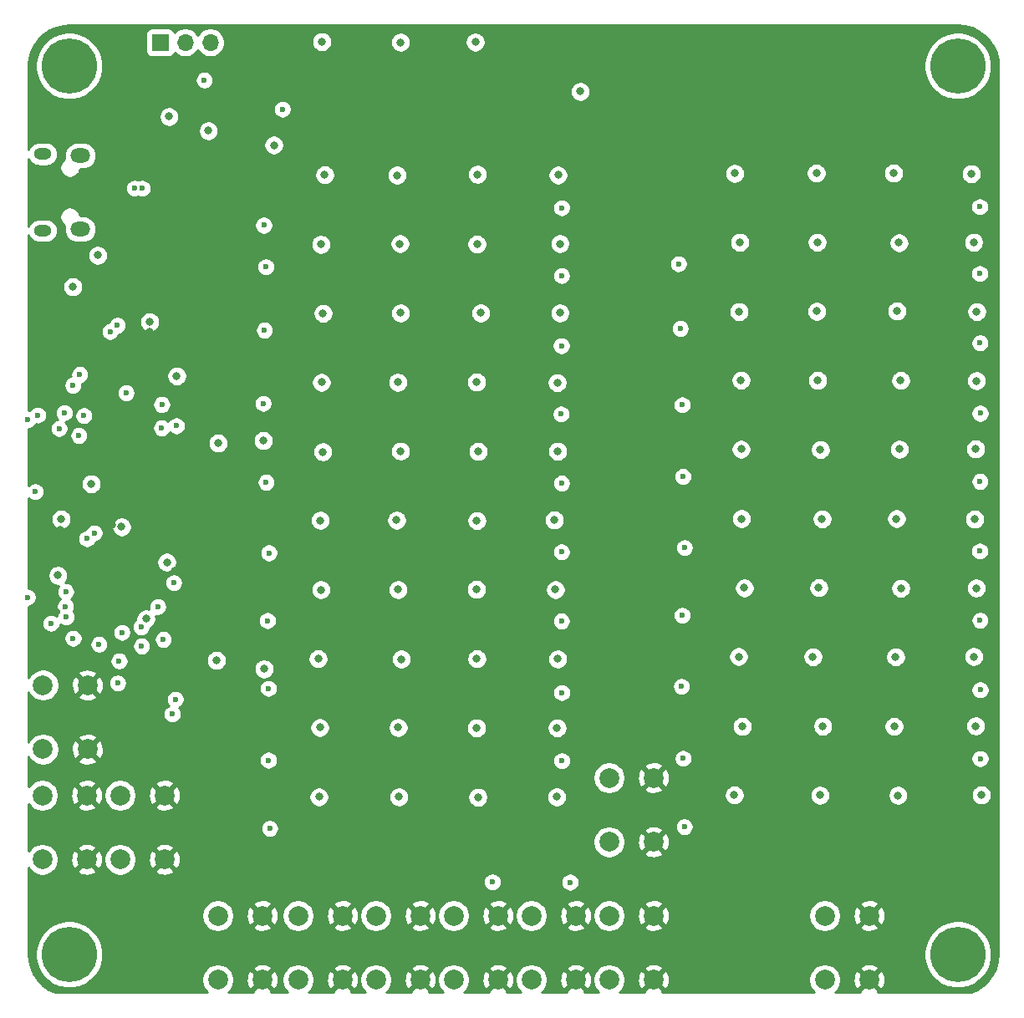
<source format=gbr>
G04 #@! TF.GenerationSoftware,KiCad,Pcbnew,5.1.5+dfsg1-2build2*
G04 #@! TF.CreationDate,2020-11-23T21:05:59+01:00*
G04 #@! TF.ProjectId,Logic_panel_v1,4c6f6769-635f-4706-916e-656c5f76312e,rev?*
G04 #@! TF.SameCoordinates,Original*
G04 #@! TF.FileFunction,Copper,L3,Inr*
G04 #@! TF.FilePolarity,Positive*
%FSLAX46Y46*%
G04 Gerber Fmt 4.6, Leading zero omitted, Abs format (unit mm)*
G04 Created by KiCad (PCBNEW 5.1.5+dfsg1-2build2) date 2020-11-23 21:05:59*
%MOMM*%
%LPD*%
G04 APERTURE LIST*
G04 #@! TA.AperFunction,ViaPad*
%ADD10C,5.600000*%
G04 #@! TD*
G04 #@! TA.AperFunction,ViaPad*
%ADD11R,1.700000X1.700000*%
G04 #@! TD*
G04 #@! TA.AperFunction,ViaPad*
%ADD12O,1.700000X1.700000*%
G04 #@! TD*
G04 #@! TA.AperFunction,ViaPad*
%ADD13C,2.000000*%
G04 #@! TD*
G04 #@! TA.AperFunction,ViaPad*
%ADD14O,2.000000X1.450000*%
G04 #@! TD*
G04 #@! TA.AperFunction,ViaPad*
%ADD15O,1.800000X1.150000*%
G04 #@! TD*
G04 #@! TA.AperFunction,ViaPad*
%ADD16C,0.800000*%
G04 #@! TD*
G04 #@! TA.AperFunction,ViaPad*
%ADD17C,0.600000*%
G04 #@! TD*
G04 #@! TA.AperFunction,Conductor*
%ADD18C,0.254000*%
G04 #@! TD*
G04 APERTURE END LIST*
D10*
G04 #@! TO.N,N/C*
G04 #@! TO.C,H1*
X55000001Y-145000001D03*
G04 #@! TD*
G04 #@! TO.N,N/C*
G04 #@! TO.C,H2*
X145000001Y-55000001D03*
G04 #@! TD*
G04 #@! TO.N,N/C*
G04 #@! TO.C,H3*
X55000001Y-55000001D03*
G04 #@! TD*
G04 #@! TO.N,N/C*
G04 #@! TO.C,H4*
X145000001Y-145000001D03*
G04 #@! TD*
D11*
G04 #@! TO.N,Board_1-+5V*
G04 #@! TO.C,SW1*
X64220001Y-52640001D03*
D12*
G04 #@! TO.N,Board_1-V_IN*
X66760001Y-52640001D03*
G04 #@! TO.N,Board_1-Net-(SW1-Pad3)*
X69300001Y-52640001D03*
G04 #@! TD*
D13*
G04 #@! TO.N,Board_1-GND*
G04 #@! TO.C,SW2*
X74562001Y-147588001D03*
G04 #@! TO.N,Board_1-BARVA_1*
X70062001Y-147588001D03*
G04 #@! TO.N,Board_1-GND*
X74562001Y-141088001D03*
G04 #@! TO.N,Board_1-BARVA_1*
X70062001Y-141088001D03*
G04 #@! TD*
G04 #@! TO.N,Board_1-GND*
G04 #@! TO.C,SW3*
X82690001Y-147588001D03*
G04 #@! TO.N,Board_1-BARVA_2*
X78190001Y-147588001D03*
G04 #@! TO.N,Board_1-GND*
X82690001Y-141088001D03*
G04 #@! TO.N,Board_1-BARVA_2*
X78190001Y-141088001D03*
G04 #@! TD*
G04 #@! TO.N,Board_1-GND*
G04 #@! TO.C,SW4*
X64656001Y-135396001D03*
G04 #@! TO.N,Board_1-BTN_SIPKA_VPRAVO*
X60156001Y-135396001D03*
G04 #@! TO.N,Board_1-GND*
X64656001Y-128896001D03*
G04 #@! TO.N,Board_1-BTN_SIPKA_VPRAVO*
X60156001Y-128896001D03*
G04 #@! TD*
G04 #@! TO.N,Board_1-GND*
G04 #@! TO.C,SW5*
X90564001Y-147588001D03*
G04 #@! TO.N,Board_1-BARVA_3*
X86064001Y-147588001D03*
G04 #@! TO.N,Board_1-GND*
X90564001Y-141088001D03*
G04 #@! TO.N,Board_1-BARVA_3*
X86064001Y-141088001D03*
G04 #@! TD*
G04 #@! TO.N,Board_1-GND*
G04 #@! TO.C,SW6*
X56782001Y-135396001D03*
G04 #@! TO.N,Board_1-BTN_SIPKA_VLEVO*
X52282001Y-135396001D03*
G04 #@! TO.N,Board_1-GND*
X56782001Y-128896001D03*
G04 #@! TO.N,Board_1-BTN_SIPKA_VLEVO*
X52282001Y-128896001D03*
G04 #@! TD*
G04 #@! TO.N,Board_1-GND*
G04 #@! TO.C,SW8*
X98438001Y-147588001D03*
G04 #@! TO.N,Board_1-BARVA_4*
X93938001Y-147588001D03*
G04 #@! TO.N,Board_1-GND*
X98438001Y-141088001D03*
G04 #@! TO.N,Board_1-BARVA_4*
X93938001Y-141088001D03*
G04 #@! TD*
G04 #@! TO.N,Board_1-GND*
G04 #@! TO.C,SW9*
X106312001Y-147588001D03*
G04 #@! TO.N,Board_1-BARVA_5*
X101812001Y-147588001D03*
G04 #@! TO.N,Board_1-GND*
X106312001Y-141088001D03*
G04 #@! TO.N,Board_1-BARVA_5*
X101812001Y-141088001D03*
G04 #@! TD*
G04 #@! TO.N,Board_1-GND*
G04 #@! TO.C,SW10*
X114186001Y-147588001D03*
G04 #@! TO.N,Board_1-BARVA_6*
X109686001Y-147588001D03*
G04 #@! TO.N,Board_1-GND*
X114186001Y-141088001D03*
G04 #@! TO.N,Board_1-BARVA_6*
X109686001Y-141088001D03*
G04 #@! TD*
G04 #@! TO.N,Board_1-GND*
G04 #@! TO.C,SW11*
X136030001Y-147588001D03*
G04 #@! TO.N,Board_1-BTN_ENTER*
X131530001Y-147588001D03*
G04 #@! TO.N,Board_1-GND*
X136030001Y-141088001D03*
G04 #@! TO.N,Board_1-BTN_ENTER*
X131530001Y-141088001D03*
G04 #@! TD*
G04 #@! TO.N,Board_1-GND*
G04 #@! TO.C,SW12*
X114186001Y-133618001D03*
G04 #@! TO.N,Board_1-BTN_NEW_GAME*
X109686001Y-133618001D03*
G04 #@! TO.N,Board_1-GND*
X114186001Y-127118001D03*
G04 #@! TO.N,Board_1-BTN_NEW_GAME*
X109686001Y-127118001D03*
G04 #@! TD*
G04 #@! TO.N,Board_1-GND*
G04 #@! TO.C,SW7*
X56858001Y-124234001D03*
G04 #@! TO.N,Board_1-BTN_END*
X52358001Y-124234001D03*
G04 #@! TO.N,Board_1-GND*
X56858001Y-117734001D03*
G04 #@! TO.N,Board_1-BTN_END*
X52358001Y-117734001D03*
G04 #@! TD*
D14*
G04 #@! TO.N,Board_1-Net-(J1-Pad6)*
G04 #@! TO.C,J1*
X56140001Y-64095001D03*
X56140001Y-71545001D03*
D15*
X52340001Y-63945001D03*
X52340001Y-71695001D03*
G04 #@! TD*
D16*
G04 #@! TO.N,Board_1-+3V3*
X55390001Y-77390001D03*
X54200001Y-100920001D03*
D17*
X105740001Y-137700001D03*
X97870001Y-137670001D03*
D16*
X57250001Y-97340001D03*
X62790001Y-111020001D03*
X53870001Y-106610001D03*
X64910001Y-105290001D03*
X60321722Y-101700334D03*
X65900001Y-86420001D03*
X63170001Y-80930001D03*
G04 #@! TO.N,Board_1-+5V*
X69110001Y-61570001D03*
X57890001Y-74190001D03*
X65130001Y-60140001D03*
X70100001Y-93220001D03*
X69920001Y-115220001D03*
D17*
G04 #@! TO.N,Board_1-/herni_LED.sch/10.sch/DATA_IN*
X104900001Y-125400001D03*
X75320001Y-132250001D03*
G04 #@! TO.N,Board_1-/herni_LED.sch/2.sch/DATA_IN*
X104890001Y-69390001D03*
X74930001Y-75360001D03*
G04 #@! TO.N,Board_1-/herni_LED.sch/3.sch/DATA_IN*
X104880001Y-76260001D03*
X74790001Y-81780001D03*
G04 #@! TO.N,Board_1-/herni_LED.sch/4.ch/DATA_IN*
X104860001Y-83350001D03*
X74660001Y-89200001D03*
G04 #@! TO.N,Board_1-/herni_LED.sch/5.sch/DATA_IN*
X104830001Y-90270001D03*
X74960001Y-97190001D03*
G04 #@! TO.N,Board_1-/herni_LED.sch/6.sch/DATA_IN*
X104890001Y-97280001D03*
X75240001Y-104340001D03*
G04 #@! TO.N,Board_1-/herni_LED.sch/7.sch/DATA_IN*
X104870001Y-104250001D03*
X75090001Y-111200001D03*
G04 #@! TO.N,Board_1-/herni_LED.sch/8.sch/DATA_IN*
X104870001Y-111250001D03*
X75190001Y-118070001D03*
G04 #@! TO.N,Board_1-/herni_LED.sch/9.sch/DATA_IN*
X104900001Y-118490001D03*
X75190001Y-125340001D03*
G04 #@! TO.N,Board_1-/hodnoceni_LED.sch/10.sch/DATA_IN*
X147280001Y-125180001D03*
X117320001Y-132080001D03*
G04 #@! TO.N,Board_1-/hodnoceni_LED.sch/2.sch/DATA_IN*
X147240001Y-69270001D03*
X116730001Y-75050001D03*
G04 #@! TO.N,Board_1-/hodnoceni_LED.sch/3.sch/DATA_IN*
X147230001Y-76050001D03*
X116910001Y-81610001D03*
G04 #@! TO.N,Board_1-/hodnoceni_LED.sch/4.ch/DATA_IN*
X147270001Y-83070001D03*
X117100001Y-89350001D03*
G04 #@! TO.N,Board_1-/hodnoceni_LED.sch/5.sch/DATA_IN*
X147280001Y-90200001D03*
X117170001Y-96600001D03*
G04 #@! TO.N,Board_1-/hodnoceni_LED.sch/6.sch/DATA_IN*
X147270001Y-97100001D03*
X117330001Y-103800001D03*
G04 #@! TO.N,Board_1-/hodnoceni_LED.sch/7.sch/DATA_IN*
X147240001Y-104160001D03*
X117100001Y-110670001D03*
G04 #@! TO.N,Board_1-/hodnoceni_LED.sch/8.sch/DATA_IN*
X147270001Y-111170001D03*
X117030001Y-117860001D03*
G04 #@! TO.N,Board_1-/hodnoceni_LED.sch/9.sch/DATA_IN*
X147280001Y-118210001D03*
X117190001Y-125150001D03*
G04 #@! TO.N,Board_1-BARVA_1*
X59920001Y-117520001D03*
X55410001Y-112980001D03*
G04 #@! TO.N,Board_1-BARVA_4*
X56810001Y-102900001D03*
X60350001Y-112400001D03*
G04 #@! TO.N,Board_1-BARVA_5*
X57540001Y-102320001D03*
X62350001Y-113770001D03*
G04 #@! TO.N,Board_1-BARVA_6*
X64540001Y-113110001D03*
X63990001Y-109780001D03*
G04 #@! TO.N,Board_1-BTN_END*
X53160001Y-111480001D03*
G04 #@! TO.N,Board_1-BTN_ENTER*
X60070001Y-115290001D03*
X65449999Y-120670001D03*
G04 #@! TO.N,Board_1-BTN_NEW_GAME*
X65757506Y-119162496D03*
X58030001Y-113599999D03*
G04 #@! TO.N,Board_1-DATA_herni_LED*
X62290001Y-111845001D03*
X74718001Y-71148001D03*
G04 #@! TO.N,Board_1-DATA_zadani_LED*
X76600001Y-59390001D03*
X65600001Y-107360001D03*
G04 #@! TO.N,Board_1-GND*
X56970001Y-109210001D03*
X57920001Y-109220001D03*
X58840001Y-109160001D03*
X57490001Y-108410001D03*
X58440001Y-108380001D03*
X59380001Y-108350001D03*
X59850001Y-109070001D03*
X60940001Y-109090001D03*
X60410001Y-108420001D03*
X60880001Y-107470001D03*
X59950001Y-107470001D03*
X58970001Y-107420001D03*
X57990001Y-107450001D03*
X57010001Y-107450001D03*
X57600001Y-106630001D03*
X58470001Y-106590001D03*
X59370001Y-106590001D03*
X60270001Y-106540001D03*
X60670001Y-105730001D03*
X59870001Y-105720001D03*
X58940001Y-105710001D03*
X58070001Y-105720001D03*
X57130001Y-105680001D03*
D16*
X76460001Y-69220001D03*
X86220001Y-67910001D03*
X93400001Y-67920001D03*
X101710001Y-67920001D03*
X73680001Y-72980001D03*
X78210001Y-74960001D03*
X85590001Y-74920001D03*
X93650001Y-74930001D03*
X101570001Y-74900001D03*
X78180001Y-81930001D03*
X85500001Y-81900001D03*
X93620001Y-81910001D03*
X101550001Y-81990001D03*
X101490001Y-88920001D03*
X93700001Y-88990001D03*
X85680001Y-89000001D03*
X78250001Y-88940001D03*
X78100001Y-95950001D03*
X85630001Y-95970001D03*
X93580001Y-95970001D03*
X101810001Y-95950001D03*
X101640001Y-102950001D03*
X93810001Y-102920001D03*
X85800001Y-102950001D03*
X78300001Y-102970001D03*
X78300001Y-109950001D03*
X85980001Y-109970001D03*
X93780001Y-109950001D03*
X101700001Y-109950001D03*
X78220001Y-116970001D03*
X85590001Y-116950001D03*
X93760001Y-116960001D03*
X101940001Y-116930001D03*
X101820001Y-123950001D03*
X93820001Y-123970001D03*
X85780001Y-123940001D03*
X78320001Y-123960001D03*
X78150001Y-130900001D03*
X85830001Y-130920001D03*
X93880001Y-130900001D03*
X101750001Y-130870001D03*
X78530001Y-54490001D03*
X86280001Y-54420001D03*
X94030001Y-54440001D03*
X101870001Y-54400001D03*
X67690001Y-65270001D03*
X63080001Y-60140001D03*
X120210001Y-67830001D03*
X128140001Y-67750001D03*
X136140001Y-67770001D03*
X144370001Y-67770001D03*
X144250001Y-74820001D03*
X136440001Y-74800001D03*
X128180001Y-74810001D03*
X120240001Y-74760001D03*
X120120001Y-81780001D03*
X128410001Y-81800001D03*
X136290001Y-81800001D03*
X144230001Y-81810001D03*
X144220001Y-88760001D03*
X136430001Y-88810001D03*
X128200001Y-88800001D03*
X120440001Y-88840001D03*
X120350001Y-95760001D03*
X128550001Y-95750001D03*
X136440001Y-95800001D03*
X144230001Y-95740001D03*
X144330001Y-102760001D03*
X136630001Y-102800001D03*
X120620001Y-102790001D03*
X128460001Y-102810001D03*
X120410001Y-109760001D03*
X128460001Y-109780001D03*
X136610001Y-109780001D03*
X144190001Y-109810001D03*
X144110001Y-116810001D03*
X136390001Y-116800001D03*
X128480001Y-116780001D03*
X120420001Y-116810001D03*
X120420001Y-123740001D03*
X128400001Y-123770001D03*
X136540001Y-123760001D03*
X144440001Y-123790001D03*
X144080001Y-130760001D03*
X136380001Y-130820001D03*
X128370001Y-130780001D03*
X120310001Y-130800001D03*
X68400001Y-57950001D03*
X64710001Y-86200001D03*
X58380001Y-69180001D03*
X64100001Y-67200001D03*
X65950001Y-111050001D03*
X63780001Y-103740001D03*
X54066001Y-101996001D03*
X68928849Y-110323511D03*
D17*
X53840001Y-110345001D03*
D16*
X65690001Y-106150001D03*
X59340001Y-101510001D03*
X63200001Y-81930001D03*
X70120001Y-89420001D03*
D17*
G04 #@! TO.N,Board_1-IO0*
X60770001Y-88130001D03*
X64380001Y-91680001D03*
X51560001Y-98130001D03*
X64390001Y-89310001D03*
X50774947Y-108840001D03*
X54642356Y-109759201D03*
G04 #@! TO.N,Board_1-Net-(D7-Pad2)*
X62420001Y-67420001D03*
X59890001Y-81280001D03*
G04 #@! TO.N,Board_1-Net-(D8-Pad2)*
X61620283Y-67398676D03*
X59150003Y-81910001D03*
G04 #@! TO.N,Board_1-Net-(R8-Pad2)*
X51820001Y-90380001D03*
X53990001Y-91740001D03*
G04 #@! TO.N,Board_1-Net-(R9-Pad2)*
X50810001Y-90840001D03*
X55990001Y-92450001D03*
G04 #@! TO.N,Board_1-RX_ESP*
X56080001Y-86270001D03*
X56510001Y-90450001D03*
G04 #@! TO.N,Board_1-TX_ESP*
X55390001Y-87360001D03*
X54520001Y-90140001D03*
D16*
G04 #@! TO.N,Board_1-V_LED_1*
X80600001Y-52550001D03*
X88570001Y-52610001D03*
X96140001Y-52590001D03*
X106770001Y-57590001D03*
X80890001Y-66040001D03*
X88220001Y-66080001D03*
X96360001Y-66000001D03*
X104530001Y-66060001D03*
X80500001Y-73080001D03*
X88510001Y-73020001D03*
X96310001Y-73060001D03*
X104710001Y-73020001D03*
X80720001Y-80070001D03*
X88580001Y-80030001D03*
X96690001Y-80030001D03*
X104710001Y-80030001D03*
X80570001Y-87060001D03*
X88300001Y-87050001D03*
X96270001Y-87030001D03*
X104450001Y-87100001D03*
X122420001Y-65900001D03*
X130690001Y-65860001D03*
X138510001Y-65880001D03*
X146370001Y-65930001D03*
X139050001Y-72920001D03*
X146620001Y-72870001D03*
X130780001Y-72870001D03*
X122920001Y-72870001D03*
X122860001Y-79900001D03*
X130730001Y-79860001D03*
X138850001Y-79840001D03*
X146930001Y-79900001D03*
X123050001Y-86850001D03*
X130820001Y-86870001D03*
X139230001Y-86870001D03*
X146910001Y-86900001D03*
X75750001Y-63030001D03*
G04 #@! TO.N,Board_1-V_LED_2*
X80700001Y-94110001D03*
X88580001Y-94030001D03*
X96430001Y-94060001D03*
X80510001Y-108070001D03*
X104490001Y-94040001D03*
X104160001Y-101010001D03*
X96300001Y-101070001D03*
X104250001Y-108060001D03*
X96260001Y-108040001D03*
X88320001Y-108060001D03*
X88170001Y-101020001D03*
X80440001Y-101040001D03*
X123070001Y-93840001D03*
X131090001Y-93880001D03*
X139090001Y-93840001D03*
X146820001Y-93820001D03*
X146710001Y-100920001D03*
X138810001Y-100870001D03*
X131270001Y-100890001D03*
X123100001Y-100880001D03*
X123390001Y-107880001D03*
X130930001Y-107870001D03*
X139250001Y-107930001D03*
X146880001Y-107910001D03*
X74670001Y-92960001D03*
G04 #@! TO.N,Board_1-V_LED_3*
X80230001Y-115060001D03*
X88650001Y-115100001D03*
X96290001Y-115060001D03*
X104490001Y-115090001D03*
X80400001Y-122030001D03*
X88330001Y-122030001D03*
X96270001Y-122070001D03*
X104430001Y-122070001D03*
X80310001Y-129060001D03*
X88410001Y-129060001D03*
X96410001Y-129090001D03*
X104390001Y-129050001D03*
X122820001Y-114850001D03*
X130340001Y-114860001D03*
X138710001Y-114880001D03*
X146630001Y-114840001D03*
X146820001Y-121880001D03*
X138570001Y-121910001D03*
X123180001Y-121910001D03*
X131340001Y-121900001D03*
X122380001Y-128870001D03*
X131050001Y-128880001D03*
X138960001Y-128900001D03*
X147390001Y-128860001D03*
X74740001Y-116090001D03*
D17*
G04 #@! TO.N,Board_1-ZAPINANI_1_CAST_LED*
X68700001Y-56450001D03*
X54664001Y-108266001D03*
G04 #@! TO.N,Board_1-ZAPINANI_2_CAST_LED*
X65860001Y-91470001D03*
X54700001Y-110830001D03*
G04 #@! TD*
D18*
G04 #@! TO.N,Board_1-GND*
G36*
X145728082Y-50953498D02*
G01*
X146433148Y-51146382D01*
X147092917Y-51461076D01*
X147686528Y-51887629D01*
X148195222Y-52412560D01*
X148602921Y-53019280D01*
X148896735Y-53688606D01*
X149069012Y-54406192D01*
X149115001Y-55032448D01*
X149115002Y-144960580D01*
X149046504Y-145728083D01*
X148853620Y-146433148D01*
X148538927Y-147092915D01*
X148112373Y-147686527D01*
X147587439Y-148195224D01*
X146980724Y-148602920D01*
X146365463Y-148873001D01*
X136931630Y-148873001D01*
X136985809Y-148723414D01*
X136030001Y-147767606D01*
X135074193Y-148723414D01*
X135128372Y-148873001D01*
X132549784Y-148873001D01*
X132572253Y-148857988D01*
X132799988Y-148630253D01*
X132978919Y-148362464D01*
X133102169Y-148064913D01*
X133165001Y-147749034D01*
X133165001Y-147650596D01*
X134388283Y-147650596D01*
X134432040Y-147969676D01*
X134537206Y-148274089D01*
X134630187Y-148448045D01*
X134894588Y-148543809D01*
X135850396Y-147588001D01*
X136209606Y-147588001D01*
X137165414Y-148543809D01*
X137429815Y-148448045D01*
X137570705Y-148158430D01*
X137652385Y-147846893D01*
X137671719Y-147525406D01*
X137627962Y-147206326D01*
X137522796Y-146901913D01*
X137429815Y-146727957D01*
X137165414Y-146632193D01*
X136209606Y-147588001D01*
X135850396Y-147588001D01*
X134894588Y-146632193D01*
X134630187Y-146727957D01*
X134489297Y-147017572D01*
X134407617Y-147329109D01*
X134388283Y-147650596D01*
X133165001Y-147650596D01*
X133165001Y-147426968D01*
X133102169Y-147111089D01*
X132978919Y-146813538D01*
X132799988Y-146545749D01*
X132706827Y-146452588D01*
X135074193Y-146452588D01*
X136030001Y-147408396D01*
X136985809Y-146452588D01*
X136890045Y-146188187D01*
X136600430Y-146047297D01*
X136288893Y-145965617D01*
X135967406Y-145946283D01*
X135648326Y-145990040D01*
X135343913Y-146095206D01*
X135169957Y-146188187D01*
X135074193Y-146452588D01*
X132706827Y-146452588D01*
X132572253Y-146318014D01*
X132304464Y-146139083D01*
X132006913Y-146015833D01*
X131691034Y-145953001D01*
X131368968Y-145953001D01*
X131053089Y-146015833D01*
X130755538Y-146139083D01*
X130487749Y-146318014D01*
X130260014Y-146545749D01*
X130081083Y-146813538D01*
X129957833Y-147111089D01*
X129895001Y-147426968D01*
X129895001Y-147749034D01*
X129957833Y-148064913D01*
X130081083Y-148362464D01*
X130260014Y-148630253D01*
X130487749Y-148857988D01*
X130510218Y-148873001D01*
X115087630Y-148873001D01*
X115141809Y-148723414D01*
X114186001Y-147767606D01*
X113230193Y-148723414D01*
X113284372Y-148873001D01*
X110705784Y-148873001D01*
X110728253Y-148857988D01*
X110955988Y-148630253D01*
X111134919Y-148362464D01*
X111258169Y-148064913D01*
X111321001Y-147749034D01*
X111321001Y-147650596D01*
X112544283Y-147650596D01*
X112588040Y-147969676D01*
X112693206Y-148274089D01*
X112786187Y-148448045D01*
X113050588Y-148543809D01*
X114006396Y-147588001D01*
X114365606Y-147588001D01*
X115321414Y-148543809D01*
X115585815Y-148448045D01*
X115726705Y-148158430D01*
X115808385Y-147846893D01*
X115827719Y-147525406D01*
X115783962Y-147206326D01*
X115678796Y-146901913D01*
X115585815Y-146727957D01*
X115321414Y-146632193D01*
X114365606Y-147588001D01*
X114006396Y-147588001D01*
X113050588Y-146632193D01*
X112786187Y-146727957D01*
X112645297Y-147017572D01*
X112563617Y-147329109D01*
X112544283Y-147650596D01*
X111321001Y-147650596D01*
X111321001Y-147426968D01*
X111258169Y-147111089D01*
X111134919Y-146813538D01*
X110955988Y-146545749D01*
X110862827Y-146452588D01*
X113230193Y-146452588D01*
X114186001Y-147408396D01*
X115141809Y-146452588D01*
X115046045Y-146188187D01*
X114756430Y-146047297D01*
X114444893Y-145965617D01*
X114123406Y-145946283D01*
X113804326Y-145990040D01*
X113499913Y-146095206D01*
X113325957Y-146188187D01*
X113230193Y-146452588D01*
X110862827Y-146452588D01*
X110728253Y-146318014D01*
X110460464Y-146139083D01*
X110162913Y-146015833D01*
X109847034Y-145953001D01*
X109524968Y-145953001D01*
X109209089Y-146015833D01*
X108911538Y-146139083D01*
X108643749Y-146318014D01*
X108416014Y-146545749D01*
X108237083Y-146813538D01*
X108113833Y-147111089D01*
X108051001Y-147426968D01*
X108051001Y-147749034D01*
X108113833Y-148064913D01*
X108237083Y-148362464D01*
X108416014Y-148630253D01*
X108643749Y-148857988D01*
X108666218Y-148873001D01*
X107213630Y-148873001D01*
X107267809Y-148723414D01*
X106312001Y-147767606D01*
X105356193Y-148723414D01*
X105410372Y-148873001D01*
X102831784Y-148873001D01*
X102854253Y-148857988D01*
X103081988Y-148630253D01*
X103260919Y-148362464D01*
X103384169Y-148064913D01*
X103447001Y-147749034D01*
X103447001Y-147650596D01*
X104670283Y-147650596D01*
X104714040Y-147969676D01*
X104819206Y-148274089D01*
X104912187Y-148448045D01*
X105176588Y-148543809D01*
X106132396Y-147588001D01*
X106491606Y-147588001D01*
X107447414Y-148543809D01*
X107711815Y-148448045D01*
X107852705Y-148158430D01*
X107934385Y-147846893D01*
X107953719Y-147525406D01*
X107909962Y-147206326D01*
X107804796Y-146901913D01*
X107711815Y-146727957D01*
X107447414Y-146632193D01*
X106491606Y-147588001D01*
X106132396Y-147588001D01*
X105176588Y-146632193D01*
X104912187Y-146727957D01*
X104771297Y-147017572D01*
X104689617Y-147329109D01*
X104670283Y-147650596D01*
X103447001Y-147650596D01*
X103447001Y-147426968D01*
X103384169Y-147111089D01*
X103260919Y-146813538D01*
X103081988Y-146545749D01*
X102988827Y-146452588D01*
X105356193Y-146452588D01*
X106312001Y-147408396D01*
X107267809Y-146452588D01*
X107172045Y-146188187D01*
X106882430Y-146047297D01*
X106570893Y-145965617D01*
X106249406Y-145946283D01*
X105930326Y-145990040D01*
X105625913Y-146095206D01*
X105451957Y-146188187D01*
X105356193Y-146452588D01*
X102988827Y-146452588D01*
X102854253Y-146318014D01*
X102586464Y-146139083D01*
X102288913Y-146015833D01*
X101973034Y-145953001D01*
X101650968Y-145953001D01*
X101335089Y-146015833D01*
X101037538Y-146139083D01*
X100769749Y-146318014D01*
X100542014Y-146545749D01*
X100363083Y-146813538D01*
X100239833Y-147111089D01*
X100177001Y-147426968D01*
X100177001Y-147749034D01*
X100239833Y-148064913D01*
X100363083Y-148362464D01*
X100542014Y-148630253D01*
X100769749Y-148857988D01*
X100792218Y-148873001D01*
X99339630Y-148873001D01*
X99393809Y-148723414D01*
X98438001Y-147767606D01*
X97482193Y-148723414D01*
X97536372Y-148873001D01*
X94957784Y-148873001D01*
X94980253Y-148857988D01*
X95207988Y-148630253D01*
X95386919Y-148362464D01*
X95510169Y-148064913D01*
X95573001Y-147749034D01*
X95573001Y-147650596D01*
X96796283Y-147650596D01*
X96840040Y-147969676D01*
X96945206Y-148274089D01*
X97038187Y-148448045D01*
X97302588Y-148543809D01*
X98258396Y-147588001D01*
X98617606Y-147588001D01*
X99573414Y-148543809D01*
X99837815Y-148448045D01*
X99978705Y-148158430D01*
X100060385Y-147846893D01*
X100079719Y-147525406D01*
X100035962Y-147206326D01*
X99930796Y-146901913D01*
X99837815Y-146727957D01*
X99573414Y-146632193D01*
X98617606Y-147588001D01*
X98258396Y-147588001D01*
X97302588Y-146632193D01*
X97038187Y-146727957D01*
X96897297Y-147017572D01*
X96815617Y-147329109D01*
X96796283Y-147650596D01*
X95573001Y-147650596D01*
X95573001Y-147426968D01*
X95510169Y-147111089D01*
X95386919Y-146813538D01*
X95207988Y-146545749D01*
X95114827Y-146452588D01*
X97482193Y-146452588D01*
X98438001Y-147408396D01*
X99393809Y-146452588D01*
X99298045Y-146188187D01*
X99008430Y-146047297D01*
X98696893Y-145965617D01*
X98375406Y-145946283D01*
X98056326Y-145990040D01*
X97751913Y-146095206D01*
X97577957Y-146188187D01*
X97482193Y-146452588D01*
X95114827Y-146452588D01*
X94980253Y-146318014D01*
X94712464Y-146139083D01*
X94414913Y-146015833D01*
X94099034Y-145953001D01*
X93776968Y-145953001D01*
X93461089Y-146015833D01*
X93163538Y-146139083D01*
X92895749Y-146318014D01*
X92668014Y-146545749D01*
X92489083Y-146813538D01*
X92365833Y-147111089D01*
X92303001Y-147426968D01*
X92303001Y-147749034D01*
X92365833Y-148064913D01*
X92489083Y-148362464D01*
X92668014Y-148630253D01*
X92895749Y-148857988D01*
X92918218Y-148873001D01*
X91465630Y-148873001D01*
X91519809Y-148723414D01*
X90564001Y-147767606D01*
X89608193Y-148723414D01*
X89662372Y-148873001D01*
X87083784Y-148873001D01*
X87106253Y-148857988D01*
X87333988Y-148630253D01*
X87512919Y-148362464D01*
X87636169Y-148064913D01*
X87699001Y-147749034D01*
X87699001Y-147650596D01*
X88922283Y-147650596D01*
X88966040Y-147969676D01*
X89071206Y-148274089D01*
X89164187Y-148448045D01*
X89428588Y-148543809D01*
X90384396Y-147588001D01*
X90743606Y-147588001D01*
X91699414Y-148543809D01*
X91963815Y-148448045D01*
X92104705Y-148158430D01*
X92186385Y-147846893D01*
X92205719Y-147525406D01*
X92161962Y-147206326D01*
X92056796Y-146901913D01*
X91963815Y-146727957D01*
X91699414Y-146632193D01*
X90743606Y-147588001D01*
X90384396Y-147588001D01*
X89428588Y-146632193D01*
X89164187Y-146727957D01*
X89023297Y-147017572D01*
X88941617Y-147329109D01*
X88922283Y-147650596D01*
X87699001Y-147650596D01*
X87699001Y-147426968D01*
X87636169Y-147111089D01*
X87512919Y-146813538D01*
X87333988Y-146545749D01*
X87240827Y-146452588D01*
X89608193Y-146452588D01*
X90564001Y-147408396D01*
X91519809Y-146452588D01*
X91424045Y-146188187D01*
X91134430Y-146047297D01*
X90822893Y-145965617D01*
X90501406Y-145946283D01*
X90182326Y-145990040D01*
X89877913Y-146095206D01*
X89703957Y-146188187D01*
X89608193Y-146452588D01*
X87240827Y-146452588D01*
X87106253Y-146318014D01*
X86838464Y-146139083D01*
X86540913Y-146015833D01*
X86225034Y-145953001D01*
X85902968Y-145953001D01*
X85587089Y-146015833D01*
X85289538Y-146139083D01*
X85021749Y-146318014D01*
X84794014Y-146545749D01*
X84615083Y-146813538D01*
X84491833Y-147111089D01*
X84429001Y-147426968D01*
X84429001Y-147749034D01*
X84491833Y-148064913D01*
X84615083Y-148362464D01*
X84794014Y-148630253D01*
X85021749Y-148857988D01*
X85044218Y-148873001D01*
X83591630Y-148873001D01*
X83645809Y-148723414D01*
X82690001Y-147767606D01*
X81734193Y-148723414D01*
X81788372Y-148873001D01*
X79209784Y-148873001D01*
X79232253Y-148857988D01*
X79459988Y-148630253D01*
X79638919Y-148362464D01*
X79762169Y-148064913D01*
X79825001Y-147749034D01*
X79825001Y-147650596D01*
X81048283Y-147650596D01*
X81092040Y-147969676D01*
X81197206Y-148274089D01*
X81290187Y-148448045D01*
X81554588Y-148543809D01*
X82510396Y-147588001D01*
X82869606Y-147588001D01*
X83825414Y-148543809D01*
X84089815Y-148448045D01*
X84230705Y-148158430D01*
X84312385Y-147846893D01*
X84331719Y-147525406D01*
X84287962Y-147206326D01*
X84182796Y-146901913D01*
X84089815Y-146727957D01*
X83825414Y-146632193D01*
X82869606Y-147588001D01*
X82510396Y-147588001D01*
X81554588Y-146632193D01*
X81290187Y-146727957D01*
X81149297Y-147017572D01*
X81067617Y-147329109D01*
X81048283Y-147650596D01*
X79825001Y-147650596D01*
X79825001Y-147426968D01*
X79762169Y-147111089D01*
X79638919Y-146813538D01*
X79459988Y-146545749D01*
X79366827Y-146452588D01*
X81734193Y-146452588D01*
X82690001Y-147408396D01*
X83645809Y-146452588D01*
X83550045Y-146188187D01*
X83260430Y-146047297D01*
X82948893Y-145965617D01*
X82627406Y-145946283D01*
X82308326Y-145990040D01*
X82003913Y-146095206D01*
X81829957Y-146188187D01*
X81734193Y-146452588D01*
X79366827Y-146452588D01*
X79232253Y-146318014D01*
X78964464Y-146139083D01*
X78666913Y-146015833D01*
X78351034Y-145953001D01*
X78028968Y-145953001D01*
X77713089Y-146015833D01*
X77415538Y-146139083D01*
X77147749Y-146318014D01*
X76920014Y-146545749D01*
X76741083Y-146813538D01*
X76617833Y-147111089D01*
X76555001Y-147426968D01*
X76555001Y-147749034D01*
X76617833Y-148064913D01*
X76741083Y-148362464D01*
X76920014Y-148630253D01*
X77147749Y-148857988D01*
X77170218Y-148873001D01*
X75463630Y-148873001D01*
X75517809Y-148723414D01*
X74562001Y-147767606D01*
X73606193Y-148723414D01*
X73660372Y-148873001D01*
X71081784Y-148873001D01*
X71104253Y-148857988D01*
X71331988Y-148630253D01*
X71510919Y-148362464D01*
X71634169Y-148064913D01*
X71697001Y-147749034D01*
X71697001Y-147650596D01*
X72920283Y-147650596D01*
X72964040Y-147969676D01*
X73069206Y-148274089D01*
X73162187Y-148448045D01*
X73426588Y-148543809D01*
X74382396Y-147588001D01*
X74741606Y-147588001D01*
X75697414Y-148543809D01*
X75961815Y-148448045D01*
X76102705Y-148158430D01*
X76184385Y-147846893D01*
X76203719Y-147525406D01*
X76159962Y-147206326D01*
X76054796Y-146901913D01*
X75961815Y-146727957D01*
X75697414Y-146632193D01*
X74741606Y-147588001D01*
X74382396Y-147588001D01*
X73426588Y-146632193D01*
X73162187Y-146727957D01*
X73021297Y-147017572D01*
X72939617Y-147329109D01*
X72920283Y-147650596D01*
X71697001Y-147650596D01*
X71697001Y-147426968D01*
X71634169Y-147111089D01*
X71510919Y-146813538D01*
X71331988Y-146545749D01*
X71238827Y-146452588D01*
X73606193Y-146452588D01*
X74562001Y-147408396D01*
X75517809Y-146452588D01*
X75422045Y-146188187D01*
X75132430Y-146047297D01*
X74820893Y-145965617D01*
X74499406Y-145946283D01*
X74180326Y-145990040D01*
X73875913Y-146095206D01*
X73701957Y-146188187D01*
X73606193Y-146452588D01*
X71238827Y-146452588D01*
X71104253Y-146318014D01*
X70836464Y-146139083D01*
X70538913Y-146015833D01*
X70223034Y-145953001D01*
X69900968Y-145953001D01*
X69585089Y-146015833D01*
X69287538Y-146139083D01*
X69019749Y-146318014D01*
X68792014Y-146545749D01*
X68613083Y-146813538D01*
X68489833Y-147111089D01*
X68427001Y-147426968D01*
X68427001Y-147749034D01*
X68489833Y-148064913D01*
X68613083Y-148362464D01*
X68792014Y-148630253D01*
X69019749Y-148857988D01*
X69042218Y-148873001D01*
X53637699Y-148873001D01*
X53566854Y-148853620D01*
X52907087Y-148538927D01*
X52313475Y-148112373D01*
X51804778Y-147587439D01*
X51397082Y-146980724D01*
X51103267Y-146311396D01*
X50930990Y-145593811D01*
X50885001Y-144967555D01*
X50885001Y-144661683D01*
X51565001Y-144661683D01*
X51565001Y-145338319D01*
X51697007Y-146001953D01*
X51955944Y-146627083D01*
X52331863Y-147189686D01*
X52810316Y-147668139D01*
X53372919Y-148044058D01*
X53998049Y-148302995D01*
X54661683Y-148435001D01*
X55338319Y-148435001D01*
X56001953Y-148302995D01*
X56627083Y-148044058D01*
X57189686Y-147668139D01*
X57668139Y-147189686D01*
X58044058Y-146627083D01*
X58302995Y-146001953D01*
X58435001Y-145338319D01*
X58435001Y-144661683D01*
X141565001Y-144661683D01*
X141565001Y-145338319D01*
X141697007Y-146001953D01*
X141955944Y-146627083D01*
X142331863Y-147189686D01*
X142810316Y-147668139D01*
X143372919Y-148044058D01*
X143998049Y-148302995D01*
X144661683Y-148435001D01*
X145338319Y-148435001D01*
X146001953Y-148302995D01*
X146627083Y-148044058D01*
X147189686Y-147668139D01*
X147668139Y-147189686D01*
X148044058Y-146627083D01*
X148302995Y-146001953D01*
X148435001Y-145338319D01*
X148435001Y-144661683D01*
X148302995Y-143998049D01*
X148044058Y-143372919D01*
X147668139Y-142810316D01*
X147189686Y-142331863D01*
X146627083Y-141955944D01*
X146001953Y-141697007D01*
X145338319Y-141565001D01*
X144661683Y-141565001D01*
X143998049Y-141697007D01*
X143372919Y-141955944D01*
X142810316Y-142331863D01*
X142331863Y-142810316D01*
X141955944Y-143372919D01*
X141697007Y-143998049D01*
X141565001Y-144661683D01*
X58435001Y-144661683D01*
X58302995Y-143998049D01*
X58044058Y-143372919D01*
X57668139Y-142810316D01*
X57189686Y-142331863D01*
X56627083Y-141955944D01*
X56001953Y-141697007D01*
X55338319Y-141565001D01*
X54661683Y-141565001D01*
X53998049Y-141697007D01*
X53372919Y-141955944D01*
X52810316Y-142331863D01*
X52331863Y-142810316D01*
X51955944Y-143372919D01*
X51697007Y-143998049D01*
X51565001Y-144661683D01*
X50885001Y-144661683D01*
X50885001Y-140926968D01*
X68427001Y-140926968D01*
X68427001Y-141249034D01*
X68489833Y-141564913D01*
X68613083Y-141862464D01*
X68792014Y-142130253D01*
X69019749Y-142357988D01*
X69287538Y-142536919D01*
X69585089Y-142660169D01*
X69900968Y-142723001D01*
X70223034Y-142723001D01*
X70538913Y-142660169D01*
X70836464Y-142536919D01*
X71104253Y-142357988D01*
X71238827Y-142223414D01*
X73606193Y-142223414D01*
X73701957Y-142487815D01*
X73991572Y-142628705D01*
X74303109Y-142710385D01*
X74624596Y-142729719D01*
X74943676Y-142685962D01*
X75248089Y-142580796D01*
X75422045Y-142487815D01*
X75517809Y-142223414D01*
X74562001Y-141267606D01*
X73606193Y-142223414D01*
X71238827Y-142223414D01*
X71331988Y-142130253D01*
X71510919Y-141862464D01*
X71634169Y-141564913D01*
X71697001Y-141249034D01*
X71697001Y-141150596D01*
X72920283Y-141150596D01*
X72964040Y-141469676D01*
X73069206Y-141774089D01*
X73162187Y-141948045D01*
X73426588Y-142043809D01*
X74382396Y-141088001D01*
X74741606Y-141088001D01*
X75697414Y-142043809D01*
X75961815Y-141948045D01*
X76102705Y-141658430D01*
X76184385Y-141346893D01*
X76203719Y-141025406D01*
X76190220Y-140926968D01*
X76555001Y-140926968D01*
X76555001Y-141249034D01*
X76617833Y-141564913D01*
X76741083Y-141862464D01*
X76920014Y-142130253D01*
X77147749Y-142357988D01*
X77415538Y-142536919D01*
X77713089Y-142660169D01*
X78028968Y-142723001D01*
X78351034Y-142723001D01*
X78666913Y-142660169D01*
X78964464Y-142536919D01*
X79232253Y-142357988D01*
X79366827Y-142223414D01*
X81734193Y-142223414D01*
X81829957Y-142487815D01*
X82119572Y-142628705D01*
X82431109Y-142710385D01*
X82752596Y-142729719D01*
X83071676Y-142685962D01*
X83376089Y-142580796D01*
X83550045Y-142487815D01*
X83645809Y-142223414D01*
X82690001Y-141267606D01*
X81734193Y-142223414D01*
X79366827Y-142223414D01*
X79459988Y-142130253D01*
X79638919Y-141862464D01*
X79762169Y-141564913D01*
X79825001Y-141249034D01*
X79825001Y-141150596D01*
X81048283Y-141150596D01*
X81092040Y-141469676D01*
X81197206Y-141774089D01*
X81290187Y-141948045D01*
X81554588Y-142043809D01*
X82510396Y-141088001D01*
X82869606Y-141088001D01*
X83825414Y-142043809D01*
X84089815Y-141948045D01*
X84230705Y-141658430D01*
X84312385Y-141346893D01*
X84331719Y-141025406D01*
X84318220Y-140926968D01*
X84429001Y-140926968D01*
X84429001Y-141249034D01*
X84491833Y-141564913D01*
X84615083Y-141862464D01*
X84794014Y-142130253D01*
X85021749Y-142357988D01*
X85289538Y-142536919D01*
X85587089Y-142660169D01*
X85902968Y-142723001D01*
X86225034Y-142723001D01*
X86540913Y-142660169D01*
X86838464Y-142536919D01*
X87106253Y-142357988D01*
X87240827Y-142223414D01*
X89608193Y-142223414D01*
X89703957Y-142487815D01*
X89993572Y-142628705D01*
X90305109Y-142710385D01*
X90626596Y-142729719D01*
X90945676Y-142685962D01*
X91250089Y-142580796D01*
X91424045Y-142487815D01*
X91519809Y-142223414D01*
X90564001Y-141267606D01*
X89608193Y-142223414D01*
X87240827Y-142223414D01*
X87333988Y-142130253D01*
X87512919Y-141862464D01*
X87636169Y-141564913D01*
X87699001Y-141249034D01*
X87699001Y-141150596D01*
X88922283Y-141150596D01*
X88966040Y-141469676D01*
X89071206Y-141774089D01*
X89164187Y-141948045D01*
X89428588Y-142043809D01*
X90384396Y-141088001D01*
X90743606Y-141088001D01*
X91699414Y-142043809D01*
X91963815Y-141948045D01*
X92104705Y-141658430D01*
X92186385Y-141346893D01*
X92205719Y-141025406D01*
X92192220Y-140926968D01*
X92303001Y-140926968D01*
X92303001Y-141249034D01*
X92365833Y-141564913D01*
X92489083Y-141862464D01*
X92668014Y-142130253D01*
X92895749Y-142357988D01*
X93163538Y-142536919D01*
X93461089Y-142660169D01*
X93776968Y-142723001D01*
X94099034Y-142723001D01*
X94414913Y-142660169D01*
X94712464Y-142536919D01*
X94980253Y-142357988D01*
X95114827Y-142223414D01*
X97482193Y-142223414D01*
X97577957Y-142487815D01*
X97867572Y-142628705D01*
X98179109Y-142710385D01*
X98500596Y-142729719D01*
X98819676Y-142685962D01*
X99124089Y-142580796D01*
X99298045Y-142487815D01*
X99393809Y-142223414D01*
X98438001Y-141267606D01*
X97482193Y-142223414D01*
X95114827Y-142223414D01*
X95207988Y-142130253D01*
X95386919Y-141862464D01*
X95510169Y-141564913D01*
X95573001Y-141249034D01*
X95573001Y-141150596D01*
X96796283Y-141150596D01*
X96840040Y-141469676D01*
X96945206Y-141774089D01*
X97038187Y-141948045D01*
X97302588Y-142043809D01*
X98258396Y-141088001D01*
X98617606Y-141088001D01*
X99573414Y-142043809D01*
X99837815Y-141948045D01*
X99978705Y-141658430D01*
X100060385Y-141346893D01*
X100079719Y-141025406D01*
X100066220Y-140926968D01*
X100177001Y-140926968D01*
X100177001Y-141249034D01*
X100239833Y-141564913D01*
X100363083Y-141862464D01*
X100542014Y-142130253D01*
X100769749Y-142357988D01*
X101037538Y-142536919D01*
X101335089Y-142660169D01*
X101650968Y-142723001D01*
X101973034Y-142723001D01*
X102288913Y-142660169D01*
X102586464Y-142536919D01*
X102854253Y-142357988D01*
X102988827Y-142223414D01*
X105356193Y-142223414D01*
X105451957Y-142487815D01*
X105741572Y-142628705D01*
X106053109Y-142710385D01*
X106374596Y-142729719D01*
X106693676Y-142685962D01*
X106998089Y-142580796D01*
X107172045Y-142487815D01*
X107267809Y-142223414D01*
X106312001Y-141267606D01*
X105356193Y-142223414D01*
X102988827Y-142223414D01*
X103081988Y-142130253D01*
X103260919Y-141862464D01*
X103384169Y-141564913D01*
X103447001Y-141249034D01*
X103447001Y-141150596D01*
X104670283Y-141150596D01*
X104714040Y-141469676D01*
X104819206Y-141774089D01*
X104912187Y-141948045D01*
X105176588Y-142043809D01*
X106132396Y-141088001D01*
X106491606Y-141088001D01*
X107447414Y-142043809D01*
X107711815Y-141948045D01*
X107852705Y-141658430D01*
X107934385Y-141346893D01*
X107953719Y-141025406D01*
X107940220Y-140926968D01*
X108051001Y-140926968D01*
X108051001Y-141249034D01*
X108113833Y-141564913D01*
X108237083Y-141862464D01*
X108416014Y-142130253D01*
X108643749Y-142357988D01*
X108911538Y-142536919D01*
X109209089Y-142660169D01*
X109524968Y-142723001D01*
X109847034Y-142723001D01*
X110162913Y-142660169D01*
X110460464Y-142536919D01*
X110728253Y-142357988D01*
X110862827Y-142223414D01*
X113230193Y-142223414D01*
X113325957Y-142487815D01*
X113615572Y-142628705D01*
X113927109Y-142710385D01*
X114248596Y-142729719D01*
X114567676Y-142685962D01*
X114872089Y-142580796D01*
X115046045Y-142487815D01*
X115141809Y-142223414D01*
X114186001Y-141267606D01*
X113230193Y-142223414D01*
X110862827Y-142223414D01*
X110955988Y-142130253D01*
X111134919Y-141862464D01*
X111258169Y-141564913D01*
X111321001Y-141249034D01*
X111321001Y-141150596D01*
X112544283Y-141150596D01*
X112588040Y-141469676D01*
X112693206Y-141774089D01*
X112786187Y-141948045D01*
X113050588Y-142043809D01*
X114006396Y-141088001D01*
X114365606Y-141088001D01*
X115321414Y-142043809D01*
X115585815Y-141948045D01*
X115726705Y-141658430D01*
X115808385Y-141346893D01*
X115827719Y-141025406D01*
X115814220Y-140926968D01*
X129895001Y-140926968D01*
X129895001Y-141249034D01*
X129957833Y-141564913D01*
X130081083Y-141862464D01*
X130260014Y-142130253D01*
X130487749Y-142357988D01*
X130755538Y-142536919D01*
X131053089Y-142660169D01*
X131368968Y-142723001D01*
X131691034Y-142723001D01*
X132006913Y-142660169D01*
X132304464Y-142536919D01*
X132572253Y-142357988D01*
X132706827Y-142223414D01*
X135074193Y-142223414D01*
X135169957Y-142487815D01*
X135459572Y-142628705D01*
X135771109Y-142710385D01*
X136092596Y-142729719D01*
X136411676Y-142685962D01*
X136716089Y-142580796D01*
X136890045Y-142487815D01*
X136985809Y-142223414D01*
X136030001Y-141267606D01*
X135074193Y-142223414D01*
X132706827Y-142223414D01*
X132799988Y-142130253D01*
X132978919Y-141862464D01*
X133102169Y-141564913D01*
X133165001Y-141249034D01*
X133165001Y-141150596D01*
X134388283Y-141150596D01*
X134432040Y-141469676D01*
X134537206Y-141774089D01*
X134630187Y-141948045D01*
X134894588Y-142043809D01*
X135850396Y-141088001D01*
X136209606Y-141088001D01*
X137165414Y-142043809D01*
X137429815Y-141948045D01*
X137570705Y-141658430D01*
X137652385Y-141346893D01*
X137671719Y-141025406D01*
X137627962Y-140706326D01*
X137522796Y-140401913D01*
X137429815Y-140227957D01*
X137165414Y-140132193D01*
X136209606Y-141088001D01*
X135850396Y-141088001D01*
X134894588Y-140132193D01*
X134630187Y-140227957D01*
X134489297Y-140517572D01*
X134407617Y-140829109D01*
X134388283Y-141150596D01*
X133165001Y-141150596D01*
X133165001Y-140926968D01*
X133102169Y-140611089D01*
X132978919Y-140313538D01*
X132799988Y-140045749D01*
X132706827Y-139952588D01*
X135074193Y-139952588D01*
X136030001Y-140908396D01*
X136985809Y-139952588D01*
X136890045Y-139688187D01*
X136600430Y-139547297D01*
X136288893Y-139465617D01*
X135967406Y-139446283D01*
X135648326Y-139490040D01*
X135343913Y-139595206D01*
X135169957Y-139688187D01*
X135074193Y-139952588D01*
X132706827Y-139952588D01*
X132572253Y-139818014D01*
X132304464Y-139639083D01*
X132006913Y-139515833D01*
X131691034Y-139453001D01*
X131368968Y-139453001D01*
X131053089Y-139515833D01*
X130755538Y-139639083D01*
X130487749Y-139818014D01*
X130260014Y-140045749D01*
X130081083Y-140313538D01*
X129957833Y-140611089D01*
X129895001Y-140926968D01*
X115814220Y-140926968D01*
X115783962Y-140706326D01*
X115678796Y-140401913D01*
X115585815Y-140227957D01*
X115321414Y-140132193D01*
X114365606Y-141088001D01*
X114006396Y-141088001D01*
X113050588Y-140132193D01*
X112786187Y-140227957D01*
X112645297Y-140517572D01*
X112563617Y-140829109D01*
X112544283Y-141150596D01*
X111321001Y-141150596D01*
X111321001Y-140926968D01*
X111258169Y-140611089D01*
X111134919Y-140313538D01*
X110955988Y-140045749D01*
X110862827Y-139952588D01*
X113230193Y-139952588D01*
X114186001Y-140908396D01*
X115141809Y-139952588D01*
X115046045Y-139688187D01*
X114756430Y-139547297D01*
X114444893Y-139465617D01*
X114123406Y-139446283D01*
X113804326Y-139490040D01*
X113499913Y-139595206D01*
X113325957Y-139688187D01*
X113230193Y-139952588D01*
X110862827Y-139952588D01*
X110728253Y-139818014D01*
X110460464Y-139639083D01*
X110162913Y-139515833D01*
X109847034Y-139453001D01*
X109524968Y-139453001D01*
X109209089Y-139515833D01*
X108911538Y-139639083D01*
X108643749Y-139818014D01*
X108416014Y-140045749D01*
X108237083Y-140313538D01*
X108113833Y-140611089D01*
X108051001Y-140926968D01*
X107940220Y-140926968D01*
X107909962Y-140706326D01*
X107804796Y-140401913D01*
X107711815Y-140227957D01*
X107447414Y-140132193D01*
X106491606Y-141088001D01*
X106132396Y-141088001D01*
X105176588Y-140132193D01*
X104912187Y-140227957D01*
X104771297Y-140517572D01*
X104689617Y-140829109D01*
X104670283Y-141150596D01*
X103447001Y-141150596D01*
X103447001Y-140926968D01*
X103384169Y-140611089D01*
X103260919Y-140313538D01*
X103081988Y-140045749D01*
X102988827Y-139952588D01*
X105356193Y-139952588D01*
X106312001Y-140908396D01*
X107267809Y-139952588D01*
X107172045Y-139688187D01*
X106882430Y-139547297D01*
X106570893Y-139465617D01*
X106249406Y-139446283D01*
X105930326Y-139490040D01*
X105625913Y-139595206D01*
X105451957Y-139688187D01*
X105356193Y-139952588D01*
X102988827Y-139952588D01*
X102854253Y-139818014D01*
X102586464Y-139639083D01*
X102288913Y-139515833D01*
X101973034Y-139453001D01*
X101650968Y-139453001D01*
X101335089Y-139515833D01*
X101037538Y-139639083D01*
X100769749Y-139818014D01*
X100542014Y-140045749D01*
X100363083Y-140313538D01*
X100239833Y-140611089D01*
X100177001Y-140926968D01*
X100066220Y-140926968D01*
X100035962Y-140706326D01*
X99930796Y-140401913D01*
X99837815Y-140227957D01*
X99573414Y-140132193D01*
X98617606Y-141088001D01*
X98258396Y-141088001D01*
X97302588Y-140132193D01*
X97038187Y-140227957D01*
X96897297Y-140517572D01*
X96815617Y-140829109D01*
X96796283Y-141150596D01*
X95573001Y-141150596D01*
X95573001Y-140926968D01*
X95510169Y-140611089D01*
X95386919Y-140313538D01*
X95207988Y-140045749D01*
X95114827Y-139952588D01*
X97482193Y-139952588D01*
X98438001Y-140908396D01*
X99393809Y-139952588D01*
X99298045Y-139688187D01*
X99008430Y-139547297D01*
X98696893Y-139465617D01*
X98375406Y-139446283D01*
X98056326Y-139490040D01*
X97751913Y-139595206D01*
X97577957Y-139688187D01*
X97482193Y-139952588D01*
X95114827Y-139952588D01*
X94980253Y-139818014D01*
X94712464Y-139639083D01*
X94414913Y-139515833D01*
X94099034Y-139453001D01*
X93776968Y-139453001D01*
X93461089Y-139515833D01*
X93163538Y-139639083D01*
X92895749Y-139818014D01*
X92668014Y-140045749D01*
X92489083Y-140313538D01*
X92365833Y-140611089D01*
X92303001Y-140926968D01*
X92192220Y-140926968D01*
X92161962Y-140706326D01*
X92056796Y-140401913D01*
X91963815Y-140227957D01*
X91699414Y-140132193D01*
X90743606Y-141088001D01*
X90384396Y-141088001D01*
X89428588Y-140132193D01*
X89164187Y-140227957D01*
X89023297Y-140517572D01*
X88941617Y-140829109D01*
X88922283Y-141150596D01*
X87699001Y-141150596D01*
X87699001Y-140926968D01*
X87636169Y-140611089D01*
X87512919Y-140313538D01*
X87333988Y-140045749D01*
X87240827Y-139952588D01*
X89608193Y-139952588D01*
X90564001Y-140908396D01*
X91519809Y-139952588D01*
X91424045Y-139688187D01*
X91134430Y-139547297D01*
X90822893Y-139465617D01*
X90501406Y-139446283D01*
X90182326Y-139490040D01*
X89877913Y-139595206D01*
X89703957Y-139688187D01*
X89608193Y-139952588D01*
X87240827Y-139952588D01*
X87106253Y-139818014D01*
X86838464Y-139639083D01*
X86540913Y-139515833D01*
X86225034Y-139453001D01*
X85902968Y-139453001D01*
X85587089Y-139515833D01*
X85289538Y-139639083D01*
X85021749Y-139818014D01*
X84794014Y-140045749D01*
X84615083Y-140313538D01*
X84491833Y-140611089D01*
X84429001Y-140926968D01*
X84318220Y-140926968D01*
X84287962Y-140706326D01*
X84182796Y-140401913D01*
X84089815Y-140227957D01*
X83825414Y-140132193D01*
X82869606Y-141088001D01*
X82510396Y-141088001D01*
X81554588Y-140132193D01*
X81290187Y-140227957D01*
X81149297Y-140517572D01*
X81067617Y-140829109D01*
X81048283Y-141150596D01*
X79825001Y-141150596D01*
X79825001Y-140926968D01*
X79762169Y-140611089D01*
X79638919Y-140313538D01*
X79459988Y-140045749D01*
X79366827Y-139952588D01*
X81734193Y-139952588D01*
X82690001Y-140908396D01*
X83645809Y-139952588D01*
X83550045Y-139688187D01*
X83260430Y-139547297D01*
X82948893Y-139465617D01*
X82627406Y-139446283D01*
X82308326Y-139490040D01*
X82003913Y-139595206D01*
X81829957Y-139688187D01*
X81734193Y-139952588D01*
X79366827Y-139952588D01*
X79232253Y-139818014D01*
X78964464Y-139639083D01*
X78666913Y-139515833D01*
X78351034Y-139453001D01*
X78028968Y-139453001D01*
X77713089Y-139515833D01*
X77415538Y-139639083D01*
X77147749Y-139818014D01*
X76920014Y-140045749D01*
X76741083Y-140313538D01*
X76617833Y-140611089D01*
X76555001Y-140926968D01*
X76190220Y-140926968D01*
X76159962Y-140706326D01*
X76054796Y-140401913D01*
X75961815Y-140227957D01*
X75697414Y-140132193D01*
X74741606Y-141088001D01*
X74382396Y-141088001D01*
X73426588Y-140132193D01*
X73162187Y-140227957D01*
X73021297Y-140517572D01*
X72939617Y-140829109D01*
X72920283Y-141150596D01*
X71697001Y-141150596D01*
X71697001Y-140926968D01*
X71634169Y-140611089D01*
X71510919Y-140313538D01*
X71331988Y-140045749D01*
X71238827Y-139952588D01*
X73606193Y-139952588D01*
X74562001Y-140908396D01*
X75517809Y-139952588D01*
X75422045Y-139688187D01*
X75132430Y-139547297D01*
X74820893Y-139465617D01*
X74499406Y-139446283D01*
X74180326Y-139490040D01*
X73875913Y-139595206D01*
X73701957Y-139688187D01*
X73606193Y-139952588D01*
X71238827Y-139952588D01*
X71104253Y-139818014D01*
X70836464Y-139639083D01*
X70538913Y-139515833D01*
X70223034Y-139453001D01*
X69900968Y-139453001D01*
X69585089Y-139515833D01*
X69287538Y-139639083D01*
X69019749Y-139818014D01*
X68792014Y-140045749D01*
X68613083Y-140313538D01*
X68489833Y-140611089D01*
X68427001Y-140926968D01*
X50885001Y-140926968D01*
X50885001Y-137577912D01*
X96935001Y-137577912D01*
X96935001Y-137762090D01*
X96970933Y-137942730D01*
X97041415Y-138112890D01*
X97143739Y-138266029D01*
X97273973Y-138396263D01*
X97427112Y-138498587D01*
X97597272Y-138569069D01*
X97777912Y-138605001D01*
X97962090Y-138605001D01*
X98142730Y-138569069D01*
X98312890Y-138498587D01*
X98466029Y-138396263D01*
X98596263Y-138266029D01*
X98698587Y-138112890D01*
X98769069Y-137942730D01*
X98805001Y-137762090D01*
X98805001Y-137607912D01*
X104805001Y-137607912D01*
X104805001Y-137792090D01*
X104840933Y-137972730D01*
X104911415Y-138142890D01*
X105013739Y-138296029D01*
X105143973Y-138426263D01*
X105297112Y-138528587D01*
X105467272Y-138599069D01*
X105647912Y-138635001D01*
X105832090Y-138635001D01*
X106012730Y-138599069D01*
X106182890Y-138528587D01*
X106336029Y-138426263D01*
X106466263Y-138296029D01*
X106568587Y-138142890D01*
X106639069Y-137972730D01*
X106675001Y-137792090D01*
X106675001Y-137607912D01*
X106639069Y-137427272D01*
X106568587Y-137257112D01*
X106466263Y-137103973D01*
X106336029Y-136973739D01*
X106182890Y-136871415D01*
X106012730Y-136800933D01*
X105832090Y-136765001D01*
X105647912Y-136765001D01*
X105467272Y-136800933D01*
X105297112Y-136871415D01*
X105143973Y-136973739D01*
X105013739Y-137103973D01*
X104911415Y-137257112D01*
X104840933Y-137427272D01*
X104805001Y-137607912D01*
X98805001Y-137607912D01*
X98805001Y-137577912D01*
X98769069Y-137397272D01*
X98698587Y-137227112D01*
X98596263Y-137073973D01*
X98466029Y-136943739D01*
X98312890Y-136841415D01*
X98142730Y-136770933D01*
X97962090Y-136735001D01*
X97777912Y-136735001D01*
X97597272Y-136770933D01*
X97427112Y-136841415D01*
X97273973Y-136943739D01*
X97143739Y-137073973D01*
X97041415Y-137227112D01*
X96970933Y-137397272D01*
X96935001Y-137577912D01*
X50885001Y-137577912D01*
X50885001Y-136248165D01*
X51012014Y-136438253D01*
X51239749Y-136665988D01*
X51507538Y-136844919D01*
X51805089Y-136968169D01*
X52120968Y-137031001D01*
X52443034Y-137031001D01*
X52758913Y-136968169D01*
X53056464Y-136844919D01*
X53324253Y-136665988D01*
X53458827Y-136531414D01*
X55826193Y-136531414D01*
X55921957Y-136795815D01*
X56211572Y-136936705D01*
X56523109Y-137018385D01*
X56844596Y-137037719D01*
X57163676Y-136993962D01*
X57468089Y-136888796D01*
X57642045Y-136795815D01*
X57737809Y-136531414D01*
X56782001Y-135575606D01*
X55826193Y-136531414D01*
X53458827Y-136531414D01*
X53551988Y-136438253D01*
X53730919Y-136170464D01*
X53854169Y-135872913D01*
X53917001Y-135557034D01*
X53917001Y-135458596D01*
X55140283Y-135458596D01*
X55184040Y-135777676D01*
X55289206Y-136082089D01*
X55382187Y-136256045D01*
X55646588Y-136351809D01*
X56602396Y-135396001D01*
X56961606Y-135396001D01*
X57917414Y-136351809D01*
X58181815Y-136256045D01*
X58322705Y-135966430D01*
X58404385Y-135654893D01*
X58423719Y-135333406D01*
X58410220Y-135234968D01*
X58521001Y-135234968D01*
X58521001Y-135557034D01*
X58583833Y-135872913D01*
X58707083Y-136170464D01*
X58886014Y-136438253D01*
X59113749Y-136665988D01*
X59381538Y-136844919D01*
X59679089Y-136968169D01*
X59994968Y-137031001D01*
X60317034Y-137031001D01*
X60632913Y-136968169D01*
X60930464Y-136844919D01*
X61198253Y-136665988D01*
X61332827Y-136531414D01*
X63700193Y-136531414D01*
X63795957Y-136795815D01*
X64085572Y-136936705D01*
X64397109Y-137018385D01*
X64718596Y-137037719D01*
X65037676Y-136993962D01*
X65342089Y-136888796D01*
X65516045Y-136795815D01*
X65611809Y-136531414D01*
X64656001Y-135575606D01*
X63700193Y-136531414D01*
X61332827Y-136531414D01*
X61425988Y-136438253D01*
X61604919Y-136170464D01*
X61728169Y-135872913D01*
X61791001Y-135557034D01*
X61791001Y-135458596D01*
X63014283Y-135458596D01*
X63058040Y-135777676D01*
X63163206Y-136082089D01*
X63256187Y-136256045D01*
X63520588Y-136351809D01*
X64476396Y-135396001D01*
X64835606Y-135396001D01*
X65791414Y-136351809D01*
X66055815Y-136256045D01*
X66196705Y-135966430D01*
X66278385Y-135654893D01*
X66297719Y-135333406D01*
X66253962Y-135014326D01*
X66148796Y-134709913D01*
X66055815Y-134535957D01*
X65791414Y-134440193D01*
X64835606Y-135396001D01*
X64476396Y-135396001D01*
X63520588Y-134440193D01*
X63256187Y-134535957D01*
X63115297Y-134825572D01*
X63033617Y-135137109D01*
X63014283Y-135458596D01*
X61791001Y-135458596D01*
X61791001Y-135234968D01*
X61728169Y-134919089D01*
X61604919Y-134621538D01*
X61425988Y-134353749D01*
X61332827Y-134260588D01*
X63700193Y-134260588D01*
X64656001Y-135216396D01*
X65611809Y-134260588D01*
X65516045Y-133996187D01*
X65226430Y-133855297D01*
X64914893Y-133773617D01*
X64593406Y-133754283D01*
X64274326Y-133798040D01*
X63969913Y-133903206D01*
X63795957Y-133996187D01*
X63700193Y-134260588D01*
X61332827Y-134260588D01*
X61198253Y-134126014D01*
X60930464Y-133947083D01*
X60632913Y-133823833D01*
X60317034Y-133761001D01*
X59994968Y-133761001D01*
X59679089Y-133823833D01*
X59381538Y-133947083D01*
X59113749Y-134126014D01*
X58886014Y-134353749D01*
X58707083Y-134621538D01*
X58583833Y-134919089D01*
X58521001Y-135234968D01*
X58410220Y-135234968D01*
X58379962Y-135014326D01*
X58274796Y-134709913D01*
X58181815Y-134535957D01*
X57917414Y-134440193D01*
X56961606Y-135396001D01*
X56602396Y-135396001D01*
X55646588Y-134440193D01*
X55382187Y-134535957D01*
X55241297Y-134825572D01*
X55159617Y-135137109D01*
X55140283Y-135458596D01*
X53917001Y-135458596D01*
X53917001Y-135234968D01*
X53854169Y-134919089D01*
X53730919Y-134621538D01*
X53551988Y-134353749D01*
X53458827Y-134260588D01*
X55826193Y-134260588D01*
X56782001Y-135216396D01*
X57737809Y-134260588D01*
X57642045Y-133996187D01*
X57352430Y-133855297D01*
X57040893Y-133773617D01*
X56719406Y-133754283D01*
X56400326Y-133798040D01*
X56095913Y-133903206D01*
X55921957Y-133996187D01*
X55826193Y-134260588D01*
X53458827Y-134260588D01*
X53324253Y-134126014D01*
X53056464Y-133947083D01*
X52758913Y-133823833D01*
X52443034Y-133761001D01*
X52120968Y-133761001D01*
X51805089Y-133823833D01*
X51507538Y-133947083D01*
X51239749Y-134126014D01*
X51012014Y-134353749D01*
X50885001Y-134543837D01*
X50885001Y-133456968D01*
X108051001Y-133456968D01*
X108051001Y-133779034D01*
X108113833Y-134094913D01*
X108237083Y-134392464D01*
X108416014Y-134660253D01*
X108643749Y-134887988D01*
X108911538Y-135066919D01*
X109209089Y-135190169D01*
X109524968Y-135253001D01*
X109847034Y-135253001D01*
X110162913Y-135190169D01*
X110460464Y-135066919D01*
X110728253Y-134887988D01*
X110862827Y-134753414D01*
X113230193Y-134753414D01*
X113325957Y-135017815D01*
X113615572Y-135158705D01*
X113927109Y-135240385D01*
X114248596Y-135259719D01*
X114567676Y-135215962D01*
X114872089Y-135110796D01*
X115046045Y-135017815D01*
X115141809Y-134753414D01*
X114186001Y-133797606D01*
X113230193Y-134753414D01*
X110862827Y-134753414D01*
X110955988Y-134660253D01*
X111134919Y-134392464D01*
X111258169Y-134094913D01*
X111321001Y-133779034D01*
X111321001Y-133680596D01*
X112544283Y-133680596D01*
X112588040Y-133999676D01*
X112693206Y-134304089D01*
X112786187Y-134478045D01*
X113050588Y-134573809D01*
X114006396Y-133618001D01*
X114365606Y-133618001D01*
X115321414Y-134573809D01*
X115585815Y-134478045D01*
X115726705Y-134188430D01*
X115808385Y-133876893D01*
X115827719Y-133555406D01*
X115783962Y-133236326D01*
X115678796Y-132931913D01*
X115585815Y-132757957D01*
X115321414Y-132662193D01*
X114365606Y-133618001D01*
X114006396Y-133618001D01*
X113050588Y-132662193D01*
X112786187Y-132757957D01*
X112645297Y-133047572D01*
X112563617Y-133359109D01*
X112544283Y-133680596D01*
X111321001Y-133680596D01*
X111321001Y-133456968D01*
X111258169Y-133141089D01*
X111134919Y-132843538D01*
X110955988Y-132575749D01*
X110862827Y-132482588D01*
X113230193Y-132482588D01*
X114186001Y-133438396D01*
X115141809Y-132482588D01*
X115046045Y-132218187D01*
X114756430Y-132077297D01*
X114444893Y-131995617D01*
X114316774Y-131987912D01*
X116385001Y-131987912D01*
X116385001Y-132172090D01*
X116420933Y-132352730D01*
X116491415Y-132522890D01*
X116593739Y-132676029D01*
X116723973Y-132806263D01*
X116877112Y-132908587D01*
X117047272Y-132979069D01*
X117227912Y-133015001D01*
X117412090Y-133015001D01*
X117592730Y-132979069D01*
X117762890Y-132908587D01*
X117916029Y-132806263D01*
X118046263Y-132676029D01*
X118148587Y-132522890D01*
X118219069Y-132352730D01*
X118255001Y-132172090D01*
X118255001Y-131987912D01*
X118219069Y-131807272D01*
X118148587Y-131637112D01*
X118046263Y-131483973D01*
X117916029Y-131353739D01*
X117762890Y-131251415D01*
X117592730Y-131180933D01*
X117412090Y-131145001D01*
X117227912Y-131145001D01*
X117047272Y-131180933D01*
X116877112Y-131251415D01*
X116723973Y-131353739D01*
X116593739Y-131483973D01*
X116491415Y-131637112D01*
X116420933Y-131807272D01*
X116385001Y-131987912D01*
X114316774Y-131987912D01*
X114123406Y-131976283D01*
X113804326Y-132020040D01*
X113499913Y-132125206D01*
X113325957Y-132218187D01*
X113230193Y-132482588D01*
X110862827Y-132482588D01*
X110728253Y-132348014D01*
X110460464Y-132169083D01*
X110162913Y-132045833D01*
X109847034Y-131983001D01*
X109524968Y-131983001D01*
X109209089Y-132045833D01*
X108911538Y-132169083D01*
X108643749Y-132348014D01*
X108416014Y-132575749D01*
X108237083Y-132843538D01*
X108113833Y-133141089D01*
X108051001Y-133456968D01*
X50885001Y-133456968D01*
X50885001Y-132157912D01*
X74385001Y-132157912D01*
X74385001Y-132342090D01*
X74420933Y-132522730D01*
X74491415Y-132692890D01*
X74593739Y-132846029D01*
X74723973Y-132976263D01*
X74877112Y-133078587D01*
X75047272Y-133149069D01*
X75227912Y-133185001D01*
X75412090Y-133185001D01*
X75592730Y-133149069D01*
X75762890Y-133078587D01*
X75916029Y-132976263D01*
X76046263Y-132846029D01*
X76148587Y-132692890D01*
X76219069Y-132522730D01*
X76255001Y-132342090D01*
X76255001Y-132157912D01*
X76219069Y-131977272D01*
X76148587Y-131807112D01*
X76046263Y-131653973D01*
X75916029Y-131523739D01*
X75762890Y-131421415D01*
X75592730Y-131350933D01*
X75412090Y-131315001D01*
X75227912Y-131315001D01*
X75047272Y-131350933D01*
X74877112Y-131421415D01*
X74723973Y-131523739D01*
X74593739Y-131653973D01*
X74491415Y-131807112D01*
X74420933Y-131977272D01*
X74385001Y-132157912D01*
X50885001Y-132157912D01*
X50885001Y-129748165D01*
X51012014Y-129938253D01*
X51239749Y-130165988D01*
X51507538Y-130344919D01*
X51805089Y-130468169D01*
X52120968Y-130531001D01*
X52443034Y-130531001D01*
X52758913Y-130468169D01*
X53056464Y-130344919D01*
X53324253Y-130165988D01*
X53458827Y-130031414D01*
X55826193Y-130031414D01*
X55921957Y-130295815D01*
X56211572Y-130436705D01*
X56523109Y-130518385D01*
X56844596Y-130537719D01*
X57163676Y-130493962D01*
X57468089Y-130388796D01*
X57642045Y-130295815D01*
X57737809Y-130031414D01*
X56782001Y-129075606D01*
X55826193Y-130031414D01*
X53458827Y-130031414D01*
X53551988Y-129938253D01*
X53730919Y-129670464D01*
X53854169Y-129372913D01*
X53917001Y-129057034D01*
X53917001Y-128958596D01*
X55140283Y-128958596D01*
X55184040Y-129277676D01*
X55289206Y-129582089D01*
X55382187Y-129756045D01*
X55646588Y-129851809D01*
X56602396Y-128896001D01*
X56961606Y-128896001D01*
X57917414Y-129851809D01*
X58181815Y-129756045D01*
X58322705Y-129466430D01*
X58404385Y-129154893D01*
X58423719Y-128833406D01*
X58410220Y-128734968D01*
X58521001Y-128734968D01*
X58521001Y-129057034D01*
X58583833Y-129372913D01*
X58707083Y-129670464D01*
X58886014Y-129938253D01*
X59113749Y-130165988D01*
X59381538Y-130344919D01*
X59679089Y-130468169D01*
X59994968Y-130531001D01*
X60317034Y-130531001D01*
X60632913Y-130468169D01*
X60930464Y-130344919D01*
X61198253Y-130165988D01*
X61332827Y-130031414D01*
X63700193Y-130031414D01*
X63795957Y-130295815D01*
X64085572Y-130436705D01*
X64397109Y-130518385D01*
X64718596Y-130537719D01*
X65037676Y-130493962D01*
X65342089Y-130388796D01*
X65516045Y-130295815D01*
X65611809Y-130031414D01*
X64656001Y-129075606D01*
X63700193Y-130031414D01*
X61332827Y-130031414D01*
X61425988Y-129938253D01*
X61604919Y-129670464D01*
X61728169Y-129372913D01*
X61791001Y-129057034D01*
X61791001Y-128958596D01*
X63014283Y-128958596D01*
X63058040Y-129277676D01*
X63163206Y-129582089D01*
X63256187Y-129756045D01*
X63520588Y-129851809D01*
X64476396Y-128896001D01*
X64835606Y-128896001D01*
X65791414Y-129851809D01*
X66055815Y-129756045D01*
X66196705Y-129466430D01*
X66278385Y-129154893D01*
X66290222Y-128958062D01*
X79275001Y-128958062D01*
X79275001Y-129161940D01*
X79314775Y-129361899D01*
X79392796Y-129550257D01*
X79506064Y-129719775D01*
X79650227Y-129863938D01*
X79819745Y-129977206D01*
X80008103Y-130055227D01*
X80208062Y-130095001D01*
X80411940Y-130095001D01*
X80611899Y-130055227D01*
X80800257Y-129977206D01*
X80969775Y-129863938D01*
X81113938Y-129719775D01*
X81227206Y-129550257D01*
X81305227Y-129361899D01*
X81345001Y-129161940D01*
X81345001Y-128958062D01*
X87375001Y-128958062D01*
X87375001Y-129161940D01*
X87414775Y-129361899D01*
X87492796Y-129550257D01*
X87606064Y-129719775D01*
X87750227Y-129863938D01*
X87919745Y-129977206D01*
X88108103Y-130055227D01*
X88308062Y-130095001D01*
X88511940Y-130095001D01*
X88711899Y-130055227D01*
X88900257Y-129977206D01*
X89069775Y-129863938D01*
X89213938Y-129719775D01*
X89327206Y-129550257D01*
X89405227Y-129361899D01*
X89445001Y-129161940D01*
X89445001Y-128988062D01*
X95375001Y-128988062D01*
X95375001Y-129191940D01*
X95414775Y-129391899D01*
X95492796Y-129580257D01*
X95606064Y-129749775D01*
X95750227Y-129893938D01*
X95919745Y-130007206D01*
X96108103Y-130085227D01*
X96308062Y-130125001D01*
X96511940Y-130125001D01*
X96711899Y-130085227D01*
X96900257Y-130007206D01*
X97069775Y-129893938D01*
X97213938Y-129749775D01*
X97327206Y-129580257D01*
X97405227Y-129391899D01*
X97445001Y-129191940D01*
X97445001Y-128988062D01*
X97437045Y-128948062D01*
X103355001Y-128948062D01*
X103355001Y-129151940D01*
X103394775Y-129351899D01*
X103472796Y-129540257D01*
X103586064Y-129709775D01*
X103730227Y-129853938D01*
X103899745Y-129967206D01*
X104088103Y-130045227D01*
X104288062Y-130085001D01*
X104491940Y-130085001D01*
X104691899Y-130045227D01*
X104880257Y-129967206D01*
X105049775Y-129853938D01*
X105193938Y-129709775D01*
X105307206Y-129540257D01*
X105385227Y-129351899D01*
X105425001Y-129151940D01*
X105425001Y-128948062D01*
X105389198Y-128768062D01*
X121345001Y-128768062D01*
X121345001Y-128971940D01*
X121384775Y-129171899D01*
X121462796Y-129360257D01*
X121576064Y-129529775D01*
X121720227Y-129673938D01*
X121889745Y-129787206D01*
X122078103Y-129865227D01*
X122278062Y-129905001D01*
X122481940Y-129905001D01*
X122681899Y-129865227D01*
X122870257Y-129787206D01*
X123039775Y-129673938D01*
X123183938Y-129529775D01*
X123297206Y-129360257D01*
X123375227Y-129171899D01*
X123415001Y-128971940D01*
X123415001Y-128778062D01*
X130015001Y-128778062D01*
X130015001Y-128981940D01*
X130054775Y-129181899D01*
X130132796Y-129370257D01*
X130246064Y-129539775D01*
X130390227Y-129683938D01*
X130559745Y-129797206D01*
X130748103Y-129875227D01*
X130948062Y-129915001D01*
X131151940Y-129915001D01*
X131351899Y-129875227D01*
X131540257Y-129797206D01*
X131709775Y-129683938D01*
X131853938Y-129539775D01*
X131967206Y-129370257D01*
X132045227Y-129181899D01*
X132085001Y-128981940D01*
X132085001Y-128798062D01*
X137925001Y-128798062D01*
X137925001Y-129001940D01*
X137964775Y-129201899D01*
X138042796Y-129390257D01*
X138156064Y-129559775D01*
X138300227Y-129703938D01*
X138469745Y-129817206D01*
X138658103Y-129895227D01*
X138858062Y-129935001D01*
X139061940Y-129935001D01*
X139261899Y-129895227D01*
X139450257Y-129817206D01*
X139619775Y-129703938D01*
X139763938Y-129559775D01*
X139877206Y-129390257D01*
X139955227Y-129201899D01*
X139995001Y-129001940D01*
X139995001Y-128798062D01*
X139987045Y-128758062D01*
X146355001Y-128758062D01*
X146355001Y-128961940D01*
X146394775Y-129161899D01*
X146472796Y-129350257D01*
X146586064Y-129519775D01*
X146730227Y-129663938D01*
X146899745Y-129777206D01*
X147088103Y-129855227D01*
X147288062Y-129895001D01*
X147491940Y-129895001D01*
X147691899Y-129855227D01*
X147880257Y-129777206D01*
X148049775Y-129663938D01*
X148193938Y-129519775D01*
X148307206Y-129350257D01*
X148385227Y-129161899D01*
X148425001Y-128961940D01*
X148425001Y-128758062D01*
X148385227Y-128558103D01*
X148307206Y-128369745D01*
X148193938Y-128200227D01*
X148049775Y-128056064D01*
X147880257Y-127942796D01*
X147691899Y-127864775D01*
X147491940Y-127825001D01*
X147288062Y-127825001D01*
X147088103Y-127864775D01*
X146899745Y-127942796D01*
X146730227Y-128056064D01*
X146586064Y-128200227D01*
X146472796Y-128369745D01*
X146394775Y-128558103D01*
X146355001Y-128758062D01*
X139987045Y-128758062D01*
X139955227Y-128598103D01*
X139877206Y-128409745D01*
X139763938Y-128240227D01*
X139619775Y-128096064D01*
X139450257Y-127982796D01*
X139261899Y-127904775D01*
X139061940Y-127865001D01*
X138858062Y-127865001D01*
X138658103Y-127904775D01*
X138469745Y-127982796D01*
X138300227Y-128096064D01*
X138156064Y-128240227D01*
X138042796Y-128409745D01*
X137964775Y-128598103D01*
X137925001Y-128798062D01*
X132085001Y-128798062D01*
X132085001Y-128778062D01*
X132045227Y-128578103D01*
X131967206Y-128389745D01*
X131853938Y-128220227D01*
X131709775Y-128076064D01*
X131540257Y-127962796D01*
X131351899Y-127884775D01*
X131151940Y-127845001D01*
X130948062Y-127845001D01*
X130748103Y-127884775D01*
X130559745Y-127962796D01*
X130390227Y-128076064D01*
X130246064Y-128220227D01*
X130132796Y-128389745D01*
X130054775Y-128578103D01*
X130015001Y-128778062D01*
X123415001Y-128778062D01*
X123415001Y-128768062D01*
X123375227Y-128568103D01*
X123297206Y-128379745D01*
X123183938Y-128210227D01*
X123039775Y-128066064D01*
X122870257Y-127952796D01*
X122681899Y-127874775D01*
X122481940Y-127835001D01*
X122278062Y-127835001D01*
X122078103Y-127874775D01*
X121889745Y-127952796D01*
X121720227Y-128066064D01*
X121576064Y-128210227D01*
X121462796Y-128379745D01*
X121384775Y-128568103D01*
X121345001Y-128768062D01*
X105389198Y-128768062D01*
X105385227Y-128748103D01*
X105307206Y-128559745D01*
X105193938Y-128390227D01*
X105049775Y-128246064D01*
X104880257Y-128132796D01*
X104691899Y-128054775D01*
X104491940Y-128015001D01*
X104288062Y-128015001D01*
X104088103Y-128054775D01*
X103899745Y-128132796D01*
X103730227Y-128246064D01*
X103586064Y-128390227D01*
X103472796Y-128559745D01*
X103394775Y-128748103D01*
X103355001Y-128948062D01*
X97437045Y-128948062D01*
X97405227Y-128788103D01*
X97327206Y-128599745D01*
X97213938Y-128430227D01*
X97069775Y-128286064D01*
X96900257Y-128172796D01*
X96711899Y-128094775D01*
X96511940Y-128055001D01*
X96308062Y-128055001D01*
X96108103Y-128094775D01*
X95919745Y-128172796D01*
X95750227Y-128286064D01*
X95606064Y-128430227D01*
X95492796Y-128599745D01*
X95414775Y-128788103D01*
X95375001Y-128988062D01*
X89445001Y-128988062D01*
X89445001Y-128958062D01*
X89405227Y-128758103D01*
X89327206Y-128569745D01*
X89213938Y-128400227D01*
X89069775Y-128256064D01*
X88900257Y-128142796D01*
X88711899Y-128064775D01*
X88511940Y-128025001D01*
X88308062Y-128025001D01*
X88108103Y-128064775D01*
X87919745Y-128142796D01*
X87750227Y-128256064D01*
X87606064Y-128400227D01*
X87492796Y-128569745D01*
X87414775Y-128758103D01*
X87375001Y-128958062D01*
X81345001Y-128958062D01*
X81305227Y-128758103D01*
X81227206Y-128569745D01*
X81113938Y-128400227D01*
X80969775Y-128256064D01*
X80800257Y-128142796D01*
X80611899Y-128064775D01*
X80411940Y-128025001D01*
X80208062Y-128025001D01*
X80008103Y-128064775D01*
X79819745Y-128142796D01*
X79650227Y-128256064D01*
X79506064Y-128400227D01*
X79392796Y-128569745D01*
X79314775Y-128758103D01*
X79275001Y-128958062D01*
X66290222Y-128958062D01*
X66297719Y-128833406D01*
X66253962Y-128514326D01*
X66148796Y-128209913D01*
X66055815Y-128035957D01*
X65791414Y-127940193D01*
X64835606Y-128896001D01*
X64476396Y-128896001D01*
X63520588Y-127940193D01*
X63256187Y-128035957D01*
X63115297Y-128325572D01*
X63033617Y-128637109D01*
X63014283Y-128958596D01*
X61791001Y-128958596D01*
X61791001Y-128734968D01*
X61728169Y-128419089D01*
X61604919Y-128121538D01*
X61425988Y-127853749D01*
X61332827Y-127760588D01*
X63700193Y-127760588D01*
X64656001Y-128716396D01*
X65611809Y-127760588D01*
X65516045Y-127496187D01*
X65226430Y-127355297D01*
X64914893Y-127273617D01*
X64593406Y-127254283D01*
X64274326Y-127298040D01*
X63969913Y-127403206D01*
X63795957Y-127496187D01*
X63700193Y-127760588D01*
X61332827Y-127760588D01*
X61198253Y-127626014D01*
X60930464Y-127447083D01*
X60632913Y-127323833D01*
X60317034Y-127261001D01*
X59994968Y-127261001D01*
X59679089Y-127323833D01*
X59381538Y-127447083D01*
X59113749Y-127626014D01*
X58886014Y-127853749D01*
X58707083Y-128121538D01*
X58583833Y-128419089D01*
X58521001Y-128734968D01*
X58410220Y-128734968D01*
X58379962Y-128514326D01*
X58274796Y-128209913D01*
X58181815Y-128035957D01*
X57917414Y-127940193D01*
X56961606Y-128896001D01*
X56602396Y-128896001D01*
X55646588Y-127940193D01*
X55382187Y-128035957D01*
X55241297Y-128325572D01*
X55159617Y-128637109D01*
X55140283Y-128958596D01*
X53917001Y-128958596D01*
X53917001Y-128734968D01*
X53854169Y-128419089D01*
X53730919Y-128121538D01*
X53551988Y-127853749D01*
X53458827Y-127760588D01*
X55826193Y-127760588D01*
X56782001Y-128716396D01*
X57737809Y-127760588D01*
X57642045Y-127496187D01*
X57352430Y-127355297D01*
X57040893Y-127273617D01*
X56719406Y-127254283D01*
X56400326Y-127298040D01*
X56095913Y-127403206D01*
X55921957Y-127496187D01*
X55826193Y-127760588D01*
X53458827Y-127760588D01*
X53324253Y-127626014D01*
X53056464Y-127447083D01*
X52758913Y-127323833D01*
X52443034Y-127261001D01*
X52120968Y-127261001D01*
X51805089Y-127323833D01*
X51507538Y-127447083D01*
X51239749Y-127626014D01*
X51012014Y-127853749D01*
X50885001Y-128043837D01*
X50885001Y-126956968D01*
X108051001Y-126956968D01*
X108051001Y-127279034D01*
X108113833Y-127594913D01*
X108237083Y-127892464D01*
X108416014Y-128160253D01*
X108643749Y-128387988D01*
X108911538Y-128566919D01*
X109209089Y-128690169D01*
X109524968Y-128753001D01*
X109847034Y-128753001D01*
X110162913Y-128690169D01*
X110460464Y-128566919D01*
X110728253Y-128387988D01*
X110862827Y-128253414D01*
X113230193Y-128253414D01*
X113325957Y-128517815D01*
X113615572Y-128658705D01*
X113927109Y-128740385D01*
X114248596Y-128759719D01*
X114567676Y-128715962D01*
X114872089Y-128610796D01*
X115046045Y-128517815D01*
X115141809Y-128253414D01*
X114186001Y-127297606D01*
X113230193Y-128253414D01*
X110862827Y-128253414D01*
X110955988Y-128160253D01*
X111134919Y-127892464D01*
X111258169Y-127594913D01*
X111321001Y-127279034D01*
X111321001Y-127180596D01*
X112544283Y-127180596D01*
X112588040Y-127499676D01*
X112693206Y-127804089D01*
X112786187Y-127978045D01*
X113050588Y-128073809D01*
X114006396Y-127118001D01*
X114365606Y-127118001D01*
X115321414Y-128073809D01*
X115585815Y-127978045D01*
X115726705Y-127688430D01*
X115808385Y-127376893D01*
X115827719Y-127055406D01*
X115783962Y-126736326D01*
X115678796Y-126431913D01*
X115585815Y-126257957D01*
X115321414Y-126162193D01*
X114365606Y-127118001D01*
X114006396Y-127118001D01*
X113050588Y-126162193D01*
X112786187Y-126257957D01*
X112645297Y-126547572D01*
X112563617Y-126859109D01*
X112544283Y-127180596D01*
X111321001Y-127180596D01*
X111321001Y-126956968D01*
X111258169Y-126641089D01*
X111134919Y-126343538D01*
X110955988Y-126075749D01*
X110862827Y-125982588D01*
X113230193Y-125982588D01*
X114186001Y-126938396D01*
X115141809Y-125982588D01*
X115046045Y-125718187D01*
X114756430Y-125577297D01*
X114444893Y-125495617D01*
X114123406Y-125476283D01*
X113804326Y-125520040D01*
X113499913Y-125625206D01*
X113325957Y-125718187D01*
X113230193Y-125982588D01*
X110862827Y-125982588D01*
X110728253Y-125848014D01*
X110460464Y-125669083D01*
X110162913Y-125545833D01*
X109847034Y-125483001D01*
X109524968Y-125483001D01*
X109209089Y-125545833D01*
X108911538Y-125669083D01*
X108643749Y-125848014D01*
X108416014Y-126075749D01*
X108237083Y-126343538D01*
X108113833Y-126641089D01*
X108051001Y-126956968D01*
X50885001Y-126956968D01*
X50885001Y-124950325D01*
X50909083Y-125008464D01*
X51088014Y-125276253D01*
X51315749Y-125503988D01*
X51583538Y-125682919D01*
X51881089Y-125806169D01*
X52196968Y-125869001D01*
X52519034Y-125869001D01*
X52834913Y-125806169D01*
X53132464Y-125682919D01*
X53400253Y-125503988D01*
X53534827Y-125369414D01*
X55902193Y-125369414D01*
X55997957Y-125633815D01*
X56287572Y-125774705D01*
X56599109Y-125856385D01*
X56920596Y-125875719D01*
X57239676Y-125831962D01*
X57544089Y-125726796D01*
X57718045Y-125633815D01*
X57813809Y-125369414D01*
X57692307Y-125247912D01*
X74255001Y-125247912D01*
X74255001Y-125432090D01*
X74290933Y-125612730D01*
X74361415Y-125782890D01*
X74463739Y-125936029D01*
X74593973Y-126066263D01*
X74747112Y-126168587D01*
X74917272Y-126239069D01*
X75097912Y-126275001D01*
X75282090Y-126275001D01*
X75462730Y-126239069D01*
X75632890Y-126168587D01*
X75786029Y-126066263D01*
X75916263Y-125936029D01*
X76018587Y-125782890D01*
X76089069Y-125612730D01*
X76125001Y-125432090D01*
X76125001Y-125307912D01*
X103965001Y-125307912D01*
X103965001Y-125492090D01*
X104000933Y-125672730D01*
X104071415Y-125842890D01*
X104173739Y-125996029D01*
X104303973Y-126126263D01*
X104457112Y-126228587D01*
X104627272Y-126299069D01*
X104807912Y-126335001D01*
X104992090Y-126335001D01*
X105172730Y-126299069D01*
X105342890Y-126228587D01*
X105496029Y-126126263D01*
X105626263Y-125996029D01*
X105728587Y-125842890D01*
X105799069Y-125672730D01*
X105835001Y-125492090D01*
X105835001Y-125307912D01*
X105799069Y-125127272D01*
X105770340Y-125057912D01*
X116255001Y-125057912D01*
X116255001Y-125242090D01*
X116290933Y-125422730D01*
X116361415Y-125592890D01*
X116463739Y-125746029D01*
X116593973Y-125876263D01*
X116747112Y-125978587D01*
X116917272Y-126049069D01*
X117097912Y-126085001D01*
X117282090Y-126085001D01*
X117462730Y-126049069D01*
X117632890Y-125978587D01*
X117786029Y-125876263D01*
X117916263Y-125746029D01*
X118018587Y-125592890D01*
X118089069Y-125422730D01*
X118125001Y-125242090D01*
X118125001Y-125087912D01*
X146345001Y-125087912D01*
X146345001Y-125272090D01*
X146380933Y-125452730D01*
X146451415Y-125622890D01*
X146553739Y-125776029D01*
X146683973Y-125906263D01*
X146837112Y-126008587D01*
X147007272Y-126079069D01*
X147187912Y-126115001D01*
X147372090Y-126115001D01*
X147552730Y-126079069D01*
X147722890Y-126008587D01*
X147876029Y-125906263D01*
X148006263Y-125776029D01*
X148108587Y-125622890D01*
X148179069Y-125452730D01*
X148215001Y-125272090D01*
X148215001Y-125087912D01*
X148179069Y-124907272D01*
X148108587Y-124737112D01*
X148006263Y-124583973D01*
X147876029Y-124453739D01*
X147722890Y-124351415D01*
X147552730Y-124280933D01*
X147372090Y-124245001D01*
X147187912Y-124245001D01*
X147007272Y-124280933D01*
X146837112Y-124351415D01*
X146683973Y-124453739D01*
X146553739Y-124583973D01*
X146451415Y-124737112D01*
X146380933Y-124907272D01*
X146345001Y-125087912D01*
X118125001Y-125087912D01*
X118125001Y-125057912D01*
X118089069Y-124877272D01*
X118018587Y-124707112D01*
X117916263Y-124553973D01*
X117786029Y-124423739D01*
X117632890Y-124321415D01*
X117462730Y-124250933D01*
X117282090Y-124215001D01*
X117097912Y-124215001D01*
X116917272Y-124250933D01*
X116747112Y-124321415D01*
X116593973Y-124423739D01*
X116463739Y-124553973D01*
X116361415Y-124707112D01*
X116290933Y-124877272D01*
X116255001Y-125057912D01*
X105770340Y-125057912D01*
X105728587Y-124957112D01*
X105626263Y-124803973D01*
X105496029Y-124673739D01*
X105342890Y-124571415D01*
X105172730Y-124500933D01*
X104992090Y-124465001D01*
X104807912Y-124465001D01*
X104627272Y-124500933D01*
X104457112Y-124571415D01*
X104303973Y-124673739D01*
X104173739Y-124803973D01*
X104071415Y-124957112D01*
X104000933Y-125127272D01*
X103965001Y-125307912D01*
X76125001Y-125307912D01*
X76125001Y-125247912D01*
X76089069Y-125067272D01*
X76018587Y-124897112D01*
X75916263Y-124743973D01*
X75786029Y-124613739D01*
X75632890Y-124511415D01*
X75462730Y-124440933D01*
X75282090Y-124405001D01*
X75097912Y-124405001D01*
X74917272Y-124440933D01*
X74747112Y-124511415D01*
X74593973Y-124613739D01*
X74463739Y-124743973D01*
X74361415Y-124897112D01*
X74290933Y-125067272D01*
X74255001Y-125247912D01*
X57692307Y-125247912D01*
X56858001Y-124413606D01*
X55902193Y-125369414D01*
X53534827Y-125369414D01*
X53627988Y-125276253D01*
X53806919Y-125008464D01*
X53930169Y-124710913D01*
X53993001Y-124395034D01*
X53993001Y-124296596D01*
X55216283Y-124296596D01*
X55260040Y-124615676D01*
X55365206Y-124920089D01*
X55458187Y-125094045D01*
X55722588Y-125189809D01*
X56678396Y-124234001D01*
X57037606Y-124234001D01*
X57993414Y-125189809D01*
X58257815Y-125094045D01*
X58398705Y-124804430D01*
X58480385Y-124492893D01*
X58499719Y-124171406D01*
X58455962Y-123852326D01*
X58350796Y-123547913D01*
X58257815Y-123373957D01*
X57993414Y-123278193D01*
X57037606Y-124234001D01*
X56678396Y-124234001D01*
X55722588Y-123278193D01*
X55458187Y-123373957D01*
X55317297Y-123663572D01*
X55235617Y-123975109D01*
X55216283Y-124296596D01*
X53993001Y-124296596D01*
X53993001Y-124072968D01*
X53930169Y-123757089D01*
X53806919Y-123459538D01*
X53627988Y-123191749D01*
X53534827Y-123098588D01*
X55902193Y-123098588D01*
X56858001Y-124054396D01*
X57813809Y-123098588D01*
X57718045Y-122834187D01*
X57428430Y-122693297D01*
X57116893Y-122611617D01*
X56795406Y-122592283D01*
X56476326Y-122636040D01*
X56171913Y-122741206D01*
X55997957Y-122834187D01*
X55902193Y-123098588D01*
X53534827Y-123098588D01*
X53400253Y-122964014D01*
X53132464Y-122785083D01*
X52834913Y-122661833D01*
X52519034Y-122599001D01*
X52196968Y-122599001D01*
X51881089Y-122661833D01*
X51583538Y-122785083D01*
X51315749Y-122964014D01*
X51088014Y-123191749D01*
X50909083Y-123459538D01*
X50885001Y-123517677D01*
X50885001Y-121928062D01*
X79365001Y-121928062D01*
X79365001Y-122131940D01*
X79404775Y-122331899D01*
X79482796Y-122520257D01*
X79596064Y-122689775D01*
X79740227Y-122833938D01*
X79909745Y-122947206D01*
X80098103Y-123025227D01*
X80298062Y-123065001D01*
X80501940Y-123065001D01*
X80701899Y-123025227D01*
X80890257Y-122947206D01*
X81059775Y-122833938D01*
X81203938Y-122689775D01*
X81317206Y-122520257D01*
X81395227Y-122331899D01*
X81435001Y-122131940D01*
X81435001Y-121928062D01*
X87295001Y-121928062D01*
X87295001Y-122131940D01*
X87334775Y-122331899D01*
X87412796Y-122520257D01*
X87526064Y-122689775D01*
X87670227Y-122833938D01*
X87839745Y-122947206D01*
X88028103Y-123025227D01*
X88228062Y-123065001D01*
X88431940Y-123065001D01*
X88631899Y-123025227D01*
X88820257Y-122947206D01*
X88989775Y-122833938D01*
X89133938Y-122689775D01*
X89247206Y-122520257D01*
X89325227Y-122331899D01*
X89365001Y-122131940D01*
X89365001Y-121968062D01*
X95235001Y-121968062D01*
X95235001Y-122171940D01*
X95274775Y-122371899D01*
X95352796Y-122560257D01*
X95466064Y-122729775D01*
X95610227Y-122873938D01*
X95779745Y-122987206D01*
X95968103Y-123065227D01*
X96168062Y-123105001D01*
X96371940Y-123105001D01*
X96571899Y-123065227D01*
X96760257Y-122987206D01*
X96929775Y-122873938D01*
X97073938Y-122729775D01*
X97187206Y-122560257D01*
X97265227Y-122371899D01*
X97305001Y-122171940D01*
X97305001Y-121968062D01*
X103395001Y-121968062D01*
X103395001Y-122171940D01*
X103434775Y-122371899D01*
X103512796Y-122560257D01*
X103626064Y-122729775D01*
X103770227Y-122873938D01*
X103939745Y-122987206D01*
X104128103Y-123065227D01*
X104328062Y-123105001D01*
X104531940Y-123105001D01*
X104731899Y-123065227D01*
X104920257Y-122987206D01*
X105089775Y-122873938D01*
X105233938Y-122729775D01*
X105347206Y-122560257D01*
X105425227Y-122371899D01*
X105465001Y-122171940D01*
X105465001Y-121968062D01*
X105433176Y-121808062D01*
X122145001Y-121808062D01*
X122145001Y-122011940D01*
X122184775Y-122211899D01*
X122262796Y-122400257D01*
X122376064Y-122569775D01*
X122520227Y-122713938D01*
X122689745Y-122827206D01*
X122878103Y-122905227D01*
X123078062Y-122945001D01*
X123281940Y-122945001D01*
X123481899Y-122905227D01*
X123670257Y-122827206D01*
X123839775Y-122713938D01*
X123983938Y-122569775D01*
X124097206Y-122400257D01*
X124175227Y-122211899D01*
X124215001Y-122011940D01*
X124215001Y-121808062D01*
X124213012Y-121798062D01*
X130305001Y-121798062D01*
X130305001Y-122001940D01*
X130344775Y-122201899D01*
X130422796Y-122390257D01*
X130536064Y-122559775D01*
X130680227Y-122703938D01*
X130849745Y-122817206D01*
X131038103Y-122895227D01*
X131238062Y-122935001D01*
X131441940Y-122935001D01*
X131641899Y-122895227D01*
X131830257Y-122817206D01*
X131999775Y-122703938D01*
X132143938Y-122559775D01*
X132257206Y-122390257D01*
X132335227Y-122201899D01*
X132375001Y-122001940D01*
X132375001Y-121808062D01*
X137535001Y-121808062D01*
X137535001Y-122011940D01*
X137574775Y-122211899D01*
X137652796Y-122400257D01*
X137766064Y-122569775D01*
X137910227Y-122713938D01*
X138079745Y-122827206D01*
X138268103Y-122905227D01*
X138468062Y-122945001D01*
X138671940Y-122945001D01*
X138871899Y-122905227D01*
X139060257Y-122827206D01*
X139229775Y-122713938D01*
X139373938Y-122569775D01*
X139487206Y-122400257D01*
X139565227Y-122211899D01*
X139605001Y-122011940D01*
X139605001Y-121808062D01*
X139599034Y-121778062D01*
X145785001Y-121778062D01*
X145785001Y-121981940D01*
X145824775Y-122181899D01*
X145902796Y-122370257D01*
X146016064Y-122539775D01*
X146160227Y-122683938D01*
X146329745Y-122797206D01*
X146518103Y-122875227D01*
X146718062Y-122915001D01*
X146921940Y-122915001D01*
X147121899Y-122875227D01*
X147310257Y-122797206D01*
X147479775Y-122683938D01*
X147623938Y-122539775D01*
X147737206Y-122370257D01*
X147815227Y-122181899D01*
X147855001Y-121981940D01*
X147855001Y-121778062D01*
X147815227Y-121578103D01*
X147737206Y-121389745D01*
X147623938Y-121220227D01*
X147479775Y-121076064D01*
X147310257Y-120962796D01*
X147121899Y-120884775D01*
X146921940Y-120845001D01*
X146718062Y-120845001D01*
X146518103Y-120884775D01*
X146329745Y-120962796D01*
X146160227Y-121076064D01*
X146016064Y-121220227D01*
X145902796Y-121389745D01*
X145824775Y-121578103D01*
X145785001Y-121778062D01*
X139599034Y-121778062D01*
X139565227Y-121608103D01*
X139487206Y-121419745D01*
X139373938Y-121250227D01*
X139229775Y-121106064D01*
X139060257Y-120992796D01*
X138871899Y-120914775D01*
X138671940Y-120875001D01*
X138468062Y-120875001D01*
X138268103Y-120914775D01*
X138079745Y-120992796D01*
X137910227Y-121106064D01*
X137766064Y-121250227D01*
X137652796Y-121419745D01*
X137574775Y-121608103D01*
X137535001Y-121808062D01*
X132375001Y-121808062D01*
X132375001Y-121798062D01*
X132335227Y-121598103D01*
X132257206Y-121409745D01*
X132143938Y-121240227D01*
X131999775Y-121096064D01*
X131830257Y-120982796D01*
X131641899Y-120904775D01*
X131441940Y-120865001D01*
X131238062Y-120865001D01*
X131038103Y-120904775D01*
X130849745Y-120982796D01*
X130680227Y-121096064D01*
X130536064Y-121240227D01*
X130422796Y-121409745D01*
X130344775Y-121598103D01*
X130305001Y-121798062D01*
X124213012Y-121798062D01*
X124175227Y-121608103D01*
X124097206Y-121419745D01*
X123983938Y-121250227D01*
X123839775Y-121106064D01*
X123670257Y-120992796D01*
X123481899Y-120914775D01*
X123281940Y-120875001D01*
X123078062Y-120875001D01*
X122878103Y-120914775D01*
X122689745Y-120992796D01*
X122520227Y-121106064D01*
X122376064Y-121250227D01*
X122262796Y-121419745D01*
X122184775Y-121608103D01*
X122145001Y-121808062D01*
X105433176Y-121808062D01*
X105425227Y-121768103D01*
X105347206Y-121579745D01*
X105233938Y-121410227D01*
X105089775Y-121266064D01*
X104920257Y-121152796D01*
X104731899Y-121074775D01*
X104531940Y-121035001D01*
X104328062Y-121035001D01*
X104128103Y-121074775D01*
X103939745Y-121152796D01*
X103770227Y-121266064D01*
X103626064Y-121410227D01*
X103512796Y-121579745D01*
X103434775Y-121768103D01*
X103395001Y-121968062D01*
X97305001Y-121968062D01*
X97265227Y-121768103D01*
X97187206Y-121579745D01*
X97073938Y-121410227D01*
X96929775Y-121266064D01*
X96760257Y-121152796D01*
X96571899Y-121074775D01*
X96371940Y-121035001D01*
X96168062Y-121035001D01*
X95968103Y-121074775D01*
X95779745Y-121152796D01*
X95610227Y-121266064D01*
X95466064Y-121410227D01*
X95352796Y-121579745D01*
X95274775Y-121768103D01*
X95235001Y-121968062D01*
X89365001Y-121968062D01*
X89365001Y-121928062D01*
X89325227Y-121728103D01*
X89247206Y-121539745D01*
X89133938Y-121370227D01*
X88989775Y-121226064D01*
X88820257Y-121112796D01*
X88631899Y-121034775D01*
X88431940Y-120995001D01*
X88228062Y-120995001D01*
X88028103Y-121034775D01*
X87839745Y-121112796D01*
X87670227Y-121226064D01*
X87526064Y-121370227D01*
X87412796Y-121539745D01*
X87334775Y-121728103D01*
X87295001Y-121928062D01*
X81435001Y-121928062D01*
X81395227Y-121728103D01*
X81317206Y-121539745D01*
X81203938Y-121370227D01*
X81059775Y-121226064D01*
X80890257Y-121112796D01*
X80701899Y-121034775D01*
X80501940Y-120995001D01*
X80298062Y-120995001D01*
X80098103Y-121034775D01*
X79909745Y-121112796D01*
X79740227Y-121226064D01*
X79596064Y-121370227D01*
X79482796Y-121539745D01*
X79404775Y-121728103D01*
X79365001Y-121928062D01*
X50885001Y-121928062D01*
X50885001Y-120577912D01*
X64514999Y-120577912D01*
X64514999Y-120762090D01*
X64550931Y-120942730D01*
X64621413Y-121112890D01*
X64723737Y-121266029D01*
X64853971Y-121396263D01*
X65007110Y-121498587D01*
X65177270Y-121569069D01*
X65357910Y-121605001D01*
X65542088Y-121605001D01*
X65722728Y-121569069D01*
X65892888Y-121498587D01*
X66046027Y-121396263D01*
X66176261Y-121266029D01*
X66278585Y-121112890D01*
X66349067Y-120942730D01*
X66384999Y-120762090D01*
X66384999Y-120577912D01*
X66349067Y-120397272D01*
X66278585Y-120227112D01*
X66176261Y-120073973D01*
X66124717Y-120022429D01*
X66200395Y-119991082D01*
X66353534Y-119888758D01*
X66483768Y-119758524D01*
X66586092Y-119605385D01*
X66656574Y-119435225D01*
X66692506Y-119254585D01*
X66692506Y-119070407D01*
X66656574Y-118889767D01*
X66586092Y-118719607D01*
X66483768Y-118566468D01*
X66353534Y-118436234D01*
X66200395Y-118333910D01*
X66030235Y-118263428D01*
X65849595Y-118227496D01*
X65665417Y-118227496D01*
X65484777Y-118263428D01*
X65314617Y-118333910D01*
X65161478Y-118436234D01*
X65031244Y-118566468D01*
X64928920Y-118719607D01*
X64858438Y-118889767D01*
X64822506Y-119070407D01*
X64822506Y-119254585D01*
X64858438Y-119435225D01*
X64928920Y-119605385D01*
X65031244Y-119758524D01*
X65082788Y-119810068D01*
X65007110Y-119841415D01*
X64853971Y-119943739D01*
X64723737Y-120073973D01*
X64621413Y-120227112D01*
X64550931Y-120397272D01*
X64514999Y-120577912D01*
X50885001Y-120577912D01*
X50885001Y-118450325D01*
X50909083Y-118508464D01*
X51088014Y-118776253D01*
X51315749Y-119003988D01*
X51583538Y-119182919D01*
X51881089Y-119306169D01*
X52196968Y-119369001D01*
X52519034Y-119369001D01*
X52834913Y-119306169D01*
X53132464Y-119182919D01*
X53400253Y-119003988D01*
X53534827Y-118869414D01*
X55902193Y-118869414D01*
X55997957Y-119133815D01*
X56287572Y-119274705D01*
X56599109Y-119356385D01*
X56920596Y-119375719D01*
X57239676Y-119331962D01*
X57544089Y-119226796D01*
X57718045Y-119133815D01*
X57813809Y-118869414D01*
X56858001Y-117913606D01*
X55902193Y-118869414D01*
X53534827Y-118869414D01*
X53627988Y-118776253D01*
X53806919Y-118508464D01*
X53930169Y-118210913D01*
X53993001Y-117895034D01*
X53993001Y-117796596D01*
X55216283Y-117796596D01*
X55260040Y-118115676D01*
X55365206Y-118420089D01*
X55458187Y-118594045D01*
X55722588Y-118689809D01*
X56678396Y-117734001D01*
X57037606Y-117734001D01*
X57993414Y-118689809D01*
X58257815Y-118594045D01*
X58398705Y-118304430D01*
X58480385Y-117992893D01*
X58499719Y-117671406D01*
X58466328Y-117427912D01*
X58985001Y-117427912D01*
X58985001Y-117612090D01*
X59020933Y-117792730D01*
X59091415Y-117962890D01*
X59193739Y-118116029D01*
X59323973Y-118246263D01*
X59477112Y-118348587D01*
X59647272Y-118419069D01*
X59827912Y-118455001D01*
X60012090Y-118455001D01*
X60192730Y-118419069D01*
X60362890Y-118348587D01*
X60516029Y-118246263D01*
X60646263Y-118116029D01*
X60738549Y-117977912D01*
X74255001Y-117977912D01*
X74255001Y-118162090D01*
X74290933Y-118342730D01*
X74361415Y-118512890D01*
X74463739Y-118666029D01*
X74593973Y-118796263D01*
X74747112Y-118898587D01*
X74917272Y-118969069D01*
X75097912Y-119005001D01*
X75282090Y-119005001D01*
X75462730Y-118969069D01*
X75632890Y-118898587D01*
X75786029Y-118796263D01*
X75916263Y-118666029D01*
X76018587Y-118512890D01*
X76066212Y-118397912D01*
X103965001Y-118397912D01*
X103965001Y-118582090D01*
X104000933Y-118762730D01*
X104071415Y-118932890D01*
X104173739Y-119086029D01*
X104303973Y-119216263D01*
X104457112Y-119318587D01*
X104627272Y-119389069D01*
X104807912Y-119425001D01*
X104992090Y-119425001D01*
X105172730Y-119389069D01*
X105342890Y-119318587D01*
X105496029Y-119216263D01*
X105626263Y-119086029D01*
X105728587Y-118932890D01*
X105799069Y-118762730D01*
X105835001Y-118582090D01*
X105835001Y-118397912D01*
X105799069Y-118217272D01*
X105728587Y-118047112D01*
X105626263Y-117893973D01*
X105500202Y-117767912D01*
X116095001Y-117767912D01*
X116095001Y-117952090D01*
X116130933Y-118132730D01*
X116201415Y-118302890D01*
X116303739Y-118456029D01*
X116433973Y-118586263D01*
X116587112Y-118688587D01*
X116757272Y-118759069D01*
X116937912Y-118795001D01*
X117122090Y-118795001D01*
X117302730Y-118759069D01*
X117472890Y-118688587D01*
X117626029Y-118586263D01*
X117756263Y-118456029D01*
X117858587Y-118302890D01*
X117929069Y-118132730D01*
X117932016Y-118117912D01*
X146345001Y-118117912D01*
X146345001Y-118302090D01*
X146380933Y-118482730D01*
X146451415Y-118652890D01*
X146553739Y-118806029D01*
X146683973Y-118936263D01*
X146837112Y-119038587D01*
X147007272Y-119109069D01*
X147187912Y-119145001D01*
X147372090Y-119145001D01*
X147552730Y-119109069D01*
X147722890Y-119038587D01*
X147876029Y-118936263D01*
X148006263Y-118806029D01*
X148108587Y-118652890D01*
X148179069Y-118482730D01*
X148215001Y-118302090D01*
X148215001Y-118117912D01*
X148179069Y-117937272D01*
X148108587Y-117767112D01*
X148006263Y-117613973D01*
X147876029Y-117483739D01*
X147722890Y-117381415D01*
X147552730Y-117310933D01*
X147372090Y-117275001D01*
X147187912Y-117275001D01*
X147007272Y-117310933D01*
X146837112Y-117381415D01*
X146683973Y-117483739D01*
X146553739Y-117613973D01*
X146451415Y-117767112D01*
X146380933Y-117937272D01*
X146345001Y-118117912D01*
X117932016Y-118117912D01*
X117965001Y-117952090D01*
X117965001Y-117767912D01*
X117929069Y-117587272D01*
X117858587Y-117417112D01*
X117756263Y-117263973D01*
X117626029Y-117133739D01*
X117472890Y-117031415D01*
X117302730Y-116960933D01*
X117122090Y-116925001D01*
X116937912Y-116925001D01*
X116757272Y-116960933D01*
X116587112Y-117031415D01*
X116433973Y-117133739D01*
X116303739Y-117263973D01*
X116201415Y-117417112D01*
X116130933Y-117587272D01*
X116095001Y-117767912D01*
X105500202Y-117767912D01*
X105496029Y-117763739D01*
X105342890Y-117661415D01*
X105172730Y-117590933D01*
X104992090Y-117555001D01*
X104807912Y-117555001D01*
X104627272Y-117590933D01*
X104457112Y-117661415D01*
X104303973Y-117763739D01*
X104173739Y-117893973D01*
X104071415Y-118047112D01*
X104000933Y-118217272D01*
X103965001Y-118397912D01*
X76066212Y-118397912D01*
X76089069Y-118342730D01*
X76125001Y-118162090D01*
X76125001Y-117977912D01*
X76089069Y-117797272D01*
X76018587Y-117627112D01*
X75916263Y-117473973D01*
X75786029Y-117343739D01*
X75632890Y-117241415D01*
X75462730Y-117170933D01*
X75282090Y-117135001D01*
X75097912Y-117135001D01*
X74917272Y-117170933D01*
X74747112Y-117241415D01*
X74593973Y-117343739D01*
X74463739Y-117473973D01*
X74361415Y-117627112D01*
X74290933Y-117797272D01*
X74255001Y-117977912D01*
X60738549Y-117977912D01*
X60748587Y-117962890D01*
X60819069Y-117792730D01*
X60855001Y-117612090D01*
X60855001Y-117427912D01*
X60819069Y-117247272D01*
X60748587Y-117077112D01*
X60646263Y-116923973D01*
X60516029Y-116793739D01*
X60362890Y-116691415D01*
X60192730Y-116620933D01*
X60012090Y-116585001D01*
X59827912Y-116585001D01*
X59647272Y-116620933D01*
X59477112Y-116691415D01*
X59323973Y-116793739D01*
X59193739Y-116923973D01*
X59091415Y-117077112D01*
X59020933Y-117247272D01*
X58985001Y-117427912D01*
X58466328Y-117427912D01*
X58455962Y-117352326D01*
X58350796Y-117047913D01*
X58257815Y-116873957D01*
X57993414Y-116778193D01*
X57037606Y-117734001D01*
X56678396Y-117734001D01*
X55722588Y-116778193D01*
X55458187Y-116873957D01*
X55317297Y-117163572D01*
X55235617Y-117475109D01*
X55216283Y-117796596D01*
X53993001Y-117796596D01*
X53993001Y-117572968D01*
X53930169Y-117257089D01*
X53806919Y-116959538D01*
X53627988Y-116691749D01*
X53534827Y-116598588D01*
X55902193Y-116598588D01*
X56858001Y-117554396D01*
X57813809Y-116598588D01*
X57718045Y-116334187D01*
X57428430Y-116193297D01*
X57116893Y-116111617D01*
X56795406Y-116092283D01*
X56476326Y-116136040D01*
X56171913Y-116241206D01*
X55997957Y-116334187D01*
X55902193Y-116598588D01*
X53534827Y-116598588D01*
X53400253Y-116464014D01*
X53132464Y-116285083D01*
X52834913Y-116161833D01*
X52519034Y-116099001D01*
X52196968Y-116099001D01*
X51881089Y-116161833D01*
X51583538Y-116285083D01*
X51315749Y-116464014D01*
X51088014Y-116691749D01*
X50909083Y-116959538D01*
X50885001Y-117017677D01*
X50885001Y-115197912D01*
X59135001Y-115197912D01*
X59135001Y-115382090D01*
X59170933Y-115562730D01*
X59241415Y-115732890D01*
X59343739Y-115886029D01*
X59473973Y-116016263D01*
X59627112Y-116118587D01*
X59797272Y-116189069D01*
X59977912Y-116225001D01*
X60162090Y-116225001D01*
X60342730Y-116189069D01*
X60512890Y-116118587D01*
X60666029Y-116016263D01*
X60796263Y-115886029D01*
X60898587Y-115732890D01*
X60969069Y-115562730D01*
X61005001Y-115382090D01*
X61005001Y-115197912D01*
X60989118Y-115118062D01*
X68885001Y-115118062D01*
X68885001Y-115321940D01*
X68924775Y-115521899D01*
X69002796Y-115710257D01*
X69116064Y-115879775D01*
X69260227Y-116023938D01*
X69429745Y-116137206D01*
X69618103Y-116215227D01*
X69818062Y-116255001D01*
X70021940Y-116255001D01*
X70221899Y-116215227D01*
X70410257Y-116137206D01*
X70579775Y-116023938D01*
X70615651Y-115988062D01*
X73705001Y-115988062D01*
X73705001Y-116191940D01*
X73744775Y-116391899D01*
X73822796Y-116580257D01*
X73936064Y-116749775D01*
X74080227Y-116893938D01*
X74249745Y-117007206D01*
X74438103Y-117085227D01*
X74638062Y-117125001D01*
X74841940Y-117125001D01*
X75041899Y-117085227D01*
X75230257Y-117007206D01*
X75399775Y-116893938D01*
X75543938Y-116749775D01*
X75657206Y-116580257D01*
X75735227Y-116391899D01*
X75775001Y-116191940D01*
X75775001Y-115988062D01*
X75735227Y-115788103D01*
X75657206Y-115599745D01*
X75543938Y-115430227D01*
X75399775Y-115286064D01*
X75230257Y-115172796D01*
X75041899Y-115094775D01*
X74841940Y-115055001D01*
X74638062Y-115055001D01*
X74438103Y-115094775D01*
X74249745Y-115172796D01*
X74080227Y-115286064D01*
X73936064Y-115430227D01*
X73822796Y-115599745D01*
X73744775Y-115788103D01*
X73705001Y-115988062D01*
X70615651Y-115988062D01*
X70723938Y-115879775D01*
X70837206Y-115710257D01*
X70915227Y-115521899D01*
X70955001Y-115321940D01*
X70955001Y-115118062D01*
X70923176Y-114958062D01*
X79195001Y-114958062D01*
X79195001Y-115161940D01*
X79234775Y-115361899D01*
X79312796Y-115550257D01*
X79426064Y-115719775D01*
X79570227Y-115863938D01*
X79739745Y-115977206D01*
X79928103Y-116055227D01*
X80128062Y-116095001D01*
X80331940Y-116095001D01*
X80531899Y-116055227D01*
X80720257Y-115977206D01*
X80889775Y-115863938D01*
X81033938Y-115719775D01*
X81147206Y-115550257D01*
X81225227Y-115361899D01*
X81265001Y-115161940D01*
X81265001Y-114998062D01*
X87615001Y-114998062D01*
X87615001Y-115201940D01*
X87654775Y-115401899D01*
X87732796Y-115590257D01*
X87846064Y-115759775D01*
X87990227Y-115903938D01*
X88159745Y-116017206D01*
X88348103Y-116095227D01*
X88548062Y-116135001D01*
X88751940Y-116135001D01*
X88951899Y-116095227D01*
X89140257Y-116017206D01*
X89309775Y-115903938D01*
X89453938Y-115759775D01*
X89567206Y-115590257D01*
X89645227Y-115401899D01*
X89685001Y-115201940D01*
X89685001Y-114998062D01*
X89677045Y-114958062D01*
X95255001Y-114958062D01*
X95255001Y-115161940D01*
X95294775Y-115361899D01*
X95372796Y-115550257D01*
X95486064Y-115719775D01*
X95630227Y-115863938D01*
X95799745Y-115977206D01*
X95988103Y-116055227D01*
X96188062Y-116095001D01*
X96391940Y-116095001D01*
X96591899Y-116055227D01*
X96780257Y-115977206D01*
X96949775Y-115863938D01*
X97093938Y-115719775D01*
X97207206Y-115550257D01*
X97285227Y-115361899D01*
X97325001Y-115161940D01*
X97325001Y-114988062D01*
X103455001Y-114988062D01*
X103455001Y-115191940D01*
X103494775Y-115391899D01*
X103572796Y-115580257D01*
X103686064Y-115749775D01*
X103830227Y-115893938D01*
X103999745Y-116007206D01*
X104188103Y-116085227D01*
X104388062Y-116125001D01*
X104591940Y-116125001D01*
X104791899Y-116085227D01*
X104980257Y-116007206D01*
X105149775Y-115893938D01*
X105293938Y-115749775D01*
X105407206Y-115580257D01*
X105485227Y-115391899D01*
X105525001Y-115191940D01*
X105525001Y-114988062D01*
X105485227Y-114788103D01*
X105468642Y-114748062D01*
X121785001Y-114748062D01*
X121785001Y-114951940D01*
X121824775Y-115151899D01*
X121902796Y-115340257D01*
X122016064Y-115509775D01*
X122160227Y-115653938D01*
X122329745Y-115767206D01*
X122518103Y-115845227D01*
X122718062Y-115885001D01*
X122921940Y-115885001D01*
X123121899Y-115845227D01*
X123310257Y-115767206D01*
X123479775Y-115653938D01*
X123623938Y-115509775D01*
X123737206Y-115340257D01*
X123815227Y-115151899D01*
X123855001Y-114951940D01*
X123855001Y-114758062D01*
X129305001Y-114758062D01*
X129305001Y-114961940D01*
X129344775Y-115161899D01*
X129422796Y-115350257D01*
X129536064Y-115519775D01*
X129680227Y-115663938D01*
X129849745Y-115777206D01*
X130038103Y-115855227D01*
X130238062Y-115895001D01*
X130441940Y-115895001D01*
X130641899Y-115855227D01*
X130830257Y-115777206D01*
X130999775Y-115663938D01*
X131143938Y-115519775D01*
X131257206Y-115350257D01*
X131335227Y-115161899D01*
X131375001Y-114961940D01*
X131375001Y-114778062D01*
X137675001Y-114778062D01*
X137675001Y-114981940D01*
X137714775Y-115181899D01*
X137792796Y-115370257D01*
X137906064Y-115539775D01*
X138050227Y-115683938D01*
X138219745Y-115797206D01*
X138408103Y-115875227D01*
X138608062Y-115915001D01*
X138811940Y-115915001D01*
X139011899Y-115875227D01*
X139200257Y-115797206D01*
X139369775Y-115683938D01*
X139513938Y-115539775D01*
X139627206Y-115370257D01*
X139705227Y-115181899D01*
X139745001Y-114981940D01*
X139745001Y-114778062D01*
X139737045Y-114738062D01*
X145595001Y-114738062D01*
X145595001Y-114941940D01*
X145634775Y-115141899D01*
X145712796Y-115330257D01*
X145826064Y-115499775D01*
X145970227Y-115643938D01*
X146139745Y-115757206D01*
X146328103Y-115835227D01*
X146528062Y-115875001D01*
X146731940Y-115875001D01*
X146931899Y-115835227D01*
X147120257Y-115757206D01*
X147289775Y-115643938D01*
X147433938Y-115499775D01*
X147547206Y-115330257D01*
X147625227Y-115141899D01*
X147665001Y-114941940D01*
X147665001Y-114738062D01*
X147625227Y-114538103D01*
X147547206Y-114349745D01*
X147433938Y-114180227D01*
X147289775Y-114036064D01*
X147120257Y-113922796D01*
X146931899Y-113844775D01*
X146731940Y-113805001D01*
X146528062Y-113805001D01*
X146328103Y-113844775D01*
X146139745Y-113922796D01*
X145970227Y-114036064D01*
X145826064Y-114180227D01*
X145712796Y-114349745D01*
X145634775Y-114538103D01*
X145595001Y-114738062D01*
X139737045Y-114738062D01*
X139705227Y-114578103D01*
X139627206Y-114389745D01*
X139513938Y-114220227D01*
X139369775Y-114076064D01*
X139200257Y-113962796D01*
X139011899Y-113884775D01*
X138811940Y-113845001D01*
X138608062Y-113845001D01*
X138408103Y-113884775D01*
X138219745Y-113962796D01*
X138050227Y-114076064D01*
X137906064Y-114220227D01*
X137792796Y-114389745D01*
X137714775Y-114578103D01*
X137675001Y-114778062D01*
X131375001Y-114778062D01*
X131375001Y-114758062D01*
X131335227Y-114558103D01*
X131257206Y-114369745D01*
X131143938Y-114200227D01*
X130999775Y-114056064D01*
X130830257Y-113942796D01*
X130641899Y-113864775D01*
X130441940Y-113825001D01*
X130238062Y-113825001D01*
X130038103Y-113864775D01*
X129849745Y-113942796D01*
X129680227Y-114056064D01*
X129536064Y-114200227D01*
X129422796Y-114369745D01*
X129344775Y-114558103D01*
X129305001Y-114758062D01*
X123855001Y-114758062D01*
X123855001Y-114748062D01*
X123815227Y-114548103D01*
X123737206Y-114359745D01*
X123623938Y-114190227D01*
X123479775Y-114046064D01*
X123310257Y-113932796D01*
X123121899Y-113854775D01*
X122921940Y-113815001D01*
X122718062Y-113815001D01*
X122518103Y-113854775D01*
X122329745Y-113932796D01*
X122160227Y-114046064D01*
X122016064Y-114190227D01*
X121902796Y-114359745D01*
X121824775Y-114548103D01*
X121785001Y-114748062D01*
X105468642Y-114748062D01*
X105407206Y-114599745D01*
X105293938Y-114430227D01*
X105149775Y-114286064D01*
X104980257Y-114172796D01*
X104791899Y-114094775D01*
X104591940Y-114055001D01*
X104388062Y-114055001D01*
X104188103Y-114094775D01*
X103999745Y-114172796D01*
X103830227Y-114286064D01*
X103686064Y-114430227D01*
X103572796Y-114599745D01*
X103494775Y-114788103D01*
X103455001Y-114988062D01*
X97325001Y-114988062D01*
X97325001Y-114958062D01*
X97285227Y-114758103D01*
X97207206Y-114569745D01*
X97093938Y-114400227D01*
X96949775Y-114256064D01*
X96780257Y-114142796D01*
X96591899Y-114064775D01*
X96391940Y-114025001D01*
X96188062Y-114025001D01*
X95988103Y-114064775D01*
X95799745Y-114142796D01*
X95630227Y-114256064D01*
X95486064Y-114400227D01*
X95372796Y-114569745D01*
X95294775Y-114758103D01*
X95255001Y-114958062D01*
X89677045Y-114958062D01*
X89645227Y-114798103D01*
X89567206Y-114609745D01*
X89453938Y-114440227D01*
X89309775Y-114296064D01*
X89140257Y-114182796D01*
X88951899Y-114104775D01*
X88751940Y-114065001D01*
X88548062Y-114065001D01*
X88348103Y-114104775D01*
X88159745Y-114182796D01*
X87990227Y-114296064D01*
X87846064Y-114440227D01*
X87732796Y-114609745D01*
X87654775Y-114798103D01*
X87615001Y-114998062D01*
X81265001Y-114998062D01*
X81265001Y-114958062D01*
X81225227Y-114758103D01*
X81147206Y-114569745D01*
X81033938Y-114400227D01*
X80889775Y-114256064D01*
X80720257Y-114142796D01*
X80531899Y-114064775D01*
X80331940Y-114025001D01*
X80128062Y-114025001D01*
X79928103Y-114064775D01*
X79739745Y-114142796D01*
X79570227Y-114256064D01*
X79426064Y-114400227D01*
X79312796Y-114569745D01*
X79234775Y-114758103D01*
X79195001Y-114958062D01*
X70923176Y-114958062D01*
X70915227Y-114918103D01*
X70837206Y-114729745D01*
X70723938Y-114560227D01*
X70579775Y-114416064D01*
X70410257Y-114302796D01*
X70221899Y-114224775D01*
X70021940Y-114185001D01*
X69818062Y-114185001D01*
X69618103Y-114224775D01*
X69429745Y-114302796D01*
X69260227Y-114416064D01*
X69116064Y-114560227D01*
X69002796Y-114729745D01*
X68924775Y-114918103D01*
X68885001Y-115118062D01*
X60989118Y-115118062D01*
X60969069Y-115017272D01*
X60898587Y-114847112D01*
X60796263Y-114693973D01*
X60666029Y-114563739D01*
X60512890Y-114461415D01*
X60342730Y-114390933D01*
X60162090Y-114355001D01*
X59977912Y-114355001D01*
X59797272Y-114390933D01*
X59627112Y-114461415D01*
X59473973Y-114563739D01*
X59343739Y-114693973D01*
X59241415Y-114847112D01*
X59170933Y-115017272D01*
X59135001Y-115197912D01*
X50885001Y-115197912D01*
X50885001Y-112887912D01*
X54475001Y-112887912D01*
X54475001Y-113072090D01*
X54510933Y-113252730D01*
X54581415Y-113422890D01*
X54683739Y-113576029D01*
X54813973Y-113706263D01*
X54967112Y-113808587D01*
X55137272Y-113879069D01*
X55317912Y-113915001D01*
X55502090Y-113915001D01*
X55682730Y-113879069D01*
X55852890Y-113808587D01*
X56006029Y-113706263D01*
X56136263Y-113576029D01*
X56181778Y-113507910D01*
X57095001Y-113507910D01*
X57095001Y-113692088D01*
X57130933Y-113872728D01*
X57201415Y-114042888D01*
X57303739Y-114196027D01*
X57433973Y-114326261D01*
X57587112Y-114428585D01*
X57757272Y-114499067D01*
X57937912Y-114534999D01*
X58122090Y-114534999D01*
X58302730Y-114499067D01*
X58472890Y-114428585D01*
X58626029Y-114326261D01*
X58756263Y-114196027D01*
X58858587Y-114042888D01*
X58929069Y-113872728D01*
X58965001Y-113692088D01*
X58965001Y-113677912D01*
X61415001Y-113677912D01*
X61415001Y-113862090D01*
X61450933Y-114042730D01*
X61521415Y-114212890D01*
X61623739Y-114366029D01*
X61753973Y-114496263D01*
X61907112Y-114598587D01*
X62077272Y-114669069D01*
X62257912Y-114705001D01*
X62442090Y-114705001D01*
X62622730Y-114669069D01*
X62792890Y-114598587D01*
X62946029Y-114496263D01*
X63076263Y-114366029D01*
X63178587Y-114212890D01*
X63249069Y-114042730D01*
X63285001Y-113862090D01*
X63285001Y-113677912D01*
X63249069Y-113497272D01*
X63178587Y-113327112D01*
X63076263Y-113173973D01*
X62946029Y-113043739D01*
X62907377Y-113017912D01*
X63605001Y-113017912D01*
X63605001Y-113202090D01*
X63640933Y-113382730D01*
X63711415Y-113552890D01*
X63813739Y-113706029D01*
X63943973Y-113836263D01*
X64097112Y-113938587D01*
X64267272Y-114009069D01*
X64447912Y-114045001D01*
X64632090Y-114045001D01*
X64812730Y-114009069D01*
X64982890Y-113938587D01*
X65136029Y-113836263D01*
X65266263Y-113706029D01*
X65368587Y-113552890D01*
X65439069Y-113382730D01*
X65475001Y-113202090D01*
X65475001Y-113017912D01*
X65439069Y-112837272D01*
X65368587Y-112667112D01*
X65266263Y-112513973D01*
X65136029Y-112383739D01*
X64982890Y-112281415D01*
X64812730Y-112210933D01*
X64632090Y-112175001D01*
X64447912Y-112175001D01*
X64267272Y-112210933D01*
X64097112Y-112281415D01*
X63943973Y-112383739D01*
X63813739Y-112513973D01*
X63711415Y-112667112D01*
X63640933Y-112837272D01*
X63605001Y-113017912D01*
X62907377Y-113017912D01*
X62792890Y-112941415D01*
X62622730Y-112870933D01*
X62442090Y-112835001D01*
X62257912Y-112835001D01*
X62077272Y-112870933D01*
X61907112Y-112941415D01*
X61753973Y-113043739D01*
X61623739Y-113173973D01*
X61521415Y-113327112D01*
X61450933Y-113497272D01*
X61415001Y-113677912D01*
X58965001Y-113677912D01*
X58965001Y-113507910D01*
X58929069Y-113327270D01*
X58858587Y-113157110D01*
X58756263Y-113003971D01*
X58626029Y-112873737D01*
X58472890Y-112771413D01*
X58302730Y-112700931D01*
X58122090Y-112664999D01*
X57937912Y-112664999D01*
X57757272Y-112700931D01*
X57587112Y-112771413D01*
X57433973Y-112873737D01*
X57303739Y-113003971D01*
X57201415Y-113157110D01*
X57130933Y-113327270D01*
X57095001Y-113507910D01*
X56181778Y-113507910D01*
X56238587Y-113422890D01*
X56309069Y-113252730D01*
X56345001Y-113072090D01*
X56345001Y-112887912D01*
X56309069Y-112707272D01*
X56238587Y-112537112D01*
X56136263Y-112383973D01*
X56060202Y-112307912D01*
X59415001Y-112307912D01*
X59415001Y-112492090D01*
X59450933Y-112672730D01*
X59521415Y-112842890D01*
X59623739Y-112996029D01*
X59753973Y-113126263D01*
X59907112Y-113228587D01*
X60077272Y-113299069D01*
X60257912Y-113335001D01*
X60442090Y-113335001D01*
X60622730Y-113299069D01*
X60792890Y-113228587D01*
X60946029Y-113126263D01*
X61076263Y-112996029D01*
X61178587Y-112842890D01*
X61249069Y-112672730D01*
X61285001Y-112492090D01*
X61285001Y-112307912D01*
X61249069Y-112127272D01*
X61178587Y-111957112D01*
X61076263Y-111803973D01*
X61025202Y-111752912D01*
X61355001Y-111752912D01*
X61355001Y-111937090D01*
X61390933Y-112117730D01*
X61461415Y-112287890D01*
X61563739Y-112441029D01*
X61693973Y-112571263D01*
X61847112Y-112673587D01*
X62017272Y-112744069D01*
X62197912Y-112780001D01*
X62382090Y-112780001D01*
X62562730Y-112744069D01*
X62732890Y-112673587D01*
X62886029Y-112571263D01*
X63016263Y-112441029D01*
X63118587Y-112287890D01*
X63189069Y-112117730D01*
X63220014Y-111962160D01*
X63280257Y-111937206D01*
X63449775Y-111823938D01*
X63593938Y-111679775D01*
X63707206Y-111510257D01*
X63785227Y-111321899D01*
X63825001Y-111121940D01*
X63825001Y-111107912D01*
X74155001Y-111107912D01*
X74155001Y-111292090D01*
X74190933Y-111472730D01*
X74261415Y-111642890D01*
X74363739Y-111796029D01*
X74493973Y-111926263D01*
X74647112Y-112028587D01*
X74817272Y-112099069D01*
X74997912Y-112135001D01*
X75182090Y-112135001D01*
X75362730Y-112099069D01*
X75532890Y-112028587D01*
X75686029Y-111926263D01*
X75816263Y-111796029D01*
X75918587Y-111642890D01*
X75989069Y-111472730D01*
X76025001Y-111292090D01*
X76025001Y-111157912D01*
X103935001Y-111157912D01*
X103935001Y-111342090D01*
X103970933Y-111522730D01*
X104041415Y-111692890D01*
X104143739Y-111846029D01*
X104273973Y-111976263D01*
X104427112Y-112078587D01*
X104597272Y-112149069D01*
X104777912Y-112185001D01*
X104962090Y-112185001D01*
X105142730Y-112149069D01*
X105312890Y-112078587D01*
X105466029Y-111976263D01*
X105596263Y-111846029D01*
X105698587Y-111692890D01*
X105769069Y-111522730D01*
X105805001Y-111342090D01*
X105805001Y-111157912D01*
X105769069Y-110977272D01*
X105698587Y-110807112D01*
X105596263Y-110653973D01*
X105520202Y-110577912D01*
X116165001Y-110577912D01*
X116165001Y-110762090D01*
X116200933Y-110942730D01*
X116271415Y-111112890D01*
X116373739Y-111266029D01*
X116503973Y-111396263D01*
X116657112Y-111498587D01*
X116827272Y-111569069D01*
X117007912Y-111605001D01*
X117192090Y-111605001D01*
X117372730Y-111569069D01*
X117542890Y-111498587D01*
X117696029Y-111396263D01*
X117826263Y-111266029D01*
X117928587Y-111112890D01*
X117943075Y-111077912D01*
X146335001Y-111077912D01*
X146335001Y-111262090D01*
X146370933Y-111442730D01*
X146441415Y-111612890D01*
X146543739Y-111766029D01*
X146673973Y-111896263D01*
X146827112Y-111998587D01*
X146997272Y-112069069D01*
X147177912Y-112105001D01*
X147362090Y-112105001D01*
X147542730Y-112069069D01*
X147712890Y-111998587D01*
X147866029Y-111896263D01*
X147996263Y-111766029D01*
X148098587Y-111612890D01*
X148169069Y-111442730D01*
X148205001Y-111262090D01*
X148205001Y-111077912D01*
X148169069Y-110897272D01*
X148098587Y-110727112D01*
X147996263Y-110573973D01*
X147866029Y-110443739D01*
X147712890Y-110341415D01*
X147542730Y-110270933D01*
X147362090Y-110235001D01*
X147177912Y-110235001D01*
X146997272Y-110270933D01*
X146827112Y-110341415D01*
X146673973Y-110443739D01*
X146543739Y-110573973D01*
X146441415Y-110727112D01*
X146370933Y-110897272D01*
X146335001Y-111077912D01*
X117943075Y-111077912D01*
X117999069Y-110942730D01*
X118035001Y-110762090D01*
X118035001Y-110577912D01*
X117999069Y-110397272D01*
X117928587Y-110227112D01*
X117826263Y-110073973D01*
X117696029Y-109943739D01*
X117542890Y-109841415D01*
X117372730Y-109770933D01*
X117192090Y-109735001D01*
X117007912Y-109735001D01*
X116827272Y-109770933D01*
X116657112Y-109841415D01*
X116503973Y-109943739D01*
X116373739Y-110073973D01*
X116271415Y-110227112D01*
X116200933Y-110397272D01*
X116165001Y-110577912D01*
X105520202Y-110577912D01*
X105466029Y-110523739D01*
X105312890Y-110421415D01*
X105142730Y-110350933D01*
X104962090Y-110315001D01*
X104777912Y-110315001D01*
X104597272Y-110350933D01*
X104427112Y-110421415D01*
X104273973Y-110523739D01*
X104143739Y-110653973D01*
X104041415Y-110807112D01*
X103970933Y-110977272D01*
X103935001Y-111157912D01*
X76025001Y-111157912D01*
X76025001Y-111107912D01*
X75989069Y-110927272D01*
X75918587Y-110757112D01*
X75816263Y-110603973D01*
X75686029Y-110473739D01*
X75532890Y-110371415D01*
X75362730Y-110300933D01*
X75182090Y-110265001D01*
X74997912Y-110265001D01*
X74817272Y-110300933D01*
X74647112Y-110371415D01*
X74493973Y-110473739D01*
X74363739Y-110603973D01*
X74261415Y-110757112D01*
X74190933Y-110927272D01*
X74155001Y-111107912D01*
X63825001Y-111107912D01*
X63825001Y-110918062D01*
X63785227Y-110718103D01*
X63773708Y-110690295D01*
X63897912Y-110715001D01*
X64082090Y-110715001D01*
X64262730Y-110679069D01*
X64432890Y-110608587D01*
X64586029Y-110506263D01*
X64716263Y-110376029D01*
X64818587Y-110222890D01*
X64889069Y-110052730D01*
X64925001Y-109872090D01*
X64925001Y-109687912D01*
X64889069Y-109507272D01*
X64818587Y-109337112D01*
X64716263Y-109183973D01*
X64586029Y-109053739D01*
X64432890Y-108951415D01*
X64262730Y-108880933D01*
X64082090Y-108845001D01*
X63897912Y-108845001D01*
X63717272Y-108880933D01*
X63547112Y-108951415D01*
X63393973Y-109053739D01*
X63263739Y-109183973D01*
X63161415Y-109337112D01*
X63090933Y-109507272D01*
X63055001Y-109687912D01*
X63055001Y-109872090D01*
X63085103Y-110023423D01*
X62891940Y-109985001D01*
X62688062Y-109985001D01*
X62488103Y-110024775D01*
X62299745Y-110102796D01*
X62130227Y-110216064D01*
X61986064Y-110360227D01*
X61872796Y-110529745D01*
X61794775Y-110718103D01*
X61755001Y-110918062D01*
X61755001Y-111077961D01*
X61693973Y-111118739D01*
X61563739Y-111248973D01*
X61461415Y-111402112D01*
X61390933Y-111572272D01*
X61355001Y-111752912D01*
X61025202Y-111752912D01*
X60946029Y-111673739D01*
X60792890Y-111571415D01*
X60622730Y-111500933D01*
X60442090Y-111465001D01*
X60257912Y-111465001D01*
X60077272Y-111500933D01*
X59907112Y-111571415D01*
X59753973Y-111673739D01*
X59623739Y-111803973D01*
X59521415Y-111957112D01*
X59450933Y-112127272D01*
X59415001Y-112307912D01*
X56060202Y-112307912D01*
X56006029Y-112253739D01*
X55852890Y-112151415D01*
X55682730Y-112080933D01*
X55502090Y-112045001D01*
X55317912Y-112045001D01*
X55137272Y-112080933D01*
X54967112Y-112151415D01*
X54813973Y-112253739D01*
X54683739Y-112383973D01*
X54581415Y-112537112D01*
X54510933Y-112707272D01*
X54475001Y-112887912D01*
X50885001Y-112887912D01*
X50885001Y-111387912D01*
X52225001Y-111387912D01*
X52225001Y-111572090D01*
X52260933Y-111752730D01*
X52331415Y-111922890D01*
X52433739Y-112076029D01*
X52563973Y-112206263D01*
X52717112Y-112308587D01*
X52887272Y-112379069D01*
X53067912Y-112415001D01*
X53252090Y-112415001D01*
X53432730Y-112379069D01*
X53602890Y-112308587D01*
X53756029Y-112206263D01*
X53886263Y-112076029D01*
X53988587Y-111922890D01*
X54059069Y-111752730D01*
X54095001Y-111572090D01*
X54095001Y-111547291D01*
X54103973Y-111556263D01*
X54257112Y-111658587D01*
X54427272Y-111729069D01*
X54607912Y-111765001D01*
X54792090Y-111765001D01*
X54972730Y-111729069D01*
X55142890Y-111658587D01*
X55296029Y-111556263D01*
X55426263Y-111426029D01*
X55528587Y-111272890D01*
X55599069Y-111102730D01*
X55635001Y-110922090D01*
X55635001Y-110737912D01*
X55599069Y-110557272D01*
X55528587Y-110387112D01*
X55437951Y-110251465D01*
X55470942Y-110202090D01*
X55541424Y-110031930D01*
X55577356Y-109851290D01*
X55577356Y-109667112D01*
X55541424Y-109486472D01*
X55470942Y-109316312D01*
X55368618Y-109163173D01*
X55238384Y-109032939D01*
X55218768Y-109019832D01*
X55260029Y-108992263D01*
X55390263Y-108862029D01*
X55492587Y-108708890D01*
X55563069Y-108538730D01*
X55599001Y-108358090D01*
X55599001Y-108173912D01*
X55563069Y-107993272D01*
X55492587Y-107823112D01*
X55390263Y-107669973D01*
X55260029Y-107539739D01*
X55106890Y-107437415D01*
X54936730Y-107366933D01*
X54756090Y-107331001D01*
X54612712Y-107331001D01*
X54673938Y-107269775D01*
X54675182Y-107267912D01*
X64665001Y-107267912D01*
X64665001Y-107452090D01*
X64700933Y-107632730D01*
X64771415Y-107802890D01*
X64873739Y-107956029D01*
X65003973Y-108086263D01*
X65157112Y-108188587D01*
X65327272Y-108259069D01*
X65507912Y-108295001D01*
X65692090Y-108295001D01*
X65872730Y-108259069D01*
X66042890Y-108188587D01*
X66196029Y-108086263D01*
X66314230Y-107968062D01*
X79475001Y-107968062D01*
X79475001Y-108171940D01*
X79514775Y-108371899D01*
X79592796Y-108560257D01*
X79706064Y-108729775D01*
X79850227Y-108873938D01*
X80019745Y-108987206D01*
X80208103Y-109065227D01*
X80408062Y-109105001D01*
X80611940Y-109105001D01*
X80811899Y-109065227D01*
X81000257Y-108987206D01*
X81169775Y-108873938D01*
X81313938Y-108729775D01*
X81427206Y-108560257D01*
X81505227Y-108371899D01*
X81545001Y-108171940D01*
X81545001Y-107968062D01*
X81543012Y-107958062D01*
X87285001Y-107958062D01*
X87285001Y-108161940D01*
X87324775Y-108361899D01*
X87402796Y-108550257D01*
X87516064Y-108719775D01*
X87660227Y-108863938D01*
X87829745Y-108977206D01*
X88018103Y-109055227D01*
X88218062Y-109095001D01*
X88421940Y-109095001D01*
X88621899Y-109055227D01*
X88810257Y-108977206D01*
X88979775Y-108863938D01*
X89123938Y-108719775D01*
X89237206Y-108550257D01*
X89315227Y-108361899D01*
X89355001Y-108161940D01*
X89355001Y-107958062D01*
X89351023Y-107938062D01*
X95225001Y-107938062D01*
X95225001Y-108141940D01*
X95264775Y-108341899D01*
X95342796Y-108530257D01*
X95456064Y-108699775D01*
X95600227Y-108843938D01*
X95769745Y-108957206D01*
X95958103Y-109035227D01*
X96158062Y-109075001D01*
X96361940Y-109075001D01*
X96561899Y-109035227D01*
X96750257Y-108957206D01*
X96919775Y-108843938D01*
X97063938Y-108699775D01*
X97177206Y-108530257D01*
X97255227Y-108341899D01*
X97295001Y-108141940D01*
X97295001Y-107958062D01*
X103215001Y-107958062D01*
X103215001Y-108161940D01*
X103254775Y-108361899D01*
X103332796Y-108550257D01*
X103446064Y-108719775D01*
X103590227Y-108863938D01*
X103759745Y-108977206D01*
X103948103Y-109055227D01*
X104148062Y-109095001D01*
X104351940Y-109095001D01*
X104551899Y-109055227D01*
X104740257Y-108977206D01*
X104909775Y-108863938D01*
X105053938Y-108719775D01*
X105167206Y-108550257D01*
X105245227Y-108361899D01*
X105285001Y-108161940D01*
X105285001Y-107958062D01*
X105249198Y-107778062D01*
X122355001Y-107778062D01*
X122355001Y-107981940D01*
X122394775Y-108181899D01*
X122472796Y-108370257D01*
X122586064Y-108539775D01*
X122730227Y-108683938D01*
X122899745Y-108797206D01*
X123088103Y-108875227D01*
X123288062Y-108915001D01*
X123491940Y-108915001D01*
X123691899Y-108875227D01*
X123880257Y-108797206D01*
X124049775Y-108683938D01*
X124193938Y-108539775D01*
X124307206Y-108370257D01*
X124385227Y-108181899D01*
X124425001Y-107981940D01*
X124425001Y-107778062D01*
X124423012Y-107768062D01*
X129895001Y-107768062D01*
X129895001Y-107971940D01*
X129934775Y-108171899D01*
X130012796Y-108360257D01*
X130126064Y-108529775D01*
X130270227Y-108673938D01*
X130439745Y-108787206D01*
X130628103Y-108865227D01*
X130828062Y-108905001D01*
X131031940Y-108905001D01*
X131231899Y-108865227D01*
X131420257Y-108787206D01*
X131589775Y-108673938D01*
X131733938Y-108529775D01*
X131847206Y-108360257D01*
X131925227Y-108171899D01*
X131965001Y-107971940D01*
X131965001Y-107828062D01*
X138215001Y-107828062D01*
X138215001Y-108031940D01*
X138254775Y-108231899D01*
X138332796Y-108420257D01*
X138446064Y-108589775D01*
X138590227Y-108733938D01*
X138759745Y-108847206D01*
X138948103Y-108925227D01*
X139148062Y-108965001D01*
X139351940Y-108965001D01*
X139551899Y-108925227D01*
X139740257Y-108847206D01*
X139909775Y-108733938D01*
X140053938Y-108589775D01*
X140167206Y-108420257D01*
X140245227Y-108231899D01*
X140285001Y-108031940D01*
X140285001Y-107828062D01*
X140281023Y-107808062D01*
X145845001Y-107808062D01*
X145845001Y-108011940D01*
X145884775Y-108211899D01*
X145962796Y-108400257D01*
X146076064Y-108569775D01*
X146220227Y-108713938D01*
X146389745Y-108827206D01*
X146578103Y-108905227D01*
X146778062Y-108945001D01*
X146981940Y-108945001D01*
X147181899Y-108905227D01*
X147370257Y-108827206D01*
X147539775Y-108713938D01*
X147683938Y-108569775D01*
X147797206Y-108400257D01*
X147875227Y-108211899D01*
X147915001Y-108011940D01*
X147915001Y-107808062D01*
X147875227Y-107608103D01*
X147797206Y-107419745D01*
X147683938Y-107250227D01*
X147539775Y-107106064D01*
X147370257Y-106992796D01*
X147181899Y-106914775D01*
X146981940Y-106875001D01*
X146778062Y-106875001D01*
X146578103Y-106914775D01*
X146389745Y-106992796D01*
X146220227Y-107106064D01*
X146076064Y-107250227D01*
X145962796Y-107419745D01*
X145884775Y-107608103D01*
X145845001Y-107808062D01*
X140281023Y-107808062D01*
X140245227Y-107628103D01*
X140167206Y-107439745D01*
X140053938Y-107270227D01*
X139909775Y-107126064D01*
X139740257Y-107012796D01*
X139551899Y-106934775D01*
X139351940Y-106895001D01*
X139148062Y-106895001D01*
X138948103Y-106934775D01*
X138759745Y-107012796D01*
X138590227Y-107126064D01*
X138446064Y-107270227D01*
X138332796Y-107439745D01*
X138254775Y-107628103D01*
X138215001Y-107828062D01*
X131965001Y-107828062D01*
X131965001Y-107768062D01*
X131925227Y-107568103D01*
X131847206Y-107379745D01*
X131733938Y-107210227D01*
X131589775Y-107066064D01*
X131420257Y-106952796D01*
X131231899Y-106874775D01*
X131031940Y-106835001D01*
X130828062Y-106835001D01*
X130628103Y-106874775D01*
X130439745Y-106952796D01*
X130270227Y-107066064D01*
X130126064Y-107210227D01*
X130012796Y-107379745D01*
X129934775Y-107568103D01*
X129895001Y-107768062D01*
X124423012Y-107768062D01*
X124385227Y-107578103D01*
X124307206Y-107389745D01*
X124193938Y-107220227D01*
X124049775Y-107076064D01*
X123880257Y-106962796D01*
X123691899Y-106884775D01*
X123491940Y-106845001D01*
X123288062Y-106845001D01*
X123088103Y-106884775D01*
X122899745Y-106962796D01*
X122730227Y-107076064D01*
X122586064Y-107220227D01*
X122472796Y-107389745D01*
X122394775Y-107578103D01*
X122355001Y-107778062D01*
X105249198Y-107778062D01*
X105245227Y-107758103D01*
X105167206Y-107569745D01*
X105053938Y-107400227D01*
X104909775Y-107256064D01*
X104740257Y-107142796D01*
X104551899Y-107064775D01*
X104351940Y-107025001D01*
X104148062Y-107025001D01*
X103948103Y-107064775D01*
X103759745Y-107142796D01*
X103590227Y-107256064D01*
X103446064Y-107400227D01*
X103332796Y-107569745D01*
X103254775Y-107758103D01*
X103215001Y-107958062D01*
X97295001Y-107958062D01*
X97295001Y-107938062D01*
X97255227Y-107738103D01*
X97177206Y-107549745D01*
X97063938Y-107380227D01*
X96919775Y-107236064D01*
X96750257Y-107122796D01*
X96561899Y-107044775D01*
X96361940Y-107005001D01*
X96158062Y-107005001D01*
X95958103Y-107044775D01*
X95769745Y-107122796D01*
X95600227Y-107236064D01*
X95456064Y-107380227D01*
X95342796Y-107549745D01*
X95264775Y-107738103D01*
X95225001Y-107938062D01*
X89351023Y-107938062D01*
X89315227Y-107758103D01*
X89237206Y-107569745D01*
X89123938Y-107400227D01*
X88979775Y-107256064D01*
X88810257Y-107142796D01*
X88621899Y-107064775D01*
X88421940Y-107025001D01*
X88218062Y-107025001D01*
X88018103Y-107064775D01*
X87829745Y-107142796D01*
X87660227Y-107256064D01*
X87516064Y-107400227D01*
X87402796Y-107569745D01*
X87324775Y-107758103D01*
X87285001Y-107958062D01*
X81543012Y-107958062D01*
X81505227Y-107768103D01*
X81427206Y-107579745D01*
X81313938Y-107410227D01*
X81169775Y-107266064D01*
X81000257Y-107152796D01*
X80811899Y-107074775D01*
X80611940Y-107035001D01*
X80408062Y-107035001D01*
X80208103Y-107074775D01*
X80019745Y-107152796D01*
X79850227Y-107266064D01*
X79706064Y-107410227D01*
X79592796Y-107579745D01*
X79514775Y-107768103D01*
X79475001Y-107968062D01*
X66314230Y-107968062D01*
X66326263Y-107956029D01*
X66428587Y-107802890D01*
X66499069Y-107632730D01*
X66535001Y-107452090D01*
X66535001Y-107267912D01*
X66499069Y-107087272D01*
X66428587Y-106917112D01*
X66326263Y-106763973D01*
X66196029Y-106633739D01*
X66042890Y-106531415D01*
X65872730Y-106460933D01*
X65692090Y-106425001D01*
X65507912Y-106425001D01*
X65327272Y-106460933D01*
X65157112Y-106531415D01*
X65003973Y-106633739D01*
X64873739Y-106763973D01*
X64771415Y-106917112D01*
X64700933Y-107087272D01*
X64665001Y-107267912D01*
X54675182Y-107267912D01*
X54787206Y-107100257D01*
X54865227Y-106911899D01*
X54905001Y-106711940D01*
X54905001Y-106508062D01*
X54865227Y-106308103D01*
X54787206Y-106119745D01*
X54673938Y-105950227D01*
X54529775Y-105806064D01*
X54360257Y-105692796D01*
X54171899Y-105614775D01*
X53971940Y-105575001D01*
X53768062Y-105575001D01*
X53568103Y-105614775D01*
X53379745Y-105692796D01*
X53210227Y-105806064D01*
X53066064Y-105950227D01*
X52952796Y-106119745D01*
X52874775Y-106308103D01*
X52835001Y-106508062D01*
X52835001Y-106711940D01*
X52874775Y-106911899D01*
X52952796Y-107100257D01*
X53066064Y-107269775D01*
X53210227Y-107413938D01*
X53379745Y-107527206D01*
X53568103Y-107605227D01*
X53768062Y-107645001D01*
X53962711Y-107645001D01*
X53937739Y-107669973D01*
X53835415Y-107823112D01*
X53764933Y-107993272D01*
X53729001Y-108173912D01*
X53729001Y-108358090D01*
X53764933Y-108538730D01*
X53835415Y-108708890D01*
X53937739Y-108862029D01*
X54067973Y-108992263D01*
X54087589Y-109005370D01*
X54046328Y-109032939D01*
X53916094Y-109163173D01*
X53813770Y-109316312D01*
X53743288Y-109486472D01*
X53707356Y-109667112D01*
X53707356Y-109851290D01*
X53743288Y-110031930D01*
X53813770Y-110202090D01*
X53904406Y-110337737D01*
X53871415Y-110387112D01*
X53800933Y-110557272D01*
X53765001Y-110737912D01*
X53765001Y-110762711D01*
X53756029Y-110753739D01*
X53602890Y-110651415D01*
X53432730Y-110580933D01*
X53252090Y-110545001D01*
X53067912Y-110545001D01*
X52887272Y-110580933D01*
X52717112Y-110651415D01*
X52563973Y-110753739D01*
X52433739Y-110883973D01*
X52331415Y-111037112D01*
X52260933Y-111207272D01*
X52225001Y-111387912D01*
X50885001Y-111387912D01*
X50885001Y-109771427D01*
X51047676Y-109739069D01*
X51217836Y-109668587D01*
X51370975Y-109566263D01*
X51501209Y-109436029D01*
X51603533Y-109282890D01*
X51674015Y-109112730D01*
X51709947Y-108932090D01*
X51709947Y-108747912D01*
X51674015Y-108567272D01*
X51603533Y-108397112D01*
X51501209Y-108243973D01*
X51370975Y-108113739D01*
X51217836Y-108011415D01*
X51047676Y-107940933D01*
X50885001Y-107908575D01*
X50885001Y-105188062D01*
X63875001Y-105188062D01*
X63875001Y-105391940D01*
X63914775Y-105591899D01*
X63992796Y-105780257D01*
X64106064Y-105949775D01*
X64250227Y-106093938D01*
X64419745Y-106207206D01*
X64608103Y-106285227D01*
X64808062Y-106325001D01*
X65011940Y-106325001D01*
X65211899Y-106285227D01*
X65400257Y-106207206D01*
X65569775Y-106093938D01*
X65713938Y-105949775D01*
X65827206Y-105780257D01*
X65905227Y-105591899D01*
X65945001Y-105391940D01*
X65945001Y-105188062D01*
X65905227Y-104988103D01*
X65827206Y-104799745D01*
X65713938Y-104630227D01*
X65569775Y-104486064D01*
X65400257Y-104372796D01*
X65211899Y-104294775D01*
X65011940Y-104255001D01*
X64808062Y-104255001D01*
X64608103Y-104294775D01*
X64419745Y-104372796D01*
X64250227Y-104486064D01*
X64106064Y-104630227D01*
X63992796Y-104799745D01*
X63914775Y-104988103D01*
X63875001Y-105188062D01*
X50885001Y-105188062D01*
X50885001Y-104247912D01*
X74305001Y-104247912D01*
X74305001Y-104432090D01*
X74340933Y-104612730D01*
X74411415Y-104782890D01*
X74513739Y-104936029D01*
X74643973Y-105066263D01*
X74797112Y-105168587D01*
X74967272Y-105239069D01*
X75147912Y-105275001D01*
X75332090Y-105275001D01*
X75512730Y-105239069D01*
X75682890Y-105168587D01*
X75836029Y-105066263D01*
X75966263Y-104936029D01*
X76068587Y-104782890D01*
X76139069Y-104612730D01*
X76175001Y-104432090D01*
X76175001Y-104247912D01*
X76157099Y-104157912D01*
X103935001Y-104157912D01*
X103935001Y-104342090D01*
X103970933Y-104522730D01*
X104041415Y-104692890D01*
X104143739Y-104846029D01*
X104273973Y-104976263D01*
X104427112Y-105078587D01*
X104597272Y-105149069D01*
X104777912Y-105185001D01*
X104962090Y-105185001D01*
X105142730Y-105149069D01*
X105312890Y-105078587D01*
X105466029Y-104976263D01*
X105596263Y-104846029D01*
X105698587Y-104692890D01*
X105769069Y-104522730D01*
X105805001Y-104342090D01*
X105805001Y-104157912D01*
X105769069Y-103977272D01*
X105698587Y-103807112D01*
X105632304Y-103707912D01*
X116395001Y-103707912D01*
X116395001Y-103892090D01*
X116430933Y-104072730D01*
X116501415Y-104242890D01*
X116603739Y-104396029D01*
X116733973Y-104526263D01*
X116887112Y-104628587D01*
X117057272Y-104699069D01*
X117237912Y-104735001D01*
X117422090Y-104735001D01*
X117602730Y-104699069D01*
X117772890Y-104628587D01*
X117926029Y-104526263D01*
X118056263Y-104396029D01*
X118158587Y-104242890D01*
X118229069Y-104072730D01*
X118230027Y-104067912D01*
X146305001Y-104067912D01*
X146305001Y-104252090D01*
X146340933Y-104432730D01*
X146411415Y-104602890D01*
X146513739Y-104756029D01*
X146643973Y-104886263D01*
X146797112Y-104988587D01*
X146967272Y-105059069D01*
X147147912Y-105095001D01*
X147332090Y-105095001D01*
X147512730Y-105059069D01*
X147682890Y-104988587D01*
X147836029Y-104886263D01*
X147966263Y-104756029D01*
X148068587Y-104602890D01*
X148139069Y-104432730D01*
X148175001Y-104252090D01*
X148175001Y-104067912D01*
X148139069Y-103887272D01*
X148068587Y-103717112D01*
X147966263Y-103563973D01*
X147836029Y-103433739D01*
X147682890Y-103331415D01*
X147512730Y-103260933D01*
X147332090Y-103225001D01*
X147147912Y-103225001D01*
X146967272Y-103260933D01*
X146797112Y-103331415D01*
X146643973Y-103433739D01*
X146513739Y-103563973D01*
X146411415Y-103717112D01*
X146340933Y-103887272D01*
X146305001Y-104067912D01*
X118230027Y-104067912D01*
X118265001Y-103892090D01*
X118265001Y-103707912D01*
X118229069Y-103527272D01*
X118158587Y-103357112D01*
X118056263Y-103203973D01*
X117926029Y-103073739D01*
X117772890Y-102971415D01*
X117602730Y-102900933D01*
X117422090Y-102865001D01*
X117237912Y-102865001D01*
X117057272Y-102900933D01*
X116887112Y-102971415D01*
X116733973Y-103073739D01*
X116603739Y-103203973D01*
X116501415Y-103357112D01*
X116430933Y-103527272D01*
X116395001Y-103707912D01*
X105632304Y-103707912D01*
X105596263Y-103653973D01*
X105466029Y-103523739D01*
X105312890Y-103421415D01*
X105142730Y-103350933D01*
X104962090Y-103315001D01*
X104777912Y-103315001D01*
X104597272Y-103350933D01*
X104427112Y-103421415D01*
X104273973Y-103523739D01*
X104143739Y-103653973D01*
X104041415Y-103807112D01*
X103970933Y-103977272D01*
X103935001Y-104157912D01*
X76157099Y-104157912D01*
X76139069Y-104067272D01*
X76068587Y-103897112D01*
X75966263Y-103743973D01*
X75836029Y-103613739D01*
X75682890Y-103511415D01*
X75512730Y-103440933D01*
X75332090Y-103405001D01*
X75147912Y-103405001D01*
X74967272Y-103440933D01*
X74797112Y-103511415D01*
X74643973Y-103613739D01*
X74513739Y-103743973D01*
X74411415Y-103897112D01*
X74340933Y-104067272D01*
X74305001Y-104247912D01*
X50885001Y-104247912D01*
X50885001Y-102807912D01*
X55875001Y-102807912D01*
X55875001Y-102992090D01*
X55910933Y-103172730D01*
X55981415Y-103342890D01*
X56083739Y-103496029D01*
X56213973Y-103626263D01*
X56367112Y-103728587D01*
X56537272Y-103799069D01*
X56717912Y-103835001D01*
X56902090Y-103835001D01*
X57082730Y-103799069D01*
X57252890Y-103728587D01*
X57406029Y-103626263D01*
X57536263Y-103496029D01*
X57638587Y-103342890D01*
X57678844Y-103245701D01*
X57812730Y-103219069D01*
X57982890Y-103148587D01*
X58136029Y-103046263D01*
X58266263Y-102916029D01*
X58368587Y-102762890D01*
X58439069Y-102592730D01*
X58475001Y-102412090D01*
X58475001Y-102227912D01*
X58439069Y-102047272D01*
X58368587Y-101877112D01*
X58266263Y-101723973D01*
X58140685Y-101598395D01*
X59286722Y-101598395D01*
X59286722Y-101802273D01*
X59326496Y-102002232D01*
X59404517Y-102190590D01*
X59517785Y-102360108D01*
X59661948Y-102504271D01*
X59831466Y-102617539D01*
X60019824Y-102695560D01*
X60219783Y-102735334D01*
X60423661Y-102735334D01*
X60623620Y-102695560D01*
X60811978Y-102617539D01*
X60981496Y-102504271D01*
X61125659Y-102360108D01*
X61238927Y-102190590D01*
X61316948Y-102002232D01*
X61356722Y-101802273D01*
X61356722Y-101598395D01*
X61316948Y-101398436D01*
X61238927Y-101210078D01*
X61125659Y-101040560D01*
X61023161Y-100938062D01*
X79405001Y-100938062D01*
X79405001Y-101141940D01*
X79444775Y-101341899D01*
X79522796Y-101530257D01*
X79636064Y-101699775D01*
X79780227Y-101843938D01*
X79949745Y-101957206D01*
X80138103Y-102035227D01*
X80338062Y-102075001D01*
X80541940Y-102075001D01*
X80741899Y-102035227D01*
X80930257Y-101957206D01*
X81099775Y-101843938D01*
X81243938Y-101699775D01*
X81357206Y-101530257D01*
X81435227Y-101341899D01*
X81475001Y-101141940D01*
X81475001Y-100938062D01*
X81471023Y-100918062D01*
X87135001Y-100918062D01*
X87135001Y-101121940D01*
X87174775Y-101321899D01*
X87252796Y-101510257D01*
X87366064Y-101679775D01*
X87510227Y-101823938D01*
X87679745Y-101937206D01*
X87868103Y-102015227D01*
X88068062Y-102055001D01*
X88271940Y-102055001D01*
X88471899Y-102015227D01*
X88660257Y-101937206D01*
X88829775Y-101823938D01*
X88973938Y-101679775D01*
X89087206Y-101510257D01*
X89165227Y-101321899D01*
X89205001Y-101121940D01*
X89205001Y-100968062D01*
X95265001Y-100968062D01*
X95265001Y-101171940D01*
X95304775Y-101371899D01*
X95382796Y-101560257D01*
X95496064Y-101729775D01*
X95640227Y-101873938D01*
X95809745Y-101987206D01*
X95998103Y-102065227D01*
X96198062Y-102105001D01*
X96401940Y-102105001D01*
X96601899Y-102065227D01*
X96790257Y-101987206D01*
X96959775Y-101873938D01*
X97103938Y-101729775D01*
X97217206Y-101560257D01*
X97295227Y-101371899D01*
X97335001Y-101171940D01*
X97335001Y-100968062D01*
X97323067Y-100908062D01*
X103125001Y-100908062D01*
X103125001Y-101111940D01*
X103164775Y-101311899D01*
X103242796Y-101500257D01*
X103356064Y-101669775D01*
X103500227Y-101813938D01*
X103669745Y-101927206D01*
X103858103Y-102005227D01*
X104058062Y-102045001D01*
X104261940Y-102045001D01*
X104461899Y-102005227D01*
X104650257Y-101927206D01*
X104819775Y-101813938D01*
X104963938Y-101669775D01*
X105077206Y-101500257D01*
X105155227Y-101311899D01*
X105195001Y-101111940D01*
X105195001Y-100908062D01*
X105169143Y-100778062D01*
X122065001Y-100778062D01*
X122065001Y-100981940D01*
X122104775Y-101181899D01*
X122182796Y-101370257D01*
X122296064Y-101539775D01*
X122440227Y-101683938D01*
X122609745Y-101797206D01*
X122798103Y-101875227D01*
X122998062Y-101915001D01*
X123201940Y-101915001D01*
X123401899Y-101875227D01*
X123590257Y-101797206D01*
X123759775Y-101683938D01*
X123903938Y-101539775D01*
X124017206Y-101370257D01*
X124095227Y-101181899D01*
X124135001Y-100981940D01*
X124135001Y-100788062D01*
X130235001Y-100788062D01*
X130235001Y-100991940D01*
X130274775Y-101191899D01*
X130352796Y-101380257D01*
X130466064Y-101549775D01*
X130610227Y-101693938D01*
X130779745Y-101807206D01*
X130968103Y-101885227D01*
X131168062Y-101925001D01*
X131371940Y-101925001D01*
X131571899Y-101885227D01*
X131760257Y-101807206D01*
X131929775Y-101693938D01*
X132073938Y-101549775D01*
X132187206Y-101380257D01*
X132265227Y-101191899D01*
X132305001Y-100991940D01*
X132305001Y-100788062D01*
X132301023Y-100768062D01*
X137775001Y-100768062D01*
X137775001Y-100971940D01*
X137814775Y-101171899D01*
X137892796Y-101360257D01*
X138006064Y-101529775D01*
X138150227Y-101673938D01*
X138319745Y-101787206D01*
X138508103Y-101865227D01*
X138708062Y-101905001D01*
X138911940Y-101905001D01*
X139111899Y-101865227D01*
X139300257Y-101787206D01*
X139469775Y-101673938D01*
X139613938Y-101529775D01*
X139727206Y-101360257D01*
X139805227Y-101171899D01*
X139845001Y-100971940D01*
X139845001Y-100818062D01*
X145675001Y-100818062D01*
X145675001Y-101021940D01*
X145714775Y-101221899D01*
X145792796Y-101410257D01*
X145906064Y-101579775D01*
X146050227Y-101723938D01*
X146219745Y-101837206D01*
X146408103Y-101915227D01*
X146608062Y-101955001D01*
X146811940Y-101955001D01*
X147011899Y-101915227D01*
X147200257Y-101837206D01*
X147369775Y-101723938D01*
X147513938Y-101579775D01*
X147627206Y-101410257D01*
X147705227Y-101221899D01*
X147745001Y-101021940D01*
X147745001Y-100818062D01*
X147705227Y-100618103D01*
X147627206Y-100429745D01*
X147513938Y-100260227D01*
X147369775Y-100116064D01*
X147200257Y-100002796D01*
X147011899Y-99924775D01*
X146811940Y-99885001D01*
X146608062Y-99885001D01*
X146408103Y-99924775D01*
X146219745Y-100002796D01*
X146050227Y-100116064D01*
X145906064Y-100260227D01*
X145792796Y-100429745D01*
X145714775Y-100618103D01*
X145675001Y-100818062D01*
X139845001Y-100818062D01*
X139845001Y-100768062D01*
X139805227Y-100568103D01*
X139727206Y-100379745D01*
X139613938Y-100210227D01*
X139469775Y-100066064D01*
X139300257Y-99952796D01*
X139111899Y-99874775D01*
X138911940Y-99835001D01*
X138708062Y-99835001D01*
X138508103Y-99874775D01*
X138319745Y-99952796D01*
X138150227Y-100066064D01*
X138006064Y-100210227D01*
X137892796Y-100379745D01*
X137814775Y-100568103D01*
X137775001Y-100768062D01*
X132301023Y-100768062D01*
X132265227Y-100588103D01*
X132187206Y-100399745D01*
X132073938Y-100230227D01*
X131929775Y-100086064D01*
X131760257Y-99972796D01*
X131571899Y-99894775D01*
X131371940Y-99855001D01*
X131168062Y-99855001D01*
X130968103Y-99894775D01*
X130779745Y-99972796D01*
X130610227Y-100086064D01*
X130466064Y-100230227D01*
X130352796Y-100399745D01*
X130274775Y-100588103D01*
X130235001Y-100788062D01*
X124135001Y-100788062D01*
X124135001Y-100778062D01*
X124095227Y-100578103D01*
X124017206Y-100389745D01*
X123903938Y-100220227D01*
X123759775Y-100076064D01*
X123590257Y-99962796D01*
X123401899Y-99884775D01*
X123201940Y-99845001D01*
X122998062Y-99845001D01*
X122798103Y-99884775D01*
X122609745Y-99962796D01*
X122440227Y-100076064D01*
X122296064Y-100220227D01*
X122182796Y-100389745D01*
X122104775Y-100578103D01*
X122065001Y-100778062D01*
X105169143Y-100778062D01*
X105155227Y-100708103D01*
X105077206Y-100519745D01*
X104963938Y-100350227D01*
X104819775Y-100206064D01*
X104650257Y-100092796D01*
X104461899Y-100014775D01*
X104261940Y-99975001D01*
X104058062Y-99975001D01*
X103858103Y-100014775D01*
X103669745Y-100092796D01*
X103500227Y-100206064D01*
X103356064Y-100350227D01*
X103242796Y-100519745D01*
X103164775Y-100708103D01*
X103125001Y-100908062D01*
X97323067Y-100908062D01*
X97295227Y-100768103D01*
X97217206Y-100579745D01*
X97103938Y-100410227D01*
X96959775Y-100266064D01*
X96790257Y-100152796D01*
X96601899Y-100074775D01*
X96401940Y-100035001D01*
X96198062Y-100035001D01*
X95998103Y-100074775D01*
X95809745Y-100152796D01*
X95640227Y-100266064D01*
X95496064Y-100410227D01*
X95382796Y-100579745D01*
X95304775Y-100768103D01*
X95265001Y-100968062D01*
X89205001Y-100968062D01*
X89205001Y-100918062D01*
X89165227Y-100718103D01*
X89087206Y-100529745D01*
X88973938Y-100360227D01*
X88829775Y-100216064D01*
X88660257Y-100102796D01*
X88471899Y-100024775D01*
X88271940Y-99985001D01*
X88068062Y-99985001D01*
X87868103Y-100024775D01*
X87679745Y-100102796D01*
X87510227Y-100216064D01*
X87366064Y-100360227D01*
X87252796Y-100529745D01*
X87174775Y-100718103D01*
X87135001Y-100918062D01*
X81471023Y-100918062D01*
X81435227Y-100738103D01*
X81357206Y-100549745D01*
X81243938Y-100380227D01*
X81099775Y-100236064D01*
X80930257Y-100122796D01*
X80741899Y-100044775D01*
X80541940Y-100005001D01*
X80338062Y-100005001D01*
X80138103Y-100044775D01*
X79949745Y-100122796D01*
X79780227Y-100236064D01*
X79636064Y-100380227D01*
X79522796Y-100549745D01*
X79444775Y-100738103D01*
X79405001Y-100938062D01*
X61023161Y-100938062D01*
X60981496Y-100896397D01*
X60811978Y-100783129D01*
X60623620Y-100705108D01*
X60423661Y-100665334D01*
X60219783Y-100665334D01*
X60019824Y-100705108D01*
X59831466Y-100783129D01*
X59661948Y-100896397D01*
X59517785Y-101040560D01*
X59404517Y-101210078D01*
X59326496Y-101398436D01*
X59286722Y-101598395D01*
X58140685Y-101598395D01*
X58136029Y-101593739D01*
X57982890Y-101491415D01*
X57812730Y-101420933D01*
X57632090Y-101385001D01*
X57447912Y-101385001D01*
X57267272Y-101420933D01*
X57097112Y-101491415D01*
X56943973Y-101593739D01*
X56813739Y-101723973D01*
X56711415Y-101877112D01*
X56671158Y-101974301D01*
X56537272Y-102000933D01*
X56367112Y-102071415D01*
X56213973Y-102173739D01*
X56083739Y-102303973D01*
X55981415Y-102457112D01*
X55910933Y-102627272D01*
X55875001Y-102807912D01*
X50885001Y-102807912D01*
X50885001Y-100818062D01*
X53165001Y-100818062D01*
X53165001Y-101021940D01*
X53204775Y-101221899D01*
X53282796Y-101410257D01*
X53396064Y-101579775D01*
X53540227Y-101723938D01*
X53709745Y-101837206D01*
X53898103Y-101915227D01*
X54098062Y-101955001D01*
X54301940Y-101955001D01*
X54501899Y-101915227D01*
X54690257Y-101837206D01*
X54859775Y-101723938D01*
X55003938Y-101579775D01*
X55117206Y-101410257D01*
X55195227Y-101221899D01*
X55235001Y-101021940D01*
X55235001Y-100818062D01*
X55195227Y-100618103D01*
X55117206Y-100429745D01*
X55003938Y-100260227D01*
X54859775Y-100116064D01*
X54690257Y-100002796D01*
X54501899Y-99924775D01*
X54301940Y-99885001D01*
X54098062Y-99885001D01*
X53898103Y-99924775D01*
X53709745Y-100002796D01*
X53540227Y-100116064D01*
X53396064Y-100260227D01*
X53282796Y-100429745D01*
X53204775Y-100618103D01*
X53165001Y-100818062D01*
X50885001Y-100818062D01*
X50885001Y-98777291D01*
X50963973Y-98856263D01*
X51117112Y-98958587D01*
X51287272Y-99029069D01*
X51467912Y-99065001D01*
X51652090Y-99065001D01*
X51832730Y-99029069D01*
X52002890Y-98958587D01*
X52156029Y-98856263D01*
X52286263Y-98726029D01*
X52388587Y-98572890D01*
X52459069Y-98402730D01*
X52495001Y-98222090D01*
X52495001Y-98037912D01*
X52459069Y-97857272D01*
X52388587Y-97687112D01*
X52286263Y-97533973D01*
X52156029Y-97403739D01*
X52002890Y-97301415D01*
X51849942Y-97238062D01*
X56215001Y-97238062D01*
X56215001Y-97441940D01*
X56254775Y-97641899D01*
X56332796Y-97830257D01*
X56446064Y-97999775D01*
X56590227Y-98143938D01*
X56759745Y-98257206D01*
X56948103Y-98335227D01*
X57148062Y-98375001D01*
X57351940Y-98375001D01*
X57551899Y-98335227D01*
X57740257Y-98257206D01*
X57909775Y-98143938D01*
X58053938Y-97999775D01*
X58167206Y-97830257D01*
X58245227Y-97641899D01*
X58285001Y-97441940D01*
X58285001Y-97238062D01*
X58257124Y-97097912D01*
X74025001Y-97097912D01*
X74025001Y-97282090D01*
X74060933Y-97462730D01*
X74131415Y-97632890D01*
X74233739Y-97786029D01*
X74363973Y-97916263D01*
X74517112Y-98018587D01*
X74687272Y-98089069D01*
X74867912Y-98125001D01*
X75052090Y-98125001D01*
X75232730Y-98089069D01*
X75402890Y-98018587D01*
X75556029Y-97916263D01*
X75686263Y-97786029D01*
X75788587Y-97632890D01*
X75859069Y-97462730D01*
X75895001Y-97282090D01*
X75895001Y-97187912D01*
X103955001Y-97187912D01*
X103955001Y-97372090D01*
X103990933Y-97552730D01*
X104061415Y-97722890D01*
X104163739Y-97876029D01*
X104293973Y-98006263D01*
X104447112Y-98108587D01*
X104617272Y-98179069D01*
X104797912Y-98215001D01*
X104982090Y-98215001D01*
X105162730Y-98179069D01*
X105332890Y-98108587D01*
X105486029Y-98006263D01*
X105616263Y-97876029D01*
X105718587Y-97722890D01*
X105789069Y-97552730D01*
X105825001Y-97372090D01*
X105825001Y-97187912D01*
X105789069Y-97007272D01*
X105718587Y-96837112D01*
X105616263Y-96683973D01*
X105486029Y-96553739D01*
X105417444Y-96507912D01*
X116235001Y-96507912D01*
X116235001Y-96692090D01*
X116270933Y-96872730D01*
X116341415Y-97042890D01*
X116443739Y-97196029D01*
X116573973Y-97326263D01*
X116727112Y-97428587D01*
X116897272Y-97499069D01*
X117077912Y-97535001D01*
X117262090Y-97535001D01*
X117442730Y-97499069D01*
X117612890Y-97428587D01*
X117766029Y-97326263D01*
X117896263Y-97196029D01*
X117998587Y-97042890D01*
X118013075Y-97007912D01*
X146335001Y-97007912D01*
X146335001Y-97192090D01*
X146370933Y-97372730D01*
X146441415Y-97542890D01*
X146543739Y-97696029D01*
X146673973Y-97826263D01*
X146827112Y-97928587D01*
X146997272Y-97999069D01*
X147177912Y-98035001D01*
X147362090Y-98035001D01*
X147542730Y-97999069D01*
X147712890Y-97928587D01*
X147866029Y-97826263D01*
X147996263Y-97696029D01*
X148098587Y-97542890D01*
X148169069Y-97372730D01*
X148205001Y-97192090D01*
X148205001Y-97007912D01*
X148169069Y-96827272D01*
X148098587Y-96657112D01*
X147996263Y-96503973D01*
X147866029Y-96373739D01*
X147712890Y-96271415D01*
X147542730Y-96200933D01*
X147362090Y-96165001D01*
X147177912Y-96165001D01*
X146997272Y-96200933D01*
X146827112Y-96271415D01*
X146673973Y-96373739D01*
X146543739Y-96503973D01*
X146441415Y-96657112D01*
X146370933Y-96827272D01*
X146335001Y-97007912D01*
X118013075Y-97007912D01*
X118069069Y-96872730D01*
X118105001Y-96692090D01*
X118105001Y-96507912D01*
X118069069Y-96327272D01*
X117998587Y-96157112D01*
X117896263Y-96003973D01*
X117766029Y-95873739D01*
X117612890Y-95771415D01*
X117442730Y-95700933D01*
X117262090Y-95665001D01*
X117077912Y-95665001D01*
X116897272Y-95700933D01*
X116727112Y-95771415D01*
X116573973Y-95873739D01*
X116443739Y-96003973D01*
X116341415Y-96157112D01*
X116270933Y-96327272D01*
X116235001Y-96507912D01*
X105417444Y-96507912D01*
X105332890Y-96451415D01*
X105162730Y-96380933D01*
X104982090Y-96345001D01*
X104797912Y-96345001D01*
X104617272Y-96380933D01*
X104447112Y-96451415D01*
X104293973Y-96553739D01*
X104163739Y-96683973D01*
X104061415Y-96837112D01*
X103990933Y-97007272D01*
X103955001Y-97187912D01*
X75895001Y-97187912D01*
X75895001Y-97097912D01*
X75859069Y-96917272D01*
X75788587Y-96747112D01*
X75686263Y-96593973D01*
X75556029Y-96463739D01*
X75402890Y-96361415D01*
X75232730Y-96290933D01*
X75052090Y-96255001D01*
X74867912Y-96255001D01*
X74687272Y-96290933D01*
X74517112Y-96361415D01*
X74363973Y-96463739D01*
X74233739Y-96593973D01*
X74131415Y-96747112D01*
X74060933Y-96917272D01*
X74025001Y-97097912D01*
X58257124Y-97097912D01*
X58245227Y-97038103D01*
X58167206Y-96849745D01*
X58053938Y-96680227D01*
X57909775Y-96536064D01*
X57740257Y-96422796D01*
X57551899Y-96344775D01*
X57351940Y-96305001D01*
X57148062Y-96305001D01*
X56948103Y-96344775D01*
X56759745Y-96422796D01*
X56590227Y-96536064D01*
X56446064Y-96680227D01*
X56332796Y-96849745D01*
X56254775Y-97038103D01*
X56215001Y-97238062D01*
X51849942Y-97238062D01*
X51832730Y-97230933D01*
X51652090Y-97195001D01*
X51467912Y-97195001D01*
X51287272Y-97230933D01*
X51117112Y-97301415D01*
X50963973Y-97403739D01*
X50885001Y-97482711D01*
X50885001Y-91775001D01*
X50902090Y-91775001D01*
X51082730Y-91739069D01*
X51252890Y-91668587D01*
X51283832Y-91647912D01*
X53055001Y-91647912D01*
X53055001Y-91832090D01*
X53090933Y-92012730D01*
X53161415Y-92182890D01*
X53263739Y-92336029D01*
X53393973Y-92466263D01*
X53547112Y-92568587D01*
X53717272Y-92639069D01*
X53897912Y-92675001D01*
X54082090Y-92675001D01*
X54262730Y-92639069D01*
X54432890Y-92568587D01*
X54586029Y-92466263D01*
X54694380Y-92357912D01*
X55055001Y-92357912D01*
X55055001Y-92542090D01*
X55090933Y-92722730D01*
X55161415Y-92892890D01*
X55263739Y-93046029D01*
X55393973Y-93176263D01*
X55547112Y-93278587D01*
X55717272Y-93349069D01*
X55897912Y-93385001D01*
X56082090Y-93385001D01*
X56262730Y-93349069D01*
X56432890Y-93278587D01*
X56586029Y-93176263D01*
X56644230Y-93118062D01*
X69065001Y-93118062D01*
X69065001Y-93321940D01*
X69104775Y-93521899D01*
X69182796Y-93710257D01*
X69296064Y-93879775D01*
X69440227Y-94023938D01*
X69609745Y-94137206D01*
X69798103Y-94215227D01*
X69998062Y-94255001D01*
X70201940Y-94255001D01*
X70401899Y-94215227D01*
X70590257Y-94137206D01*
X70759775Y-94023938D01*
X70775651Y-94008062D01*
X79665001Y-94008062D01*
X79665001Y-94211940D01*
X79704775Y-94411899D01*
X79782796Y-94600257D01*
X79896064Y-94769775D01*
X80040227Y-94913938D01*
X80209745Y-95027206D01*
X80398103Y-95105227D01*
X80598062Y-95145001D01*
X80801940Y-95145001D01*
X81001899Y-95105227D01*
X81190257Y-95027206D01*
X81359775Y-94913938D01*
X81503938Y-94769775D01*
X81617206Y-94600257D01*
X81695227Y-94411899D01*
X81735001Y-94211940D01*
X81735001Y-94008062D01*
X81719089Y-93928062D01*
X87545001Y-93928062D01*
X87545001Y-94131940D01*
X87584775Y-94331899D01*
X87662796Y-94520257D01*
X87776064Y-94689775D01*
X87920227Y-94833938D01*
X88089745Y-94947206D01*
X88278103Y-95025227D01*
X88478062Y-95065001D01*
X88681940Y-95065001D01*
X88881899Y-95025227D01*
X89070257Y-94947206D01*
X89239775Y-94833938D01*
X89383938Y-94689775D01*
X89497206Y-94520257D01*
X89575227Y-94331899D01*
X89615001Y-94131940D01*
X89615001Y-93958062D01*
X95395001Y-93958062D01*
X95395001Y-94161940D01*
X95434775Y-94361899D01*
X95512796Y-94550257D01*
X95626064Y-94719775D01*
X95770227Y-94863938D01*
X95939745Y-94977206D01*
X96128103Y-95055227D01*
X96328062Y-95095001D01*
X96531940Y-95095001D01*
X96731899Y-95055227D01*
X96920257Y-94977206D01*
X97089775Y-94863938D01*
X97233938Y-94719775D01*
X97347206Y-94550257D01*
X97425227Y-94361899D01*
X97465001Y-94161940D01*
X97465001Y-93958062D01*
X97461023Y-93938062D01*
X103455001Y-93938062D01*
X103455001Y-94141940D01*
X103494775Y-94341899D01*
X103572796Y-94530257D01*
X103686064Y-94699775D01*
X103830227Y-94843938D01*
X103999745Y-94957206D01*
X104188103Y-95035227D01*
X104388062Y-95075001D01*
X104591940Y-95075001D01*
X104791899Y-95035227D01*
X104980257Y-94957206D01*
X105149775Y-94843938D01*
X105293938Y-94699775D01*
X105407206Y-94530257D01*
X105485227Y-94341899D01*
X105525001Y-94141940D01*
X105525001Y-93938062D01*
X105485227Y-93738103D01*
X105485211Y-93738062D01*
X122035001Y-93738062D01*
X122035001Y-93941940D01*
X122074775Y-94141899D01*
X122152796Y-94330257D01*
X122266064Y-94499775D01*
X122410227Y-94643938D01*
X122579745Y-94757206D01*
X122768103Y-94835227D01*
X122968062Y-94875001D01*
X123171940Y-94875001D01*
X123371899Y-94835227D01*
X123560257Y-94757206D01*
X123729775Y-94643938D01*
X123873938Y-94499775D01*
X123987206Y-94330257D01*
X124065227Y-94141899D01*
X124105001Y-93941940D01*
X124105001Y-93778062D01*
X130055001Y-93778062D01*
X130055001Y-93981940D01*
X130094775Y-94181899D01*
X130172796Y-94370257D01*
X130286064Y-94539775D01*
X130430227Y-94683938D01*
X130599745Y-94797206D01*
X130788103Y-94875227D01*
X130988062Y-94915001D01*
X131191940Y-94915001D01*
X131391899Y-94875227D01*
X131580257Y-94797206D01*
X131749775Y-94683938D01*
X131893938Y-94539775D01*
X132007206Y-94370257D01*
X132085227Y-94181899D01*
X132125001Y-93981940D01*
X132125001Y-93778062D01*
X132117045Y-93738062D01*
X138055001Y-93738062D01*
X138055001Y-93941940D01*
X138094775Y-94141899D01*
X138172796Y-94330257D01*
X138286064Y-94499775D01*
X138430227Y-94643938D01*
X138599745Y-94757206D01*
X138788103Y-94835227D01*
X138988062Y-94875001D01*
X139191940Y-94875001D01*
X139391899Y-94835227D01*
X139580257Y-94757206D01*
X139749775Y-94643938D01*
X139893938Y-94499775D01*
X140007206Y-94330257D01*
X140085227Y-94141899D01*
X140125001Y-93941940D01*
X140125001Y-93738062D01*
X140121023Y-93718062D01*
X145785001Y-93718062D01*
X145785001Y-93921940D01*
X145824775Y-94121899D01*
X145902796Y-94310257D01*
X146016064Y-94479775D01*
X146160227Y-94623938D01*
X146329745Y-94737206D01*
X146518103Y-94815227D01*
X146718062Y-94855001D01*
X146921940Y-94855001D01*
X147121899Y-94815227D01*
X147310257Y-94737206D01*
X147479775Y-94623938D01*
X147623938Y-94479775D01*
X147737206Y-94310257D01*
X147815227Y-94121899D01*
X147855001Y-93921940D01*
X147855001Y-93718062D01*
X147815227Y-93518103D01*
X147737206Y-93329745D01*
X147623938Y-93160227D01*
X147479775Y-93016064D01*
X147310257Y-92902796D01*
X147121899Y-92824775D01*
X146921940Y-92785001D01*
X146718062Y-92785001D01*
X146518103Y-92824775D01*
X146329745Y-92902796D01*
X146160227Y-93016064D01*
X146016064Y-93160227D01*
X145902796Y-93329745D01*
X145824775Y-93518103D01*
X145785001Y-93718062D01*
X140121023Y-93718062D01*
X140085227Y-93538103D01*
X140007206Y-93349745D01*
X139893938Y-93180227D01*
X139749775Y-93036064D01*
X139580257Y-92922796D01*
X139391899Y-92844775D01*
X139191940Y-92805001D01*
X138988062Y-92805001D01*
X138788103Y-92844775D01*
X138599745Y-92922796D01*
X138430227Y-93036064D01*
X138286064Y-93180227D01*
X138172796Y-93349745D01*
X138094775Y-93538103D01*
X138055001Y-93738062D01*
X132117045Y-93738062D01*
X132085227Y-93578103D01*
X132007206Y-93389745D01*
X131893938Y-93220227D01*
X131749775Y-93076064D01*
X131580257Y-92962796D01*
X131391899Y-92884775D01*
X131191940Y-92845001D01*
X130988062Y-92845001D01*
X130788103Y-92884775D01*
X130599745Y-92962796D01*
X130430227Y-93076064D01*
X130286064Y-93220227D01*
X130172796Y-93389745D01*
X130094775Y-93578103D01*
X130055001Y-93778062D01*
X124105001Y-93778062D01*
X124105001Y-93738062D01*
X124065227Y-93538103D01*
X123987206Y-93349745D01*
X123873938Y-93180227D01*
X123729775Y-93036064D01*
X123560257Y-92922796D01*
X123371899Y-92844775D01*
X123171940Y-92805001D01*
X122968062Y-92805001D01*
X122768103Y-92844775D01*
X122579745Y-92922796D01*
X122410227Y-93036064D01*
X122266064Y-93180227D01*
X122152796Y-93349745D01*
X122074775Y-93538103D01*
X122035001Y-93738062D01*
X105485211Y-93738062D01*
X105407206Y-93549745D01*
X105293938Y-93380227D01*
X105149775Y-93236064D01*
X104980257Y-93122796D01*
X104791899Y-93044775D01*
X104591940Y-93005001D01*
X104388062Y-93005001D01*
X104188103Y-93044775D01*
X103999745Y-93122796D01*
X103830227Y-93236064D01*
X103686064Y-93380227D01*
X103572796Y-93549745D01*
X103494775Y-93738103D01*
X103455001Y-93938062D01*
X97461023Y-93938062D01*
X97425227Y-93758103D01*
X97347206Y-93569745D01*
X97233938Y-93400227D01*
X97089775Y-93256064D01*
X96920257Y-93142796D01*
X96731899Y-93064775D01*
X96531940Y-93025001D01*
X96328062Y-93025001D01*
X96128103Y-93064775D01*
X95939745Y-93142796D01*
X95770227Y-93256064D01*
X95626064Y-93400227D01*
X95512796Y-93569745D01*
X95434775Y-93758103D01*
X95395001Y-93958062D01*
X89615001Y-93958062D01*
X89615001Y-93928062D01*
X89575227Y-93728103D01*
X89497206Y-93539745D01*
X89383938Y-93370227D01*
X89239775Y-93226064D01*
X89070257Y-93112796D01*
X88881899Y-93034775D01*
X88681940Y-92995001D01*
X88478062Y-92995001D01*
X88278103Y-93034775D01*
X88089745Y-93112796D01*
X87920227Y-93226064D01*
X87776064Y-93370227D01*
X87662796Y-93539745D01*
X87584775Y-93728103D01*
X87545001Y-93928062D01*
X81719089Y-93928062D01*
X81695227Y-93808103D01*
X81617206Y-93619745D01*
X81503938Y-93450227D01*
X81359775Y-93306064D01*
X81190257Y-93192796D01*
X81001899Y-93114775D01*
X80801940Y-93075001D01*
X80598062Y-93075001D01*
X80398103Y-93114775D01*
X80209745Y-93192796D01*
X80040227Y-93306064D01*
X79896064Y-93450227D01*
X79782796Y-93619745D01*
X79704775Y-93808103D01*
X79665001Y-94008062D01*
X70775651Y-94008062D01*
X70903938Y-93879775D01*
X71017206Y-93710257D01*
X71095227Y-93521899D01*
X71135001Y-93321940D01*
X71135001Y-93118062D01*
X71095227Y-92918103D01*
X71070358Y-92858062D01*
X73635001Y-92858062D01*
X73635001Y-93061940D01*
X73674775Y-93261899D01*
X73752796Y-93450257D01*
X73866064Y-93619775D01*
X74010227Y-93763938D01*
X74179745Y-93877206D01*
X74368103Y-93955227D01*
X74568062Y-93995001D01*
X74771940Y-93995001D01*
X74971899Y-93955227D01*
X75160257Y-93877206D01*
X75329775Y-93763938D01*
X75473938Y-93619775D01*
X75587206Y-93450257D01*
X75665227Y-93261899D01*
X75705001Y-93061940D01*
X75705001Y-92858062D01*
X75665227Y-92658103D01*
X75587206Y-92469745D01*
X75473938Y-92300227D01*
X75329775Y-92156064D01*
X75160257Y-92042796D01*
X74971899Y-91964775D01*
X74771940Y-91925001D01*
X74568062Y-91925001D01*
X74368103Y-91964775D01*
X74179745Y-92042796D01*
X74010227Y-92156064D01*
X73866064Y-92300227D01*
X73752796Y-92469745D01*
X73674775Y-92658103D01*
X73635001Y-92858062D01*
X71070358Y-92858062D01*
X71017206Y-92729745D01*
X70903938Y-92560227D01*
X70759775Y-92416064D01*
X70590257Y-92302796D01*
X70401899Y-92224775D01*
X70201940Y-92185001D01*
X69998062Y-92185001D01*
X69798103Y-92224775D01*
X69609745Y-92302796D01*
X69440227Y-92416064D01*
X69296064Y-92560227D01*
X69182796Y-92729745D01*
X69104775Y-92918103D01*
X69065001Y-93118062D01*
X56644230Y-93118062D01*
X56716263Y-93046029D01*
X56818587Y-92892890D01*
X56889069Y-92722730D01*
X56925001Y-92542090D01*
X56925001Y-92357912D01*
X56889069Y-92177272D01*
X56818587Y-92007112D01*
X56716263Y-91853973D01*
X56586029Y-91723739D01*
X56432890Y-91621415D01*
X56352006Y-91587912D01*
X63445001Y-91587912D01*
X63445001Y-91772090D01*
X63480933Y-91952730D01*
X63551415Y-92122890D01*
X63653739Y-92276029D01*
X63783973Y-92406263D01*
X63937112Y-92508587D01*
X64107272Y-92579069D01*
X64287912Y-92615001D01*
X64472090Y-92615001D01*
X64652730Y-92579069D01*
X64822890Y-92508587D01*
X64976029Y-92406263D01*
X65106263Y-92276029D01*
X65201382Y-92133672D01*
X65263973Y-92196263D01*
X65417112Y-92298587D01*
X65587272Y-92369069D01*
X65767912Y-92405001D01*
X65952090Y-92405001D01*
X66132730Y-92369069D01*
X66302890Y-92298587D01*
X66456029Y-92196263D01*
X66586263Y-92066029D01*
X66688587Y-91912890D01*
X66759069Y-91742730D01*
X66795001Y-91562090D01*
X66795001Y-91377912D01*
X66759069Y-91197272D01*
X66688587Y-91027112D01*
X66586263Y-90873973D01*
X66456029Y-90743739D01*
X66302890Y-90641415D01*
X66132730Y-90570933D01*
X65952090Y-90535001D01*
X65767912Y-90535001D01*
X65587272Y-90570933D01*
X65417112Y-90641415D01*
X65263973Y-90743739D01*
X65133739Y-90873973D01*
X65038620Y-91016330D01*
X64976029Y-90953739D01*
X64822890Y-90851415D01*
X64652730Y-90780933D01*
X64472090Y-90745001D01*
X64287912Y-90745001D01*
X64107272Y-90780933D01*
X63937112Y-90851415D01*
X63783973Y-90953739D01*
X63653739Y-91083973D01*
X63551415Y-91237112D01*
X63480933Y-91407272D01*
X63445001Y-91587912D01*
X56352006Y-91587912D01*
X56262730Y-91550933D01*
X56082090Y-91515001D01*
X55897912Y-91515001D01*
X55717272Y-91550933D01*
X55547112Y-91621415D01*
X55393973Y-91723739D01*
X55263739Y-91853973D01*
X55161415Y-92007112D01*
X55090933Y-92177272D01*
X55055001Y-92357912D01*
X54694380Y-92357912D01*
X54716263Y-92336029D01*
X54818587Y-92182890D01*
X54889069Y-92012730D01*
X54925001Y-91832090D01*
X54925001Y-91647912D01*
X54889069Y-91467272D01*
X54818587Y-91297112D01*
X54716263Y-91143973D01*
X54641451Y-91069161D01*
X54792730Y-91039069D01*
X54962890Y-90968587D01*
X55116029Y-90866263D01*
X55246263Y-90736029D01*
X55348587Y-90582890D01*
X55419069Y-90412730D01*
X55429973Y-90357912D01*
X55575001Y-90357912D01*
X55575001Y-90542090D01*
X55610933Y-90722730D01*
X55681415Y-90892890D01*
X55783739Y-91046029D01*
X55913973Y-91176263D01*
X56067112Y-91278587D01*
X56237272Y-91349069D01*
X56417912Y-91385001D01*
X56602090Y-91385001D01*
X56782730Y-91349069D01*
X56952890Y-91278587D01*
X57106029Y-91176263D01*
X57236263Y-91046029D01*
X57338587Y-90892890D01*
X57409069Y-90722730D01*
X57445001Y-90542090D01*
X57445001Y-90357912D01*
X57409069Y-90177272D01*
X57338587Y-90007112D01*
X57236263Y-89853973D01*
X57106029Y-89723739D01*
X56952890Y-89621415D01*
X56782730Y-89550933D01*
X56602090Y-89515001D01*
X56417912Y-89515001D01*
X56237272Y-89550933D01*
X56067112Y-89621415D01*
X55913973Y-89723739D01*
X55783739Y-89853973D01*
X55681415Y-90007112D01*
X55610933Y-90177272D01*
X55575001Y-90357912D01*
X55429973Y-90357912D01*
X55455001Y-90232090D01*
X55455001Y-90047912D01*
X55419069Y-89867272D01*
X55348587Y-89697112D01*
X55246263Y-89543973D01*
X55116029Y-89413739D01*
X54962890Y-89311415D01*
X54792730Y-89240933D01*
X54676998Y-89217912D01*
X63455001Y-89217912D01*
X63455001Y-89402090D01*
X63490933Y-89582730D01*
X63561415Y-89752890D01*
X63663739Y-89906029D01*
X63793973Y-90036263D01*
X63947112Y-90138587D01*
X64117272Y-90209069D01*
X64297912Y-90245001D01*
X64482090Y-90245001D01*
X64662730Y-90209069D01*
X64737950Y-90177912D01*
X103895001Y-90177912D01*
X103895001Y-90362090D01*
X103930933Y-90542730D01*
X104001415Y-90712890D01*
X104103739Y-90866029D01*
X104233973Y-90996263D01*
X104387112Y-91098587D01*
X104557272Y-91169069D01*
X104737912Y-91205001D01*
X104922090Y-91205001D01*
X105102730Y-91169069D01*
X105272890Y-91098587D01*
X105426029Y-90996263D01*
X105556263Y-90866029D01*
X105658587Y-90712890D01*
X105729069Y-90542730D01*
X105765001Y-90362090D01*
X105765001Y-90177912D01*
X105729069Y-89997272D01*
X105658587Y-89827112D01*
X105556263Y-89673973D01*
X105426029Y-89543739D01*
X105272890Y-89441415D01*
X105102730Y-89370933D01*
X104922090Y-89335001D01*
X104737912Y-89335001D01*
X104557272Y-89370933D01*
X104387112Y-89441415D01*
X104233973Y-89543739D01*
X104103739Y-89673973D01*
X104001415Y-89827112D01*
X103930933Y-89997272D01*
X103895001Y-90177912D01*
X64737950Y-90177912D01*
X64832890Y-90138587D01*
X64986029Y-90036263D01*
X65116263Y-89906029D01*
X65218587Y-89752890D01*
X65289069Y-89582730D01*
X65325001Y-89402090D01*
X65325001Y-89217912D01*
X65303121Y-89107912D01*
X73725001Y-89107912D01*
X73725001Y-89292090D01*
X73760933Y-89472730D01*
X73831415Y-89642890D01*
X73933739Y-89796029D01*
X74063973Y-89926263D01*
X74217112Y-90028587D01*
X74387272Y-90099069D01*
X74567912Y-90135001D01*
X74752090Y-90135001D01*
X74932730Y-90099069D01*
X75102890Y-90028587D01*
X75256029Y-89926263D01*
X75386263Y-89796029D01*
X75488587Y-89642890D01*
X75559069Y-89472730D01*
X75595001Y-89292090D01*
X75595001Y-89257912D01*
X116165001Y-89257912D01*
X116165001Y-89442090D01*
X116200933Y-89622730D01*
X116271415Y-89792890D01*
X116373739Y-89946029D01*
X116503973Y-90076263D01*
X116657112Y-90178587D01*
X116827272Y-90249069D01*
X117007912Y-90285001D01*
X117192090Y-90285001D01*
X117372730Y-90249069D01*
X117542890Y-90178587D01*
X117648662Y-90107912D01*
X146345001Y-90107912D01*
X146345001Y-90292090D01*
X146380933Y-90472730D01*
X146451415Y-90642890D01*
X146553739Y-90796029D01*
X146683973Y-90926263D01*
X146837112Y-91028587D01*
X147007272Y-91099069D01*
X147187912Y-91135001D01*
X147372090Y-91135001D01*
X147552730Y-91099069D01*
X147722890Y-91028587D01*
X147876029Y-90926263D01*
X148006263Y-90796029D01*
X148108587Y-90642890D01*
X148179069Y-90472730D01*
X148215001Y-90292090D01*
X148215001Y-90107912D01*
X148179069Y-89927272D01*
X148108587Y-89757112D01*
X148006263Y-89603973D01*
X147876029Y-89473739D01*
X147722890Y-89371415D01*
X147552730Y-89300933D01*
X147372090Y-89265001D01*
X147187912Y-89265001D01*
X147007272Y-89300933D01*
X146837112Y-89371415D01*
X146683973Y-89473739D01*
X146553739Y-89603973D01*
X146451415Y-89757112D01*
X146380933Y-89927272D01*
X146345001Y-90107912D01*
X117648662Y-90107912D01*
X117696029Y-90076263D01*
X117826263Y-89946029D01*
X117928587Y-89792890D01*
X117999069Y-89622730D01*
X118035001Y-89442090D01*
X118035001Y-89257912D01*
X117999069Y-89077272D01*
X117928587Y-88907112D01*
X117826263Y-88753973D01*
X117696029Y-88623739D01*
X117542890Y-88521415D01*
X117372730Y-88450933D01*
X117192090Y-88415001D01*
X117007912Y-88415001D01*
X116827272Y-88450933D01*
X116657112Y-88521415D01*
X116503973Y-88623739D01*
X116373739Y-88753973D01*
X116271415Y-88907112D01*
X116200933Y-89077272D01*
X116165001Y-89257912D01*
X75595001Y-89257912D01*
X75595001Y-89107912D01*
X75559069Y-88927272D01*
X75488587Y-88757112D01*
X75386263Y-88603973D01*
X75256029Y-88473739D01*
X75102890Y-88371415D01*
X74932730Y-88300933D01*
X74752090Y-88265001D01*
X74567912Y-88265001D01*
X74387272Y-88300933D01*
X74217112Y-88371415D01*
X74063973Y-88473739D01*
X73933739Y-88603973D01*
X73831415Y-88757112D01*
X73760933Y-88927272D01*
X73725001Y-89107912D01*
X65303121Y-89107912D01*
X65289069Y-89037272D01*
X65218587Y-88867112D01*
X65116263Y-88713973D01*
X64986029Y-88583739D01*
X64832890Y-88481415D01*
X64662730Y-88410933D01*
X64482090Y-88375001D01*
X64297912Y-88375001D01*
X64117272Y-88410933D01*
X63947112Y-88481415D01*
X63793973Y-88583739D01*
X63663739Y-88713973D01*
X63561415Y-88867112D01*
X63490933Y-89037272D01*
X63455001Y-89217912D01*
X54676998Y-89217912D01*
X54612090Y-89205001D01*
X54427912Y-89205001D01*
X54247272Y-89240933D01*
X54077112Y-89311415D01*
X53923973Y-89413739D01*
X53793739Y-89543973D01*
X53691415Y-89697112D01*
X53620933Y-89867272D01*
X53585001Y-90047912D01*
X53585001Y-90232090D01*
X53620933Y-90412730D01*
X53691415Y-90582890D01*
X53793739Y-90736029D01*
X53868551Y-90810841D01*
X53717272Y-90840933D01*
X53547112Y-90911415D01*
X53393973Y-91013739D01*
X53263739Y-91143973D01*
X53161415Y-91297112D01*
X53090933Y-91467272D01*
X53055001Y-91647912D01*
X51283832Y-91647912D01*
X51406029Y-91566263D01*
X51536263Y-91436029D01*
X51630128Y-91295550D01*
X51727912Y-91315001D01*
X51912090Y-91315001D01*
X52092730Y-91279069D01*
X52262890Y-91208587D01*
X52416029Y-91106263D01*
X52546263Y-90976029D01*
X52648587Y-90822890D01*
X52719069Y-90652730D01*
X52755001Y-90472090D01*
X52755001Y-90287912D01*
X52719069Y-90107272D01*
X52648587Y-89937112D01*
X52546263Y-89783973D01*
X52416029Y-89653739D01*
X52262890Y-89551415D01*
X52092730Y-89480933D01*
X51912090Y-89445001D01*
X51727912Y-89445001D01*
X51547272Y-89480933D01*
X51377112Y-89551415D01*
X51223973Y-89653739D01*
X51093739Y-89783973D01*
X50999874Y-89924452D01*
X50902090Y-89905001D01*
X50885001Y-89905001D01*
X50885001Y-87267912D01*
X54455001Y-87267912D01*
X54455001Y-87452090D01*
X54490933Y-87632730D01*
X54561415Y-87802890D01*
X54663739Y-87956029D01*
X54793973Y-88086263D01*
X54947112Y-88188587D01*
X55117272Y-88259069D01*
X55297912Y-88295001D01*
X55482090Y-88295001D01*
X55662730Y-88259069D01*
X55832890Y-88188587D01*
X55986029Y-88086263D01*
X56034380Y-88037912D01*
X59835001Y-88037912D01*
X59835001Y-88222090D01*
X59870933Y-88402730D01*
X59941415Y-88572890D01*
X60043739Y-88726029D01*
X60173973Y-88856263D01*
X60327112Y-88958587D01*
X60497272Y-89029069D01*
X60677912Y-89065001D01*
X60862090Y-89065001D01*
X61042730Y-89029069D01*
X61212890Y-88958587D01*
X61366029Y-88856263D01*
X61496263Y-88726029D01*
X61598587Y-88572890D01*
X61669069Y-88402730D01*
X61705001Y-88222090D01*
X61705001Y-88037912D01*
X61669069Y-87857272D01*
X61598587Y-87687112D01*
X61496263Y-87533973D01*
X61366029Y-87403739D01*
X61212890Y-87301415D01*
X61042730Y-87230933D01*
X60862090Y-87195001D01*
X60677912Y-87195001D01*
X60497272Y-87230933D01*
X60327112Y-87301415D01*
X60173973Y-87403739D01*
X60043739Y-87533973D01*
X59941415Y-87687112D01*
X59870933Y-87857272D01*
X59835001Y-88037912D01*
X56034380Y-88037912D01*
X56116263Y-87956029D01*
X56218587Y-87802890D01*
X56289069Y-87632730D01*
X56325001Y-87452090D01*
X56325001Y-87267912D01*
X56307143Y-87178137D01*
X56352730Y-87169069D01*
X56522890Y-87098587D01*
X56676029Y-86996263D01*
X56806263Y-86866029D01*
X56908587Y-86712890D01*
X56979069Y-86542730D01*
X57015001Y-86362090D01*
X57015001Y-86318062D01*
X64865001Y-86318062D01*
X64865001Y-86521940D01*
X64904775Y-86721899D01*
X64982796Y-86910257D01*
X65096064Y-87079775D01*
X65240227Y-87223938D01*
X65409745Y-87337206D01*
X65598103Y-87415227D01*
X65798062Y-87455001D01*
X66001940Y-87455001D01*
X66201899Y-87415227D01*
X66390257Y-87337206D01*
X66559775Y-87223938D01*
X66703938Y-87079775D01*
X66785263Y-86958062D01*
X79535001Y-86958062D01*
X79535001Y-87161940D01*
X79574775Y-87361899D01*
X79652796Y-87550257D01*
X79766064Y-87719775D01*
X79910227Y-87863938D01*
X80079745Y-87977206D01*
X80268103Y-88055227D01*
X80468062Y-88095001D01*
X80671940Y-88095001D01*
X80871899Y-88055227D01*
X81060257Y-87977206D01*
X81229775Y-87863938D01*
X81373938Y-87719775D01*
X81487206Y-87550257D01*
X81565227Y-87361899D01*
X81605001Y-87161940D01*
X81605001Y-86958062D01*
X81603012Y-86948062D01*
X87265001Y-86948062D01*
X87265001Y-87151940D01*
X87304775Y-87351899D01*
X87382796Y-87540257D01*
X87496064Y-87709775D01*
X87640227Y-87853938D01*
X87809745Y-87967206D01*
X87998103Y-88045227D01*
X88198062Y-88085001D01*
X88401940Y-88085001D01*
X88601899Y-88045227D01*
X88790257Y-87967206D01*
X88959775Y-87853938D01*
X89103938Y-87709775D01*
X89217206Y-87540257D01*
X89295227Y-87351899D01*
X89335001Y-87151940D01*
X89335001Y-86948062D01*
X89331023Y-86928062D01*
X95235001Y-86928062D01*
X95235001Y-87131940D01*
X95274775Y-87331899D01*
X95352796Y-87520257D01*
X95466064Y-87689775D01*
X95610227Y-87833938D01*
X95779745Y-87947206D01*
X95968103Y-88025227D01*
X96168062Y-88065001D01*
X96371940Y-88065001D01*
X96571899Y-88025227D01*
X96760257Y-87947206D01*
X96929775Y-87833938D01*
X97073938Y-87689775D01*
X97187206Y-87520257D01*
X97265227Y-87331899D01*
X97305001Y-87131940D01*
X97305001Y-86998062D01*
X103415001Y-86998062D01*
X103415001Y-87201940D01*
X103454775Y-87401899D01*
X103532796Y-87590257D01*
X103646064Y-87759775D01*
X103790227Y-87903938D01*
X103959745Y-88017206D01*
X104148103Y-88095227D01*
X104348062Y-88135001D01*
X104551940Y-88135001D01*
X104751899Y-88095227D01*
X104940257Y-88017206D01*
X105109775Y-87903938D01*
X105253938Y-87759775D01*
X105367206Y-87590257D01*
X105445227Y-87401899D01*
X105485001Y-87201940D01*
X105485001Y-86998062D01*
X105445227Y-86798103D01*
X105424500Y-86748062D01*
X122015001Y-86748062D01*
X122015001Y-86951940D01*
X122054775Y-87151899D01*
X122132796Y-87340257D01*
X122246064Y-87509775D01*
X122390227Y-87653938D01*
X122559745Y-87767206D01*
X122748103Y-87845227D01*
X122948062Y-87885001D01*
X123151940Y-87885001D01*
X123351899Y-87845227D01*
X123540257Y-87767206D01*
X123709775Y-87653938D01*
X123853938Y-87509775D01*
X123967206Y-87340257D01*
X124045227Y-87151899D01*
X124085001Y-86951940D01*
X124085001Y-86768062D01*
X129785001Y-86768062D01*
X129785001Y-86971940D01*
X129824775Y-87171899D01*
X129902796Y-87360257D01*
X130016064Y-87529775D01*
X130160227Y-87673938D01*
X130329745Y-87787206D01*
X130518103Y-87865227D01*
X130718062Y-87905001D01*
X130921940Y-87905001D01*
X131121899Y-87865227D01*
X131310257Y-87787206D01*
X131479775Y-87673938D01*
X131623938Y-87529775D01*
X131737206Y-87360257D01*
X131815227Y-87171899D01*
X131855001Y-86971940D01*
X131855001Y-86768062D01*
X138195001Y-86768062D01*
X138195001Y-86971940D01*
X138234775Y-87171899D01*
X138312796Y-87360257D01*
X138426064Y-87529775D01*
X138570227Y-87673938D01*
X138739745Y-87787206D01*
X138928103Y-87865227D01*
X139128062Y-87905001D01*
X139331940Y-87905001D01*
X139531899Y-87865227D01*
X139720257Y-87787206D01*
X139889775Y-87673938D01*
X140033938Y-87529775D01*
X140147206Y-87360257D01*
X140225227Y-87171899D01*
X140265001Y-86971940D01*
X140265001Y-86798062D01*
X145875001Y-86798062D01*
X145875001Y-87001940D01*
X145914775Y-87201899D01*
X145992796Y-87390257D01*
X146106064Y-87559775D01*
X146250227Y-87703938D01*
X146419745Y-87817206D01*
X146608103Y-87895227D01*
X146808062Y-87935001D01*
X147011940Y-87935001D01*
X147211899Y-87895227D01*
X147400257Y-87817206D01*
X147569775Y-87703938D01*
X147713938Y-87559775D01*
X147827206Y-87390257D01*
X147905227Y-87201899D01*
X147945001Y-87001940D01*
X147945001Y-86798062D01*
X147905227Y-86598103D01*
X147827206Y-86409745D01*
X147713938Y-86240227D01*
X147569775Y-86096064D01*
X147400257Y-85982796D01*
X147211899Y-85904775D01*
X147011940Y-85865001D01*
X146808062Y-85865001D01*
X146608103Y-85904775D01*
X146419745Y-85982796D01*
X146250227Y-86096064D01*
X146106064Y-86240227D01*
X145992796Y-86409745D01*
X145914775Y-86598103D01*
X145875001Y-86798062D01*
X140265001Y-86798062D01*
X140265001Y-86768062D01*
X140225227Y-86568103D01*
X140147206Y-86379745D01*
X140033938Y-86210227D01*
X139889775Y-86066064D01*
X139720257Y-85952796D01*
X139531899Y-85874775D01*
X139331940Y-85835001D01*
X139128062Y-85835001D01*
X138928103Y-85874775D01*
X138739745Y-85952796D01*
X138570227Y-86066064D01*
X138426064Y-86210227D01*
X138312796Y-86379745D01*
X138234775Y-86568103D01*
X138195001Y-86768062D01*
X131855001Y-86768062D01*
X131815227Y-86568103D01*
X131737206Y-86379745D01*
X131623938Y-86210227D01*
X131479775Y-86066064D01*
X131310257Y-85952796D01*
X131121899Y-85874775D01*
X130921940Y-85835001D01*
X130718062Y-85835001D01*
X130518103Y-85874775D01*
X130329745Y-85952796D01*
X130160227Y-86066064D01*
X130016064Y-86210227D01*
X129902796Y-86379745D01*
X129824775Y-86568103D01*
X129785001Y-86768062D01*
X124085001Y-86768062D01*
X124085001Y-86748062D01*
X124045227Y-86548103D01*
X123967206Y-86359745D01*
X123853938Y-86190227D01*
X123709775Y-86046064D01*
X123540257Y-85932796D01*
X123351899Y-85854775D01*
X123151940Y-85815001D01*
X122948062Y-85815001D01*
X122748103Y-85854775D01*
X122559745Y-85932796D01*
X122390227Y-86046064D01*
X122246064Y-86190227D01*
X122132796Y-86359745D01*
X122054775Y-86548103D01*
X122015001Y-86748062D01*
X105424500Y-86748062D01*
X105367206Y-86609745D01*
X105253938Y-86440227D01*
X105109775Y-86296064D01*
X104940257Y-86182796D01*
X104751899Y-86104775D01*
X104551940Y-86065001D01*
X104348062Y-86065001D01*
X104148103Y-86104775D01*
X103959745Y-86182796D01*
X103790227Y-86296064D01*
X103646064Y-86440227D01*
X103532796Y-86609745D01*
X103454775Y-86798103D01*
X103415001Y-86998062D01*
X97305001Y-86998062D01*
X97305001Y-86928062D01*
X97265227Y-86728103D01*
X97187206Y-86539745D01*
X97073938Y-86370227D01*
X96929775Y-86226064D01*
X96760257Y-86112796D01*
X96571899Y-86034775D01*
X96371940Y-85995001D01*
X96168062Y-85995001D01*
X95968103Y-86034775D01*
X95779745Y-86112796D01*
X95610227Y-86226064D01*
X95466064Y-86370227D01*
X95352796Y-86539745D01*
X95274775Y-86728103D01*
X95235001Y-86928062D01*
X89331023Y-86928062D01*
X89295227Y-86748103D01*
X89217206Y-86559745D01*
X89103938Y-86390227D01*
X88959775Y-86246064D01*
X88790257Y-86132796D01*
X88601899Y-86054775D01*
X88401940Y-86015001D01*
X88198062Y-86015001D01*
X87998103Y-86054775D01*
X87809745Y-86132796D01*
X87640227Y-86246064D01*
X87496064Y-86390227D01*
X87382796Y-86559745D01*
X87304775Y-86748103D01*
X87265001Y-86948062D01*
X81603012Y-86948062D01*
X81565227Y-86758103D01*
X81487206Y-86569745D01*
X81373938Y-86400227D01*
X81229775Y-86256064D01*
X81060257Y-86142796D01*
X80871899Y-86064775D01*
X80671940Y-86025001D01*
X80468062Y-86025001D01*
X80268103Y-86064775D01*
X80079745Y-86142796D01*
X79910227Y-86256064D01*
X79766064Y-86400227D01*
X79652796Y-86569745D01*
X79574775Y-86758103D01*
X79535001Y-86958062D01*
X66785263Y-86958062D01*
X66817206Y-86910257D01*
X66895227Y-86721899D01*
X66935001Y-86521940D01*
X66935001Y-86318062D01*
X66895227Y-86118103D01*
X66817206Y-85929745D01*
X66703938Y-85760227D01*
X66559775Y-85616064D01*
X66390257Y-85502796D01*
X66201899Y-85424775D01*
X66001940Y-85385001D01*
X65798062Y-85385001D01*
X65598103Y-85424775D01*
X65409745Y-85502796D01*
X65240227Y-85616064D01*
X65096064Y-85760227D01*
X64982796Y-85929745D01*
X64904775Y-86118103D01*
X64865001Y-86318062D01*
X57015001Y-86318062D01*
X57015001Y-86177912D01*
X56979069Y-85997272D01*
X56908587Y-85827112D01*
X56806263Y-85673973D01*
X56676029Y-85543739D01*
X56522890Y-85441415D01*
X56352730Y-85370933D01*
X56172090Y-85335001D01*
X55987912Y-85335001D01*
X55807272Y-85370933D01*
X55637112Y-85441415D01*
X55483973Y-85543739D01*
X55353739Y-85673973D01*
X55251415Y-85827112D01*
X55180933Y-85997272D01*
X55145001Y-86177912D01*
X55145001Y-86362090D01*
X55162859Y-86451865D01*
X55117272Y-86460933D01*
X54947112Y-86531415D01*
X54793973Y-86633739D01*
X54663739Y-86763973D01*
X54561415Y-86917112D01*
X54490933Y-87087272D01*
X54455001Y-87267912D01*
X50885001Y-87267912D01*
X50885001Y-83257912D01*
X103925001Y-83257912D01*
X103925001Y-83442090D01*
X103960933Y-83622730D01*
X104031415Y-83792890D01*
X104133739Y-83946029D01*
X104263973Y-84076263D01*
X104417112Y-84178587D01*
X104587272Y-84249069D01*
X104767912Y-84285001D01*
X104952090Y-84285001D01*
X105132730Y-84249069D01*
X105302890Y-84178587D01*
X105456029Y-84076263D01*
X105586263Y-83946029D01*
X105688587Y-83792890D01*
X105759069Y-83622730D01*
X105795001Y-83442090D01*
X105795001Y-83257912D01*
X105759069Y-83077272D01*
X105717914Y-82977912D01*
X146335001Y-82977912D01*
X146335001Y-83162090D01*
X146370933Y-83342730D01*
X146441415Y-83512890D01*
X146543739Y-83666029D01*
X146673973Y-83796263D01*
X146827112Y-83898587D01*
X146997272Y-83969069D01*
X147177912Y-84005001D01*
X147362090Y-84005001D01*
X147542730Y-83969069D01*
X147712890Y-83898587D01*
X147866029Y-83796263D01*
X147996263Y-83666029D01*
X148098587Y-83512890D01*
X148169069Y-83342730D01*
X148205001Y-83162090D01*
X148205001Y-82977912D01*
X148169069Y-82797272D01*
X148098587Y-82627112D01*
X147996263Y-82473973D01*
X147866029Y-82343739D01*
X147712890Y-82241415D01*
X147542730Y-82170933D01*
X147362090Y-82135001D01*
X147177912Y-82135001D01*
X146997272Y-82170933D01*
X146827112Y-82241415D01*
X146673973Y-82343739D01*
X146543739Y-82473973D01*
X146441415Y-82627112D01*
X146370933Y-82797272D01*
X146335001Y-82977912D01*
X105717914Y-82977912D01*
X105688587Y-82907112D01*
X105586263Y-82753973D01*
X105456029Y-82623739D01*
X105302890Y-82521415D01*
X105132730Y-82450933D01*
X104952090Y-82415001D01*
X104767912Y-82415001D01*
X104587272Y-82450933D01*
X104417112Y-82521415D01*
X104263973Y-82623739D01*
X104133739Y-82753973D01*
X104031415Y-82907112D01*
X103960933Y-83077272D01*
X103925001Y-83257912D01*
X50885001Y-83257912D01*
X50885001Y-81817912D01*
X58215003Y-81817912D01*
X58215003Y-82002090D01*
X58250935Y-82182730D01*
X58321417Y-82352890D01*
X58423741Y-82506029D01*
X58553975Y-82636263D01*
X58707114Y-82738587D01*
X58877274Y-82809069D01*
X59057914Y-82845001D01*
X59242092Y-82845001D01*
X59422732Y-82809069D01*
X59592892Y-82738587D01*
X59746031Y-82636263D01*
X59876265Y-82506029D01*
X59978589Y-82352890D01*
X60040518Y-82203379D01*
X60162730Y-82179069D01*
X60332890Y-82108587D01*
X60486029Y-82006263D01*
X60616263Y-81876029D01*
X60718587Y-81722890D01*
X60789069Y-81552730D01*
X60825001Y-81372090D01*
X60825001Y-81187912D01*
X60789069Y-81007272D01*
X60718587Y-80837112D01*
X60712540Y-80828062D01*
X62135001Y-80828062D01*
X62135001Y-81031940D01*
X62174775Y-81231899D01*
X62252796Y-81420257D01*
X62366064Y-81589775D01*
X62510227Y-81733938D01*
X62679745Y-81847206D01*
X62868103Y-81925227D01*
X63068062Y-81965001D01*
X63271940Y-81965001D01*
X63471899Y-81925227D01*
X63660257Y-81847206D01*
X63829775Y-81733938D01*
X63875801Y-81687912D01*
X73855001Y-81687912D01*
X73855001Y-81872090D01*
X73890933Y-82052730D01*
X73961415Y-82222890D01*
X74063739Y-82376029D01*
X74193973Y-82506263D01*
X74347112Y-82608587D01*
X74517272Y-82679069D01*
X74697912Y-82715001D01*
X74882090Y-82715001D01*
X75062730Y-82679069D01*
X75232890Y-82608587D01*
X75386029Y-82506263D01*
X75516263Y-82376029D01*
X75618587Y-82222890D01*
X75689069Y-82052730D01*
X75725001Y-81872090D01*
X75725001Y-81687912D01*
X75691186Y-81517912D01*
X115975001Y-81517912D01*
X115975001Y-81702090D01*
X116010933Y-81882730D01*
X116081415Y-82052890D01*
X116183739Y-82206029D01*
X116313973Y-82336263D01*
X116467112Y-82438587D01*
X116637272Y-82509069D01*
X116817912Y-82545001D01*
X117002090Y-82545001D01*
X117182730Y-82509069D01*
X117352890Y-82438587D01*
X117506029Y-82336263D01*
X117636263Y-82206029D01*
X117738587Y-82052890D01*
X117809069Y-81882730D01*
X117845001Y-81702090D01*
X117845001Y-81517912D01*
X117809069Y-81337272D01*
X117738587Y-81167112D01*
X117636263Y-81013973D01*
X117506029Y-80883739D01*
X117352890Y-80781415D01*
X117182730Y-80710933D01*
X117002090Y-80675001D01*
X116817912Y-80675001D01*
X116637272Y-80710933D01*
X116467112Y-80781415D01*
X116313973Y-80883739D01*
X116183739Y-81013973D01*
X116081415Y-81167112D01*
X116010933Y-81337272D01*
X115975001Y-81517912D01*
X75691186Y-81517912D01*
X75689069Y-81507272D01*
X75618587Y-81337112D01*
X75516263Y-81183973D01*
X75386029Y-81053739D01*
X75232890Y-80951415D01*
X75062730Y-80880933D01*
X74882090Y-80845001D01*
X74697912Y-80845001D01*
X74517272Y-80880933D01*
X74347112Y-80951415D01*
X74193973Y-81053739D01*
X74063739Y-81183973D01*
X73961415Y-81337112D01*
X73890933Y-81507272D01*
X73855001Y-81687912D01*
X63875801Y-81687912D01*
X63973938Y-81589775D01*
X64087206Y-81420257D01*
X64165227Y-81231899D01*
X64205001Y-81031940D01*
X64205001Y-80828062D01*
X64165227Y-80628103D01*
X64087206Y-80439745D01*
X63973938Y-80270227D01*
X63829775Y-80126064D01*
X63660257Y-80012796D01*
X63552261Y-79968062D01*
X79685001Y-79968062D01*
X79685001Y-80171940D01*
X79724775Y-80371899D01*
X79802796Y-80560257D01*
X79916064Y-80729775D01*
X80060227Y-80873938D01*
X80229745Y-80987206D01*
X80418103Y-81065227D01*
X80618062Y-81105001D01*
X80821940Y-81105001D01*
X81021899Y-81065227D01*
X81210257Y-80987206D01*
X81379775Y-80873938D01*
X81523938Y-80729775D01*
X81637206Y-80560257D01*
X81715227Y-80371899D01*
X81755001Y-80171940D01*
X81755001Y-79968062D01*
X81747045Y-79928062D01*
X87545001Y-79928062D01*
X87545001Y-80131940D01*
X87584775Y-80331899D01*
X87662796Y-80520257D01*
X87776064Y-80689775D01*
X87920227Y-80833938D01*
X88089745Y-80947206D01*
X88278103Y-81025227D01*
X88478062Y-81065001D01*
X88681940Y-81065001D01*
X88881899Y-81025227D01*
X89070257Y-80947206D01*
X89239775Y-80833938D01*
X89383938Y-80689775D01*
X89497206Y-80520257D01*
X89575227Y-80331899D01*
X89615001Y-80131940D01*
X89615001Y-79928062D01*
X95655001Y-79928062D01*
X95655001Y-80131940D01*
X95694775Y-80331899D01*
X95772796Y-80520257D01*
X95886064Y-80689775D01*
X96030227Y-80833938D01*
X96199745Y-80947206D01*
X96388103Y-81025227D01*
X96588062Y-81065001D01*
X96791940Y-81065001D01*
X96991899Y-81025227D01*
X97180257Y-80947206D01*
X97349775Y-80833938D01*
X97493938Y-80689775D01*
X97607206Y-80520257D01*
X97685227Y-80331899D01*
X97725001Y-80131940D01*
X97725001Y-79928062D01*
X103675001Y-79928062D01*
X103675001Y-80131940D01*
X103714775Y-80331899D01*
X103792796Y-80520257D01*
X103906064Y-80689775D01*
X104050227Y-80833938D01*
X104219745Y-80947206D01*
X104408103Y-81025227D01*
X104608062Y-81065001D01*
X104811940Y-81065001D01*
X105011899Y-81025227D01*
X105200257Y-80947206D01*
X105369775Y-80833938D01*
X105513938Y-80689775D01*
X105627206Y-80520257D01*
X105705227Y-80331899D01*
X105745001Y-80131940D01*
X105745001Y-79928062D01*
X105719143Y-79798062D01*
X121825001Y-79798062D01*
X121825001Y-80001940D01*
X121864775Y-80201899D01*
X121942796Y-80390257D01*
X122056064Y-80559775D01*
X122200227Y-80703938D01*
X122369745Y-80817206D01*
X122558103Y-80895227D01*
X122758062Y-80935001D01*
X122961940Y-80935001D01*
X123161899Y-80895227D01*
X123350257Y-80817206D01*
X123519775Y-80703938D01*
X123663938Y-80559775D01*
X123777206Y-80390257D01*
X123855227Y-80201899D01*
X123895001Y-80001940D01*
X123895001Y-79798062D01*
X123887045Y-79758062D01*
X129695001Y-79758062D01*
X129695001Y-79961940D01*
X129734775Y-80161899D01*
X129812796Y-80350257D01*
X129926064Y-80519775D01*
X130070227Y-80663938D01*
X130239745Y-80777206D01*
X130428103Y-80855227D01*
X130628062Y-80895001D01*
X130831940Y-80895001D01*
X131031899Y-80855227D01*
X131220257Y-80777206D01*
X131389775Y-80663938D01*
X131533938Y-80519775D01*
X131647206Y-80350257D01*
X131725227Y-80161899D01*
X131765001Y-79961940D01*
X131765001Y-79758062D01*
X131761023Y-79738062D01*
X137815001Y-79738062D01*
X137815001Y-79941940D01*
X137854775Y-80141899D01*
X137932796Y-80330257D01*
X138046064Y-80499775D01*
X138190227Y-80643938D01*
X138359745Y-80757206D01*
X138548103Y-80835227D01*
X138748062Y-80875001D01*
X138951940Y-80875001D01*
X139151899Y-80835227D01*
X139340257Y-80757206D01*
X139509775Y-80643938D01*
X139653938Y-80499775D01*
X139767206Y-80330257D01*
X139845227Y-80141899D01*
X139885001Y-79941940D01*
X139885001Y-79798062D01*
X145895001Y-79798062D01*
X145895001Y-80001940D01*
X145934775Y-80201899D01*
X146012796Y-80390257D01*
X146126064Y-80559775D01*
X146270227Y-80703938D01*
X146439745Y-80817206D01*
X146628103Y-80895227D01*
X146828062Y-80935001D01*
X147031940Y-80935001D01*
X147231899Y-80895227D01*
X147420257Y-80817206D01*
X147589775Y-80703938D01*
X147733938Y-80559775D01*
X147847206Y-80390257D01*
X147925227Y-80201899D01*
X147965001Y-80001940D01*
X147965001Y-79798062D01*
X147925227Y-79598103D01*
X147847206Y-79409745D01*
X147733938Y-79240227D01*
X147589775Y-79096064D01*
X147420257Y-78982796D01*
X147231899Y-78904775D01*
X147031940Y-78865001D01*
X146828062Y-78865001D01*
X146628103Y-78904775D01*
X146439745Y-78982796D01*
X146270227Y-79096064D01*
X146126064Y-79240227D01*
X146012796Y-79409745D01*
X145934775Y-79598103D01*
X145895001Y-79798062D01*
X139885001Y-79798062D01*
X139885001Y-79738062D01*
X139845227Y-79538103D01*
X139767206Y-79349745D01*
X139653938Y-79180227D01*
X139509775Y-79036064D01*
X139340257Y-78922796D01*
X139151899Y-78844775D01*
X138951940Y-78805001D01*
X138748062Y-78805001D01*
X138548103Y-78844775D01*
X138359745Y-78922796D01*
X138190227Y-79036064D01*
X138046064Y-79180227D01*
X137932796Y-79349745D01*
X137854775Y-79538103D01*
X137815001Y-79738062D01*
X131761023Y-79738062D01*
X131725227Y-79558103D01*
X131647206Y-79369745D01*
X131533938Y-79200227D01*
X131389775Y-79056064D01*
X131220257Y-78942796D01*
X131031899Y-78864775D01*
X130831940Y-78825001D01*
X130628062Y-78825001D01*
X130428103Y-78864775D01*
X130239745Y-78942796D01*
X130070227Y-79056064D01*
X129926064Y-79200227D01*
X129812796Y-79369745D01*
X129734775Y-79558103D01*
X129695001Y-79758062D01*
X123887045Y-79758062D01*
X123855227Y-79598103D01*
X123777206Y-79409745D01*
X123663938Y-79240227D01*
X123519775Y-79096064D01*
X123350257Y-78982796D01*
X123161899Y-78904775D01*
X122961940Y-78865001D01*
X122758062Y-78865001D01*
X122558103Y-78904775D01*
X122369745Y-78982796D01*
X122200227Y-79096064D01*
X122056064Y-79240227D01*
X121942796Y-79409745D01*
X121864775Y-79598103D01*
X121825001Y-79798062D01*
X105719143Y-79798062D01*
X105705227Y-79728103D01*
X105627206Y-79539745D01*
X105513938Y-79370227D01*
X105369775Y-79226064D01*
X105200257Y-79112796D01*
X105011899Y-79034775D01*
X104811940Y-78995001D01*
X104608062Y-78995001D01*
X104408103Y-79034775D01*
X104219745Y-79112796D01*
X104050227Y-79226064D01*
X103906064Y-79370227D01*
X103792796Y-79539745D01*
X103714775Y-79728103D01*
X103675001Y-79928062D01*
X97725001Y-79928062D01*
X97685227Y-79728103D01*
X97607206Y-79539745D01*
X97493938Y-79370227D01*
X97349775Y-79226064D01*
X97180257Y-79112796D01*
X96991899Y-79034775D01*
X96791940Y-78995001D01*
X96588062Y-78995001D01*
X96388103Y-79034775D01*
X96199745Y-79112796D01*
X96030227Y-79226064D01*
X95886064Y-79370227D01*
X95772796Y-79539745D01*
X95694775Y-79728103D01*
X95655001Y-79928062D01*
X89615001Y-79928062D01*
X89575227Y-79728103D01*
X89497206Y-79539745D01*
X89383938Y-79370227D01*
X89239775Y-79226064D01*
X89070257Y-79112796D01*
X88881899Y-79034775D01*
X88681940Y-78995001D01*
X88478062Y-78995001D01*
X88278103Y-79034775D01*
X88089745Y-79112796D01*
X87920227Y-79226064D01*
X87776064Y-79370227D01*
X87662796Y-79539745D01*
X87584775Y-79728103D01*
X87545001Y-79928062D01*
X81747045Y-79928062D01*
X81715227Y-79768103D01*
X81637206Y-79579745D01*
X81523938Y-79410227D01*
X81379775Y-79266064D01*
X81210257Y-79152796D01*
X81021899Y-79074775D01*
X80821940Y-79035001D01*
X80618062Y-79035001D01*
X80418103Y-79074775D01*
X80229745Y-79152796D01*
X80060227Y-79266064D01*
X79916064Y-79410227D01*
X79802796Y-79579745D01*
X79724775Y-79768103D01*
X79685001Y-79968062D01*
X63552261Y-79968062D01*
X63471899Y-79934775D01*
X63271940Y-79895001D01*
X63068062Y-79895001D01*
X62868103Y-79934775D01*
X62679745Y-80012796D01*
X62510227Y-80126064D01*
X62366064Y-80270227D01*
X62252796Y-80439745D01*
X62174775Y-80628103D01*
X62135001Y-80828062D01*
X60712540Y-80828062D01*
X60616263Y-80683973D01*
X60486029Y-80553739D01*
X60332890Y-80451415D01*
X60162730Y-80380933D01*
X59982090Y-80345001D01*
X59797912Y-80345001D01*
X59617272Y-80380933D01*
X59447112Y-80451415D01*
X59293973Y-80553739D01*
X59163739Y-80683973D01*
X59061415Y-80837112D01*
X58999486Y-80986623D01*
X58877274Y-81010933D01*
X58707114Y-81081415D01*
X58553975Y-81183739D01*
X58423741Y-81313973D01*
X58321417Y-81467112D01*
X58250935Y-81637272D01*
X58215003Y-81817912D01*
X50885001Y-81817912D01*
X50885001Y-77288062D01*
X54355001Y-77288062D01*
X54355001Y-77491940D01*
X54394775Y-77691899D01*
X54472796Y-77880257D01*
X54586064Y-78049775D01*
X54730227Y-78193938D01*
X54899745Y-78307206D01*
X55088103Y-78385227D01*
X55288062Y-78425001D01*
X55491940Y-78425001D01*
X55691899Y-78385227D01*
X55880257Y-78307206D01*
X56049775Y-78193938D01*
X56193938Y-78049775D01*
X56307206Y-77880257D01*
X56385227Y-77691899D01*
X56425001Y-77491940D01*
X56425001Y-77288062D01*
X56385227Y-77088103D01*
X56307206Y-76899745D01*
X56193938Y-76730227D01*
X56049775Y-76586064D01*
X55880257Y-76472796D01*
X55691899Y-76394775D01*
X55491940Y-76355001D01*
X55288062Y-76355001D01*
X55088103Y-76394775D01*
X54899745Y-76472796D01*
X54730227Y-76586064D01*
X54586064Y-76730227D01*
X54472796Y-76899745D01*
X54394775Y-77088103D01*
X54355001Y-77288062D01*
X50885001Y-77288062D01*
X50885001Y-75267912D01*
X73995001Y-75267912D01*
X73995001Y-75452090D01*
X74030933Y-75632730D01*
X74101415Y-75802890D01*
X74203739Y-75956029D01*
X74333973Y-76086263D01*
X74487112Y-76188587D01*
X74657272Y-76259069D01*
X74837912Y-76295001D01*
X75022090Y-76295001D01*
X75202730Y-76259069D01*
X75372890Y-76188587D01*
X75403832Y-76167912D01*
X103945001Y-76167912D01*
X103945001Y-76352090D01*
X103980933Y-76532730D01*
X104051415Y-76702890D01*
X104153739Y-76856029D01*
X104283973Y-76986263D01*
X104437112Y-77088587D01*
X104607272Y-77159069D01*
X104787912Y-77195001D01*
X104972090Y-77195001D01*
X105152730Y-77159069D01*
X105322890Y-77088587D01*
X105476029Y-76986263D01*
X105606263Y-76856029D01*
X105708587Y-76702890D01*
X105779069Y-76532730D01*
X105815001Y-76352090D01*
X105815001Y-76167912D01*
X105779069Y-75987272D01*
X105708587Y-75817112D01*
X105606263Y-75663973D01*
X105476029Y-75533739D01*
X105322890Y-75431415D01*
X105152730Y-75360933D01*
X104972090Y-75325001D01*
X104787912Y-75325001D01*
X104607272Y-75360933D01*
X104437112Y-75431415D01*
X104283973Y-75533739D01*
X104153739Y-75663973D01*
X104051415Y-75817112D01*
X103980933Y-75987272D01*
X103945001Y-76167912D01*
X75403832Y-76167912D01*
X75526029Y-76086263D01*
X75656263Y-75956029D01*
X75758587Y-75802890D01*
X75829069Y-75632730D01*
X75865001Y-75452090D01*
X75865001Y-75267912D01*
X75829069Y-75087272D01*
X75775487Y-74957912D01*
X115795001Y-74957912D01*
X115795001Y-75142090D01*
X115830933Y-75322730D01*
X115901415Y-75492890D01*
X116003739Y-75646029D01*
X116133973Y-75776263D01*
X116287112Y-75878587D01*
X116457272Y-75949069D01*
X116637912Y-75985001D01*
X116822090Y-75985001D01*
X116958273Y-75957912D01*
X146295001Y-75957912D01*
X146295001Y-76142090D01*
X146330933Y-76322730D01*
X146401415Y-76492890D01*
X146503739Y-76646029D01*
X146633973Y-76776263D01*
X146787112Y-76878587D01*
X146957272Y-76949069D01*
X147137912Y-76985001D01*
X147322090Y-76985001D01*
X147502730Y-76949069D01*
X147672890Y-76878587D01*
X147826029Y-76776263D01*
X147956263Y-76646029D01*
X148058587Y-76492890D01*
X148129069Y-76322730D01*
X148165001Y-76142090D01*
X148165001Y-75957912D01*
X148129069Y-75777272D01*
X148058587Y-75607112D01*
X147956263Y-75453973D01*
X147826029Y-75323739D01*
X147672890Y-75221415D01*
X147502730Y-75150933D01*
X147322090Y-75115001D01*
X147137912Y-75115001D01*
X146957272Y-75150933D01*
X146787112Y-75221415D01*
X146633973Y-75323739D01*
X146503739Y-75453973D01*
X146401415Y-75607112D01*
X146330933Y-75777272D01*
X146295001Y-75957912D01*
X116958273Y-75957912D01*
X117002730Y-75949069D01*
X117172890Y-75878587D01*
X117326029Y-75776263D01*
X117456263Y-75646029D01*
X117558587Y-75492890D01*
X117629069Y-75322730D01*
X117665001Y-75142090D01*
X117665001Y-74957912D01*
X117629069Y-74777272D01*
X117558587Y-74607112D01*
X117456263Y-74453973D01*
X117326029Y-74323739D01*
X117172890Y-74221415D01*
X117002730Y-74150933D01*
X116822090Y-74115001D01*
X116637912Y-74115001D01*
X116457272Y-74150933D01*
X116287112Y-74221415D01*
X116133973Y-74323739D01*
X116003739Y-74453973D01*
X115901415Y-74607112D01*
X115830933Y-74777272D01*
X115795001Y-74957912D01*
X75775487Y-74957912D01*
X75758587Y-74917112D01*
X75656263Y-74763973D01*
X75526029Y-74633739D01*
X75372890Y-74531415D01*
X75202730Y-74460933D01*
X75022090Y-74425001D01*
X74837912Y-74425001D01*
X74657272Y-74460933D01*
X74487112Y-74531415D01*
X74333973Y-74633739D01*
X74203739Y-74763973D01*
X74101415Y-74917112D01*
X74030933Y-75087272D01*
X73995001Y-75267912D01*
X50885001Y-75267912D01*
X50885001Y-74088062D01*
X56855001Y-74088062D01*
X56855001Y-74291940D01*
X56894775Y-74491899D01*
X56972796Y-74680257D01*
X57086064Y-74849775D01*
X57230227Y-74993938D01*
X57399745Y-75107206D01*
X57588103Y-75185227D01*
X57788062Y-75225001D01*
X57991940Y-75225001D01*
X58191899Y-75185227D01*
X58380257Y-75107206D01*
X58549775Y-74993938D01*
X58693938Y-74849775D01*
X58807206Y-74680257D01*
X58885227Y-74491899D01*
X58925001Y-74291940D01*
X58925001Y-74088062D01*
X58885227Y-73888103D01*
X58807206Y-73699745D01*
X58693938Y-73530227D01*
X58549775Y-73386064D01*
X58380257Y-73272796D01*
X58191899Y-73194775D01*
X57991940Y-73155001D01*
X57788062Y-73155001D01*
X57588103Y-73194775D01*
X57399745Y-73272796D01*
X57230227Y-73386064D01*
X57086064Y-73530227D01*
X56972796Y-73699745D01*
X56894775Y-73888103D01*
X56855001Y-74088062D01*
X50885001Y-74088062D01*
X50885001Y-72978062D01*
X79465001Y-72978062D01*
X79465001Y-73181940D01*
X79504775Y-73381899D01*
X79582796Y-73570257D01*
X79696064Y-73739775D01*
X79840227Y-73883938D01*
X80009745Y-73997206D01*
X80198103Y-74075227D01*
X80398062Y-74115001D01*
X80601940Y-74115001D01*
X80801899Y-74075227D01*
X80990257Y-73997206D01*
X81159775Y-73883938D01*
X81303938Y-73739775D01*
X81417206Y-73570257D01*
X81495227Y-73381899D01*
X81535001Y-73181940D01*
X81535001Y-72978062D01*
X81523067Y-72918062D01*
X87475001Y-72918062D01*
X87475001Y-73121940D01*
X87514775Y-73321899D01*
X87592796Y-73510257D01*
X87706064Y-73679775D01*
X87850227Y-73823938D01*
X88019745Y-73937206D01*
X88208103Y-74015227D01*
X88408062Y-74055001D01*
X88611940Y-74055001D01*
X88811899Y-74015227D01*
X89000257Y-73937206D01*
X89169775Y-73823938D01*
X89313938Y-73679775D01*
X89427206Y-73510257D01*
X89505227Y-73321899D01*
X89545001Y-73121940D01*
X89545001Y-72958062D01*
X95275001Y-72958062D01*
X95275001Y-73161940D01*
X95314775Y-73361899D01*
X95392796Y-73550257D01*
X95506064Y-73719775D01*
X95650227Y-73863938D01*
X95819745Y-73977206D01*
X96008103Y-74055227D01*
X96208062Y-74095001D01*
X96411940Y-74095001D01*
X96611899Y-74055227D01*
X96800257Y-73977206D01*
X96969775Y-73863938D01*
X97113938Y-73719775D01*
X97227206Y-73550257D01*
X97305227Y-73361899D01*
X97345001Y-73161940D01*
X97345001Y-72958062D01*
X97337045Y-72918062D01*
X103675001Y-72918062D01*
X103675001Y-73121940D01*
X103714775Y-73321899D01*
X103792796Y-73510257D01*
X103906064Y-73679775D01*
X104050227Y-73823938D01*
X104219745Y-73937206D01*
X104408103Y-74015227D01*
X104608062Y-74055001D01*
X104811940Y-74055001D01*
X105011899Y-74015227D01*
X105200257Y-73937206D01*
X105369775Y-73823938D01*
X105513938Y-73679775D01*
X105627206Y-73510257D01*
X105705227Y-73321899D01*
X105745001Y-73121940D01*
X105745001Y-72918062D01*
X105715165Y-72768062D01*
X121885001Y-72768062D01*
X121885001Y-72971940D01*
X121924775Y-73171899D01*
X122002796Y-73360257D01*
X122116064Y-73529775D01*
X122260227Y-73673938D01*
X122429745Y-73787206D01*
X122618103Y-73865227D01*
X122818062Y-73905001D01*
X123021940Y-73905001D01*
X123221899Y-73865227D01*
X123410257Y-73787206D01*
X123579775Y-73673938D01*
X123723938Y-73529775D01*
X123837206Y-73360257D01*
X123915227Y-73171899D01*
X123955001Y-72971940D01*
X123955001Y-72768062D01*
X129745001Y-72768062D01*
X129745001Y-72971940D01*
X129784775Y-73171899D01*
X129862796Y-73360257D01*
X129976064Y-73529775D01*
X130120227Y-73673938D01*
X130289745Y-73787206D01*
X130478103Y-73865227D01*
X130678062Y-73905001D01*
X130881940Y-73905001D01*
X131081899Y-73865227D01*
X131270257Y-73787206D01*
X131439775Y-73673938D01*
X131583938Y-73529775D01*
X131697206Y-73360257D01*
X131775227Y-73171899D01*
X131815001Y-72971940D01*
X131815001Y-72818062D01*
X138015001Y-72818062D01*
X138015001Y-73021940D01*
X138054775Y-73221899D01*
X138132796Y-73410257D01*
X138246064Y-73579775D01*
X138390227Y-73723938D01*
X138559745Y-73837206D01*
X138748103Y-73915227D01*
X138948062Y-73955001D01*
X139151940Y-73955001D01*
X139351899Y-73915227D01*
X139540257Y-73837206D01*
X139709775Y-73723938D01*
X139853938Y-73579775D01*
X139967206Y-73410257D01*
X140045227Y-73221899D01*
X140085001Y-73021940D01*
X140085001Y-72818062D01*
X140075056Y-72768062D01*
X145585001Y-72768062D01*
X145585001Y-72971940D01*
X145624775Y-73171899D01*
X145702796Y-73360257D01*
X145816064Y-73529775D01*
X145960227Y-73673938D01*
X146129745Y-73787206D01*
X146318103Y-73865227D01*
X146518062Y-73905001D01*
X146721940Y-73905001D01*
X146921899Y-73865227D01*
X147110257Y-73787206D01*
X147279775Y-73673938D01*
X147423938Y-73529775D01*
X147537206Y-73360257D01*
X147615227Y-73171899D01*
X147655001Y-72971940D01*
X147655001Y-72768062D01*
X147615227Y-72568103D01*
X147537206Y-72379745D01*
X147423938Y-72210227D01*
X147279775Y-72066064D01*
X147110257Y-71952796D01*
X146921899Y-71874775D01*
X146721940Y-71835001D01*
X146518062Y-71835001D01*
X146318103Y-71874775D01*
X146129745Y-71952796D01*
X145960227Y-72066064D01*
X145816064Y-72210227D01*
X145702796Y-72379745D01*
X145624775Y-72568103D01*
X145585001Y-72768062D01*
X140075056Y-72768062D01*
X140045227Y-72618103D01*
X139967206Y-72429745D01*
X139853938Y-72260227D01*
X139709775Y-72116064D01*
X139540257Y-72002796D01*
X139351899Y-71924775D01*
X139151940Y-71885001D01*
X138948062Y-71885001D01*
X138748103Y-71924775D01*
X138559745Y-72002796D01*
X138390227Y-72116064D01*
X138246064Y-72260227D01*
X138132796Y-72429745D01*
X138054775Y-72618103D01*
X138015001Y-72818062D01*
X131815001Y-72818062D01*
X131815001Y-72768062D01*
X131775227Y-72568103D01*
X131697206Y-72379745D01*
X131583938Y-72210227D01*
X131439775Y-72066064D01*
X131270257Y-71952796D01*
X131081899Y-71874775D01*
X130881940Y-71835001D01*
X130678062Y-71835001D01*
X130478103Y-71874775D01*
X130289745Y-71952796D01*
X130120227Y-72066064D01*
X129976064Y-72210227D01*
X129862796Y-72379745D01*
X129784775Y-72568103D01*
X129745001Y-72768062D01*
X123955001Y-72768062D01*
X123915227Y-72568103D01*
X123837206Y-72379745D01*
X123723938Y-72210227D01*
X123579775Y-72066064D01*
X123410257Y-71952796D01*
X123221899Y-71874775D01*
X123021940Y-71835001D01*
X122818062Y-71835001D01*
X122618103Y-71874775D01*
X122429745Y-71952796D01*
X122260227Y-72066064D01*
X122116064Y-72210227D01*
X122002796Y-72379745D01*
X121924775Y-72568103D01*
X121885001Y-72768062D01*
X105715165Y-72768062D01*
X105705227Y-72718103D01*
X105627206Y-72529745D01*
X105513938Y-72360227D01*
X105369775Y-72216064D01*
X105200257Y-72102796D01*
X105011899Y-72024775D01*
X104811940Y-71985001D01*
X104608062Y-71985001D01*
X104408103Y-72024775D01*
X104219745Y-72102796D01*
X104050227Y-72216064D01*
X103906064Y-72360227D01*
X103792796Y-72529745D01*
X103714775Y-72718103D01*
X103675001Y-72918062D01*
X97337045Y-72918062D01*
X97305227Y-72758103D01*
X97227206Y-72569745D01*
X97113938Y-72400227D01*
X96969775Y-72256064D01*
X96800257Y-72142796D01*
X96611899Y-72064775D01*
X96411940Y-72025001D01*
X96208062Y-72025001D01*
X96008103Y-72064775D01*
X95819745Y-72142796D01*
X95650227Y-72256064D01*
X95506064Y-72400227D01*
X95392796Y-72569745D01*
X95314775Y-72758103D01*
X95275001Y-72958062D01*
X89545001Y-72958062D01*
X89545001Y-72918062D01*
X89505227Y-72718103D01*
X89427206Y-72529745D01*
X89313938Y-72360227D01*
X89169775Y-72216064D01*
X89000257Y-72102796D01*
X88811899Y-72024775D01*
X88611940Y-71985001D01*
X88408062Y-71985001D01*
X88208103Y-72024775D01*
X88019745Y-72102796D01*
X87850227Y-72216064D01*
X87706064Y-72360227D01*
X87592796Y-72529745D01*
X87514775Y-72718103D01*
X87475001Y-72918062D01*
X81523067Y-72918062D01*
X81495227Y-72778103D01*
X81417206Y-72589745D01*
X81303938Y-72420227D01*
X81159775Y-72276064D01*
X80990257Y-72162796D01*
X80801899Y-72084775D01*
X80601940Y-72045001D01*
X80398062Y-72045001D01*
X80198103Y-72084775D01*
X80009745Y-72162796D01*
X79840227Y-72276064D01*
X79696064Y-72420227D01*
X79582796Y-72589745D01*
X79504775Y-72778103D01*
X79465001Y-72978062D01*
X50885001Y-72978062D01*
X50885001Y-72138211D01*
X50891698Y-72160288D01*
X51004055Y-72370493D01*
X51155262Y-72554740D01*
X51339509Y-72705947D01*
X51549714Y-72818304D01*
X51777800Y-72887493D01*
X51955564Y-72905001D01*
X52724438Y-72905001D01*
X52902202Y-72887493D01*
X53130288Y-72818304D01*
X53340493Y-72705947D01*
X53524740Y-72554740D01*
X53675947Y-72370493D01*
X53788304Y-72160288D01*
X53857493Y-71932202D01*
X53880855Y-71695001D01*
X53857493Y-71457800D01*
X53788304Y-71229714D01*
X53675947Y-71019509D01*
X53524740Y-70835262D01*
X53340493Y-70684055D01*
X53130288Y-70571698D01*
X52902202Y-70502509D01*
X52724438Y-70485001D01*
X51955564Y-70485001D01*
X51777800Y-70502509D01*
X51549714Y-70571698D01*
X51339509Y-70684055D01*
X51155262Y-70835262D01*
X51004055Y-71019509D01*
X50891698Y-71229714D01*
X50885001Y-71251791D01*
X50885001Y-70218062D01*
X54055001Y-70218062D01*
X54055001Y-70421940D01*
X54094775Y-70621899D01*
X54172796Y-70810257D01*
X54286064Y-70979775D01*
X54430227Y-71123938D01*
X54547719Y-71202443D01*
X54524679Y-71278394D01*
X54498421Y-71545001D01*
X54524679Y-71811608D01*
X54602446Y-72067969D01*
X54728731Y-72304232D01*
X54898683Y-72511319D01*
X55105770Y-72681271D01*
X55342033Y-72807556D01*
X55598394Y-72885323D01*
X55798192Y-72905001D01*
X56481810Y-72905001D01*
X56681608Y-72885323D01*
X56937969Y-72807556D01*
X57174232Y-72681271D01*
X57381319Y-72511319D01*
X57551271Y-72304232D01*
X57677556Y-72067969D01*
X57755323Y-71811608D01*
X57781581Y-71545001D01*
X57755323Y-71278394D01*
X57687834Y-71055912D01*
X73783001Y-71055912D01*
X73783001Y-71240090D01*
X73818933Y-71420730D01*
X73889415Y-71590890D01*
X73991739Y-71744029D01*
X74121973Y-71874263D01*
X74275112Y-71976587D01*
X74445272Y-72047069D01*
X74625912Y-72083001D01*
X74810090Y-72083001D01*
X74990730Y-72047069D01*
X75160890Y-71976587D01*
X75314029Y-71874263D01*
X75444263Y-71744029D01*
X75546587Y-71590890D01*
X75617069Y-71420730D01*
X75653001Y-71240090D01*
X75653001Y-71055912D01*
X75617069Y-70875272D01*
X75546587Y-70705112D01*
X75444263Y-70551973D01*
X75314029Y-70421739D01*
X75160890Y-70319415D01*
X74990730Y-70248933D01*
X74810090Y-70213001D01*
X74625912Y-70213001D01*
X74445272Y-70248933D01*
X74275112Y-70319415D01*
X74121973Y-70421739D01*
X73991739Y-70551973D01*
X73889415Y-70705112D01*
X73818933Y-70875272D01*
X73783001Y-71055912D01*
X57687834Y-71055912D01*
X57677556Y-71022033D01*
X57551271Y-70785770D01*
X57381319Y-70578683D01*
X57174232Y-70408731D01*
X56937969Y-70282446D01*
X56681608Y-70204679D01*
X56481810Y-70185001D01*
X56118425Y-70185001D01*
X56085227Y-70018103D01*
X56007206Y-69829745D01*
X55893938Y-69660227D01*
X55749775Y-69516064D01*
X55580257Y-69402796D01*
X55391899Y-69324775D01*
X55256849Y-69297912D01*
X103955001Y-69297912D01*
X103955001Y-69482090D01*
X103990933Y-69662730D01*
X104061415Y-69832890D01*
X104163739Y-69986029D01*
X104293973Y-70116263D01*
X104447112Y-70218587D01*
X104617272Y-70289069D01*
X104797912Y-70325001D01*
X104982090Y-70325001D01*
X105162730Y-70289069D01*
X105332890Y-70218587D01*
X105486029Y-70116263D01*
X105616263Y-69986029D01*
X105718587Y-69832890D01*
X105789069Y-69662730D01*
X105825001Y-69482090D01*
X105825001Y-69297912D01*
X105801132Y-69177912D01*
X146305001Y-69177912D01*
X146305001Y-69362090D01*
X146340933Y-69542730D01*
X146411415Y-69712890D01*
X146513739Y-69866029D01*
X146643973Y-69996263D01*
X146797112Y-70098587D01*
X146967272Y-70169069D01*
X147147912Y-70205001D01*
X147332090Y-70205001D01*
X147512730Y-70169069D01*
X147682890Y-70098587D01*
X147836029Y-69996263D01*
X147966263Y-69866029D01*
X148068587Y-69712890D01*
X148139069Y-69542730D01*
X148175001Y-69362090D01*
X148175001Y-69177912D01*
X148139069Y-68997272D01*
X148068587Y-68827112D01*
X147966263Y-68673973D01*
X147836029Y-68543739D01*
X147682890Y-68441415D01*
X147512730Y-68370933D01*
X147332090Y-68335001D01*
X147147912Y-68335001D01*
X146967272Y-68370933D01*
X146797112Y-68441415D01*
X146643973Y-68543739D01*
X146513739Y-68673973D01*
X146411415Y-68827112D01*
X146340933Y-68997272D01*
X146305001Y-69177912D01*
X105801132Y-69177912D01*
X105789069Y-69117272D01*
X105718587Y-68947112D01*
X105616263Y-68793973D01*
X105486029Y-68663739D01*
X105332890Y-68561415D01*
X105162730Y-68490933D01*
X104982090Y-68455001D01*
X104797912Y-68455001D01*
X104617272Y-68490933D01*
X104447112Y-68561415D01*
X104293973Y-68663739D01*
X104163739Y-68793973D01*
X104061415Y-68947112D01*
X103990933Y-69117272D01*
X103955001Y-69297912D01*
X55256849Y-69297912D01*
X55191940Y-69285001D01*
X54988062Y-69285001D01*
X54788103Y-69324775D01*
X54599745Y-69402796D01*
X54430227Y-69516064D01*
X54286064Y-69660227D01*
X54172796Y-69829745D01*
X54094775Y-70018103D01*
X54055001Y-70218062D01*
X50885001Y-70218062D01*
X50885001Y-67306587D01*
X60685283Y-67306587D01*
X60685283Y-67490765D01*
X60721215Y-67671405D01*
X60791697Y-67841565D01*
X60894021Y-67994704D01*
X61024255Y-68124938D01*
X61177394Y-68227262D01*
X61347554Y-68297744D01*
X61528194Y-68333676D01*
X61712372Y-68333676D01*
X61893012Y-68297744D01*
X61994400Y-68255748D01*
X62147272Y-68319069D01*
X62327912Y-68355001D01*
X62512090Y-68355001D01*
X62692730Y-68319069D01*
X62862890Y-68248587D01*
X63016029Y-68146263D01*
X63146263Y-68016029D01*
X63248587Y-67862890D01*
X63319069Y-67692730D01*
X63355001Y-67512090D01*
X63355001Y-67327912D01*
X63319069Y-67147272D01*
X63248587Y-66977112D01*
X63146263Y-66823973D01*
X63016029Y-66693739D01*
X62862890Y-66591415D01*
X62692730Y-66520933D01*
X62512090Y-66485001D01*
X62327912Y-66485001D01*
X62147272Y-66520933D01*
X62045884Y-66562929D01*
X61893012Y-66499608D01*
X61712372Y-66463676D01*
X61528194Y-66463676D01*
X61347554Y-66499608D01*
X61177394Y-66570090D01*
X61024255Y-66672414D01*
X60894021Y-66802648D01*
X60791697Y-66955787D01*
X60721215Y-67125947D01*
X60685283Y-67306587D01*
X50885001Y-67306587D01*
X50885001Y-65218062D01*
X54055001Y-65218062D01*
X54055001Y-65421940D01*
X54094775Y-65621899D01*
X54172796Y-65810257D01*
X54286064Y-65979775D01*
X54430227Y-66123938D01*
X54599745Y-66237206D01*
X54788103Y-66315227D01*
X54988062Y-66355001D01*
X55191940Y-66355001D01*
X55391899Y-66315227D01*
X55580257Y-66237206D01*
X55749775Y-66123938D01*
X55893938Y-65979775D01*
X55921809Y-65938062D01*
X79855001Y-65938062D01*
X79855001Y-66141940D01*
X79894775Y-66341899D01*
X79972796Y-66530257D01*
X80086064Y-66699775D01*
X80230227Y-66843938D01*
X80399745Y-66957206D01*
X80588103Y-67035227D01*
X80788062Y-67075001D01*
X80991940Y-67075001D01*
X81191899Y-67035227D01*
X81380257Y-66957206D01*
X81549775Y-66843938D01*
X81693938Y-66699775D01*
X81807206Y-66530257D01*
X81885227Y-66341899D01*
X81925001Y-66141940D01*
X81925001Y-65978062D01*
X87185001Y-65978062D01*
X87185001Y-66181940D01*
X87224775Y-66381899D01*
X87302796Y-66570257D01*
X87416064Y-66739775D01*
X87560227Y-66883938D01*
X87729745Y-66997206D01*
X87918103Y-67075227D01*
X88118062Y-67115001D01*
X88321940Y-67115001D01*
X88521899Y-67075227D01*
X88710257Y-66997206D01*
X88879775Y-66883938D01*
X89023938Y-66739775D01*
X89137206Y-66570257D01*
X89215227Y-66381899D01*
X89255001Y-66181940D01*
X89255001Y-65978062D01*
X89239089Y-65898062D01*
X95325001Y-65898062D01*
X95325001Y-66101940D01*
X95364775Y-66301899D01*
X95442796Y-66490257D01*
X95556064Y-66659775D01*
X95700227Y-66803938D01*
X95869745Y-66917206D01*
X96058103Y-66995227D01*
X96258062Y-67035001D01*
X96461940Y-67035001D01*
X96661899Y-66995227D01*
X96850257Y-66917206D01*
X97019775Y-66803938D01*
X97163938Y-66659775D01*
X97277206Y-66490257D01*
X97355227Y-66301899D01*
X97395001Y-66101940D01*
X97395001Y-65958062D01*
X103495001Y-65958062D01*
X103495001Y-66161940D01*
X103534775Y-66361899D01*
X103612796Y-66550257D01*
X103726064Y-66719775D01*
X103870227Y-66863938D01*
X104039745Y-66977206D01*
X104228103Y-67055227D01*
X104428062Y-67095001D01*
X104631940Y-67095001D01*
X104831899Y-67055227D01*
X105020257Y-66977206D01*
X105189775Y-66863938D01*
X105333938Y-66719775D01*
X105447206Y-66550257D01*
X105525227Y-66361899D01*
X105565001Y-66161940D01*
X105565001Y-65958062D01*
X105533176Y-65798062D01*
X121385001Y-65798062D01*
X121385001Y-66001940D01*
X121424775Y-66201899D01*
X121502796Y-66390257D01*
X121616064Y-66559775D01*
X121760227Y-66703938D01*
X121929745Y-66817206D01*
X122118103Y-66895227D01*
X122318062Y-66935001D01*
X122521940Y-66935001D01*
X122721899Y-66895227D01*
X122910257Y-66817206D01*
X123079775Y-66703938D01*
X123223938Y-66559775D01*
X123337206Y-66390257D01*
X123415227Y-66201899D01*
X123455001Y-66001940D01*
X123455001Y-65798062D01*
X123447045Y-65758062D01*
X129655001Y-65758062D01*
X129655001Y-65961940D01*
X129694775Y-66161899D01*
X129772796Y-66350257D01*
X129886064Y-66519775D01*
X130030227Y-66663938D01*
X130199745Y-66777206D01*
X130388103Y-66855227D01*
X130588062Y-66895001D01*
X130791940Y-66895001D01*
X130991899Y-66855227D01*
X131180257Y-66777206D01*
X131349775Y-66663938D01*
X131493938Y-66519775D01*
X131607206Y-66350257D01*
X131685227Y-66161899D01*
X131725001Y-65961940D01*
X131725001Y-65778062D01*
X137475001Y-65778062D01*
X137475001Y-65981940D01*
X137514775Y-66181899D01*
X137592796Y-66370257D01*
X137706064Y-66539775D01*
X137850227Y-66683938D01*
X138019745Y-6
... [220621 chars truncated]
</source>
